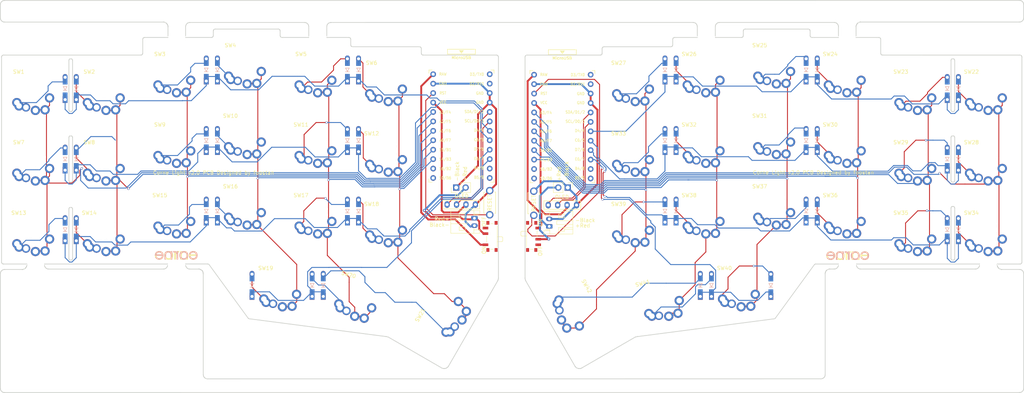
<source format=kicad_pcb>
(kicad_pcb (version 20211014) (generator pcbnew)
  (title_block (title "Corne Light") (date "2020-11-12") (rev "2.0") (company "foostan"))
  (layers (0 "F.Cu" signal) (31 "B.Cu" signal) (34 "B.Paste" user) (35 "F.Paste" user) (36 "B.SilkS" user "B.Silkscreen") (37 "F.SilkS" user "F.Silkscreen") (38 "B.Mask" user) (39 "F.Mask" user) (44 "Edge.Cuts" user))
  (net 0 "")
  (net 1 "row0")
  (net 2 "Net-(D1-Pad2)")
  (net 3 "row1")
  (net 4 "Net-(D2-Pad2)")
  (net 5 "row2")
  (net 6 "Net-(D3-Pad2)")
  (net 7 "row3")
  (net 8 "Net-(D4-Pad2)")
  (net 9 "Net-(D5-Pad2)")
  (net 10 "Net-(D6-Pad2)")
  (net 11 "Net-(D7-Pad2)")
  (net 12 "Net-(D8-Pad2)")
  (net 13 "Net-(D9-Pad2)")
  (net 14 "Net-(D10-Pad2)")
  (net 15 "Net-(D11-Pad2)")
  (net 16 "Net-(D12-Pad2)")
  (net 17 "Net-(D13-Pad2)")
  (net 18 "Net-(D14-Pad2)")
  (net 19 "Net-(D15-Pad2)")
  (net 20 "Net-(D16-Pad2)")
  (net 21 "Net-(D17-Pad2)")
  (net 22 "Net-(D18-Pad2)")
  (net 23 "Net-(D19-Pad2)")
  (net 24 "Net-(D20-Pad2)")
  (net 25 "Net-(D21-Pad2)")
  (net 26 "GND")
  (net 27 "VCC")
  (net 28 "col0")
  (net 29 "col1")
  (net 30 "col2")
  (net 31 "col3")
  (net 32 "col4")
  (net 33 "col5")
  (net 34 "reset")
  (net 35 "SCL")
  (net 36 "SDA")
  (net 37 "Net-(BATJ1-Pad2)")
  (net 38 "+BATT")
  (net 41 "Net-(D22-Pad2)")
  (net 42 "row0_r")
  (net 43 "Net-(D23-Pad2)")
  (net 44 "Net-(D24-Pad2)")
  (net 45 "Net-(D25-Pad2)")
  (net 46 "Net-(D26-Pad2)")
  (net 47 "Net-(D27-Pad2)")
  (net 48 "row1_r")
  (net 49 "Net-(D28-Pad2)")
  (net 50 "Net-(D29-Pad2)")
  (net 51 "Net-(D30-Pad2)")
  (net 52 "Net-(D31-Pad2)")
  (net 53 "Net-(D32-Pad2)")
  (net 54 "Net-(D33-Pad2)")
  (net 55 "row2_r")
  (net 56 "Net-(D34-Pad2)")
  (net 57 "Net-(D35-Pad2)")
  (net 58 "Net-(D36-Pad2)")
  (net 59 "Net-(D37-Pad2)")
  (net 60 "Net-(D38-Pad2)")
  (net 61 "Net-(D39-Pad2)")
  (net 62 "Net-(D40-Pad2)")
  (net 63 "row3_r")
  (net 64 "Net-(D41-Pad2)")
  (net 65 "Net-(D42-Pad2)")
  (net 66 "SDA_r")
  (net 67 "SCL_r")
  (net 68 "reset_r")
  (net 69 "col0_r")
  (net 70 "col1_r")
  (net 71 "col2_r")
  (net 72 "col3_r")
  (net 73 "col4_r")
  (net 74 "col5_r")
  (net 80 "VDD")
  (net 81 "GNDA")
  (net 87 "+BATTA")
  (net 88 "Net-(BATJ3-Pad2)")
  (footprint "kbd:ResetSW_1side" (layer "F.Cu") (at 156.374847 76.817432 -90)
    (fp_text reference "RSW2" hide)
    (fp_text value "SW_PUSH")
  )
  (footprint "gateron-ks27:gateron-ks27-choc-v1-mx" (layer "F.Cu") (at 278.684847 45.920432)
    (fp_text reference "SW22")
    (fp_text value "SW_PUSH")
  )
  (footprint "gateron-ks27:gateron-ks27-choc-v1-mx" (layer "F.Cu") (at 259.684847 45.920432)
    (fp_text reference "SW23")
    (fp_text value "SW_PUSH")
  )
  (footprint "gateron-ks27:gateron-ks27-choc-v1-mx" (layer "F.Cu") (at 240.684847 41.170432)
    (fp_text reference "SW24")
    (fp_text value "SW_PUSH")
  )
  (footprint "gateron-ks27:gateron-ks27-choc-v1-mx" (layer "F.Cu") (at 221.684847 38.795432)
    (fp_text reference "SW25")
    (fp_text value "SW_PUSH")
  )
  (footprint "gateron-ks27:gateron-ks27-choc-v1-mx" (layer "F.Cu") (at 202.684847 41.170432)
    (fp_text reference "SW26")
    (fp_text value "SW_PUSH")
  )
  (footprint "gateron-ks27:gateron-ks27-choc-v1-mx" (layer "F.Cu") (at 183.684847 43.545432)
    (fp_text reference "SW27")
    (fp_text value "SW_PUSH")
  )
  (footprint "gateron-ks27:gateron-ks27-choc-v1-mx" (layer "F.Cu") (at 278.684847 64.920432)
    (fp_text reference "SW28")
    (fp_text value "SW_PUSH")
  )
  (footprint "gateron-ks27:gateron-ks27-choc-v1-mx" (layer "F.Cu") (at 259.684847 64.920432)
    (fp_text reference "SW29")
    (fp_text value "SW_PUSH")
  )
  (footprint "gateron-ks27:gateron-ks27-choc-v1-mx" (layer "F.Cu") (at 240.684847 60.170432)
    (fp_text reference "SW30")
    (fp_text value "SW_PUSH")
  )
  (footprint "gateron-ks27:gateron-ks27-choc-v1-mx" (layer "F.Cu") (at 221.684847 57.795432)
    (fp_text reference "SW31")
    (fp_text value "SW_PUSH")
  )
  (footprint "gateron-ks27:gateron-ks27-choc-v1-mx" (layer "F.Cu") (at 202.684847 60.170432)
    (fp_text reference "SW32")
    (fp_text value "SW_PUSH")
  )
  (footprint "gateron-ks27:gateron-ks27-choc-v1-mx" (layer "F.Cu") (at 183.684847 62.545432)
    (fp_text reference "SW33")
    (fp_text value "SW_PUSH")
  )
  (footprint "gateron-ks27:gateron-ks27-choc-v1-mx" (layer "F.Cu") (at 278.684847 83.920432)
    (fp_text reference "SW34")
    (fp_text value "SW_PUSH")
  )
  (footprint "gateron-ks27:gateron-ks27-choc-v1-mx" (layer "F.Cu") (at 259.684847 83.920432)
    (fp_text reference "SW35")
    (fp_text value "SW_PUSH")
  )
  (footprint "gateron-ks27:gateron-ks27-choc-v1-mx" (layer "F.Cu") (at 240.684847 79.170432)
    (fp_text reference "SW36")
    (fp_text value "SW_PUSH")
  )
  (footprint "gateron-ks27:gateron-ks27-choc-v1-mx" (layer "F.Cu") (at 221.684847 76.795432)
    (fp_text reference "SW37")
    (fp_text value "SW_PUSH")
  )
  (footprint "gateron-ks27:gateron-ks27-choc-v1-mx" (layer "F.Cu") (at 202.684847 79.170432)
    (fp_text reference "SW38")
    (fp_text value "SW_PUSH")
  )
  (footprint "gateron-ks27:gateron-ks27-choc-v1-mx" (layer "F.Cu") (at 212.184847 98.795432)
    (fp_text reference "SW40")
    (fp_text value "SW_PUSH")
  )
  (footprint "gateron-ks27:gateron-ks27-choc-v1-mx" (layer "F.Cu") (at 191.184847 101.545432 15)
    (fp_text reference "SW41")
    (fp_text value "SW_PUSH")
  )
  (footprint "gateron-ks27:gateron-ks27-choc-v1-mx" (layer "F.Cu") (at 183.684847 81.545432)
    (fp_text reference "SW39")
    (fp_text value "SW_PUSH")
  )
  (footprint "kbd:ProMicro_v3" (layer "F.Cu") (at 136.8925 56.56)
    (fp_text reference "U1" hide)
    (fp_text value "ProMicro" hide)
  )
  (footprint "kbd:ProMicro_v3" (layer "F.Cu") (at 164.062847 56.686432)
    (fp_text reference "U2" hide)
    (fp_text value "ProMicro" hide)
  )
  (footprint "gateron-ks27:gateron-ks27-choc-v1-mx" (layer "F.Cu") (at 117.1875 43.545)
    (fp_text reference "SW6")
    (fp_text value "SW_PUSH")
  )
  (footprint "gateron-ks27:gateron-ks27-choc-v1-mx" (layer "F.Cu") (at 98.1875 41.17)
    (fp_text reference "SW5")
    (fp_text value "SW_PUSH")
  )
  (footprint "gateron-ks27:gateron-ks27-choc-v1-mx" (layer "F.Cu") (at 79.1875 38.795)
    (fp_text reference "SW4")
    (fp_text value "SW_PUSH")
  )
  (footprint "gateron-ks27:gateron-ks27-choc-v1-mx" (layer "F.Cu") (at 60.1875 41.17)
    (fp_text reference "SW3")
    (fp_text value "SW_PUSH")
  )
  (footprint "gateron-ks27:gateron-ks27-choc-v1-mx" (layer "F.Cu") (at 41.1875 45.92)
    (fp_text reference "SW2")
    (fp_text value "SW_PUSH")
  )
  (footprint "gateron-ks27:gateron-ks27-choc-v1-mx" (layer "F.Cu") (at 117.1875 81.545)
    (fp_text reference "SW18")
    (fp_text value "SW_PUSH")
  )
  (footprint "gateron-ks27:gateron-ks27-choc-v1-mx-1.5u" (layer "F.Cu") (at 131.9375 105.295 60)
    (fp_text reference "SW21")
    (fp_text value "SW_PUSH")
  )
  (footprint "gateron-ks27:gateron-ks27-choc-v1-mx" (layer "F.Cu") (at 22.1875 83.92)
    (fp_text reference "SW13")
    (fp_text value "SW_PUSH")
  )
  (footprint "gateron-ks27:gateron-ks27-choc-v1-mx" (layer "F.Cu") (at 109.6875 101.545 -15)
    (fp_text reference "SW20")
    (fp_text value "SW_PUSH")
  )
  (footprint "gateron-ks27:gateron-ks27-choc-v1-mx" (layer "F.Cu") (at 88.6875 98.795)
    (fp_text reference "SW19")
    (fp_text value "SW_PUSH")
  )
  (footprint "gateron-ks27:gateron-ks27-choc-v1-mx" (layer "F.Cu") (at 98.1875 79.17)
    (fp_text reference "SW17")
    (fp_text value "SW_PUSH")
  )
  (footprint "gateron-ks27:gateron-ks27-choc-v1-mx" (layer "F.Cu") (at 79.1875 76.795)
    (fp_text reference "SW16")
    (fp_text value "SW_PUSH")
  )
  (footprint "gateron-ks27:gateron-ks27-choc-v1-mx" (layer "F.Cu") (at 60.1875 79.17)
    (fp_text reference "SW15")
    (fp_text value "SW_PUSH")
  )
  (footprint "gateron-ks27:gateron-ks27-choc-v1-mx" (layer "F.Cu") (at 41.1875 83.92)
    (fp_text reference "SW14")
    (fp_text value "SW_PUSH")
  )
  (footprint "gateron-ks27:gateron-ks27-choc-v1-mx" (layer "F.Cu") (at 117.1875 62.545)
    (fp_text reference "SW12")
    (fp_text value "SW_PUSH")
  )
  (footprint "gateron-ks27:gateron-ks27-choc-v1-mx" (layer "F.Cu") (at 98.1875 60.17)
    (fp_text reference "SW11")
    (fp_text value "SW_PUSH")
  )
  (footprint "gateron-ks27:gateron-ks27-choc-v1-mx" (layer "F.Cu") (at 79.1875 57.795)
    (fp_text reference "SW10")
    (fp_text value "SW_PUSH")
  )
  (footprint "gateron-ks27:gateron-ks27-choc-v1-mx" (layer "F.Cu") (at 60.1875 60.17)
    (fp_text reference "SW9")
    (fp_text value "SW_PUSH")
  )
  (footprint "gateron-ks27:gateron-ks27-choc-v1-mx" (layer "F.Cu") (at 41.1875 64.92)
    (fp_text reference "SW8")
    (fp_text value "SW_PUSH")
  )
  (footprint "gateron-ks27:gateron-ks27-choc-v1-mx" (layer "F.Cu") (at 22.1875 64.92)
    (fp_text reference "SW7")
    (fp_text value "SW_PUSH")
  )
  (footprint "gateron-ks27:gateron-ks27-choc-v1-mx" (layer "F.Cu") (at 22.1875 45.92)
    (fp_text reference "SW1")
    (fp_text value "SW_PUSH")
  )
  (footprint "kbd:thread_m2" (layer "F.Cu") (at 156.330847 93.085432)
    (fp_text reference "Ref**" hide)
    (fp_text value "Val**" hide)
  )
  (footprint "kbd:thread_m2" (layer "F.Cu") (at 170.889847 84.542432)
    (fp_text reference "Ref**" hide)
    (fp_text value "Val**" hide)
  )
  (footprint "gateron-ks27:gateron-ks27-choc-v1-mx-1.5u" (layer "F.Cu") (at 168.934847 105.295432 -60)
    (fp_text reference "SW42")
    (fp_text value "SW_PUSH")
  )
  (footprint "kbd:OLED_1side" (layer "F.Cu") (at 133.0285 77.168)
    (fp_text reference "J2")
    (fp_text value "OLED" hide)
  )
  (footprint "kbd:ResetSW_1side" (layer "F.Cu") (at 144.5045 76.671 -90)
    (fp_text reference "RSW1" hide)
    (fp_text value "SW_PUSH")
  )
  (footprint "kbd:Breakaway_Tabs" (layer "F.Cu") (at 22.19625 93.38)
    (fp_text reference "J5")
    (fp_text value "Breakaway_Tabs")
  )
  (footprint "kbd:Breakaway_Tabs" (layer "F.Cu") (at 60.1845 93.38)
    (fp_text reference "J5")
    (fp_text value "Breakaway_Tabs")
  )
  (footprint "kbd:Breakaway_Tabs" (layer "F.Cu") (at 60.2875 31.97)
    (fp_text reference "J5")
    (fp_text value "Breakaway_Tabs")
  )
  (footprint "kbd:Breakaway_Tabs" (layer "F.Cu") (at 98.2575 31.97)
    (fp_text reference "J5")
    (fp_text value "Breakaway_Tabs")
  )
  (footprint "kbd:Breakaway_Tabs" (layer "F.Cu") (at 202.7775 31.98)
    (fp_text reference "J5")
    (fp_text value "Breakaway_Tabs")
  )
  (footprint "kbd:Breakaway_Tabs" (layer "F.Cu") (at 240.7975 31.97)
    (fp_text reference "J5")
    (fp_text value "Breakaway_Tabs")
  )
  (footprint "kbd:Breakaway_Tabs" (layer "F.Cu") (at 278.8275 93.39)
    (fp_text reference "J5")
    (fp_text value "Breakaway_Tabs")
  )
  (footprint "kbd:Breakaway_Tabs" (layer "F.Cu") (at 240.8275 93.39)
    (fp_text reference "J5")
    (fp_text value "Breakaway_Tabs")
  )
  (footprint "kbd:OLED_1side" (layer "F.Cu") (at 160.2575 77.31)
    (fp_text reference "J7")
    (fp_text value "OLED" hide)
  )
  (footprint "kbd:corne-logo-horizontal" (layer "F.Cu") (at 60.2175 90.93)
    (fp_text reference "G***" hide)
    (fp_text value "LOGO" hide)
  )
  (footprint "kbd:corne-logo-horizontal" (layer "F.Cu") (at 240.9975 91.01)
    (fp_text reference "G***" hide)
    (fp_text value "LOGO" hide)
  )
  (footprint "Button_Switch_SMD:SW_SPDT_PCM12" (layer "F.Cu") (at 156.1325 85.745 -90)
    (fp_text reference "PSW2" hide)
    (fp_text value "SW_SPST")
  )
  (footprint "Connector_JST:JST_PH_S2B-PH-K_1x02_P2.00mm_Horizontal" (layer "F.Cu") (at 160.5375 83.045 90)
    (fp_text reference "BATJ4" hide)
    (fp_text value "Conn_01x02_Female")
  )
  (footprint "Connector_PinHeader_2.54mm:PinHeader_1x02_P2.54mm_Vertical" (layer "F.Cu") (at 165.5125 72.595 -90)
    (fp_text reference "BATJ3")
    (fp_text value "Conn_01x02_Female")
  )
  (footprint "Connector_PinHeader_2.54mm:PinHeader_1x02_P2.54mm_Vertical" (layer "F.Cu") (at 135.4725 72.595 90)
    (fp_text reference "BATJ1")
    (fp_text value "Conn_01x02_Female")
  )
  (footprint "Button_Switch_SMD:SW_SPDT_PCM12" (layer "F.Cu") (at 144.7875 85.745 90)
    (fp_text reference "PSW1" hide)
    (fp_text value "SW_SPST")
  )
  (footprint "Connector_JST:JST_PH_S2B-PH-K_1x02_P2.00mm_Horizontal" (layer "F.Cu") (at 140.3875 80.845 -90)
    (fp_text reference "BATJ2" hide)
    (fp_text value "Conn_01x02_Female")
  )
  (footprint "kbd:D3_TH_SMD_v2" (layer "B.Cu") (at 270.684847 83.920432 90)
    (fp_text reference "D34" hide)
    (fp_text value "D" hide)
  )
  (footprint "kbd:D3_TH_SMD_v2" (layer "B.Cu") (at 232.684847 78.920432 90)
    (fp_text reference "D36" hide)
    (fp_text value "D" hide)
  )
  (footprint "kbd:D3_TH_SMD_v2" (layer "B.Cu") (at 229.684847 78.915432 90)
    (fp_text reference "D37" hide)
    (fp_text value "D" hide)
  )
  (footprint "kbd:D3_TH_SMD_v2" (layer "B.Cu") (at 194.684847 78.920432 90)
    (fp_text reference "D38" hide)
    (fp_text value "D" hide)
  )
  (footprint "kbd:D3_TH_SMD_v2" (layer "B.Cu") (at 191.684847 78.920432 90)
    (fp_text reference "D39" hide)
    (fp_text value "D" hide)
  )
  (footprint "kbd:D3_TH_SMD_v2" (layer "B.Cu") (at 220.184847 98.930432 90)
    (fp_text reference "D40" hide)
    (fp_text value "D" hide)
  )
  (footprint "kbd:D3_TH_SMD_v2" (layer "B.Cu") (at 204.194847 98.915432 90)
    (fp_text reference "D41" hide)
    (fp_text value "D" hide)
  )
  (footprint "kbd:D3_TH_SMD_v2" (layer "B.Cu") (at 201.194847 98.915432 90)
    (fp_text reference "D42" hide)
    (fp_text value "D" hide)
  )
  (footprint "kbd:D3_TH_SMD_v2" (layer "B.Cu") (at 270.684847 45.920432 90)
    (fp_text reference "D22" hide)
    (fp_text value "D" hide)
  )
  (footprint "kbd:D3_TH_SMD_v2" (layer "B.Cu") (at 267.684847 45.920432 90)
    (fp_text reference "D23" hide)
    (fp_text value "D" hide)
  )
  (footprint "kbd:D3_TH_SMD_v2" (layer "B.Cu") (at 232.684847 40.920432 90)
    (fp_text reference "D24" hide)
    (fp_text value "D" hide)
  )
  (footprint "kbd:D3_TH_SMD_v2" (layer "B.Cu") (at 229.684847 40.915432 90)
    (fp_text reference "D25" hide)
    (fp_text value "D" hide)
  )
  (footprint "kbd:D3_TH_SMD_v2" (layer "B.Cu") (at 194.684847 40.920432 90)
    (fp_text reference "D26" hide)
    (fp_text value "D" hide)
  )
  (footprint "kbd:D3_TH_SMD_v2" (layer "B.Cu") (at 191.684847 40.920432 90)
    (fp_text reference "D27" hide)
    (fp_text value "D" hide)
  )
  (footprint "kbd:D3_TH_SMD_v2" (layer "B.Cu") (at 270.684847 64.920432 90)
    (fp_text reference "D28" hide)
    (fp_text value "D" hide)
  )
  (footprint "kbd:D3_TH_SMD_v2" (layer "B.Cu") (at 267.684847 64.920432 90)
    (fp_text reference "D29" hide)
    (fp_text value "D" hide)
  )
  (footprint "kbd:D3_TH_SMD_v2" (layer "B.Cu") (at 232.684847 59.920432 90)
    (fp_text reference "D30" hide)
    (fp_text value "D" hide)
  )
  (footprint "kbd:D3_TH_SMD_v2" (layer "B.Cu") (at 229.684847 59.915432 90)
    (fp_text reference "D31" hide)
    (fp_text value "D" hide)
  )
  (footprint "kbd:D3_TH_SMD_v2" (layer "B.Cu") (at 194.684847 59.920432 90)
    (fp_text reference "D32" hide)
    (fp_text value "D" hide)
  )
  (footprint "kbd:D3_TH_SMD_v2" (layer "B.Cu") (at 33.1875 83.92 90)
    (fp_text reference "D14" hide)
    (fp_text value "D" hide)
  )
  (footprint "kbd:D3_TH_SMD_v2" (layer "B.Cu") (at 33.1875 64.92 90)
    (fp_text reference "D8" hide)
    (fp_text value "D" hide)
  )
  (footprint "kbd:D3_TH_SMD_v2" (layer "B.Cu") (at 33.1875 45.92 90)
    (fp_text reference "D2" hide)
    (fp_text value "D" hide)
  )
  (footprint "kbd:D3_TH_SMD_v2" (layer "B.Cu") (at 191.684847 59.920432 90)
    (fp_text reference "D33" hide)
    (fp_text value "D" hide)
  )
  (footprint "kbd:D3_TH_SMD_v2" (layer "B.Cu") (at 99.6875 98.905 90)
    (fp_text reference "D21" hide)
    (fp_text value "D" hide)
  )
  (footprint "kbd:D3_TH_SMD_v2" (layer "B.Cu") (at 96.6875 98.905 90)
    (fp_text reference "D20" hide)
    (fp_text value "D" hide)
  )
  (footprint "kbd:D3_TH_SMD_v2" (layer "B.Cu") (at 80.5075 98.91 90)
    (fp_text reference "D19" hide)
    (fp_text value "D" hide)
  )
  (footprint "kbd:D3_TH_SMD_v2" (layer "B.Cu") (at 109.1875 78.92 90)
    (fp_text reference "D18" hide)
    (fp_text value "D" hide)
  )
  (footprint "kbd:D3_TH_SMD_v2" (layer "B.Cu") (at 106.1875 78.92 90)
    (fp_text reference "D17" hide)
    (fp_text value "D" hide)
  )
  (footprint "kbd:D3_TH_SMD_v2" (layer "B.Cu") (at 71.1875 78.915 90)
    (fp_text reference "D16" hide)
    (fp_text value "D" hide)
  )
  (footprint "kbd:D3_TH_SMD_v2" (layer "B.Cu") (at 68.1875 78.92 90)
    (fp_text reference "D15" hide)
    (fp_text value "D" hide)
  )
  (footprint "kbd:D3_TH_SMD_v2" (layer "B.Cu") (at 30.1875 83.916875 90)
    (fp_text reference "D13" hide)
    (fp_text value "D" hide)
  )
  (footprint "kbd:D3_TH_SMD_v2" (layer "B.Cu") (at 109.1875 59.92 90)
    (fp_text reference "D12" hide)
    (fp_text value "D" hide)
  )
  (footprint "kbd:D3_TH_SMD_v2" (layer "B.Cu") (at 106.1875 59.92 90)
    (fp_text reference "D11" hide)
    (fp_text value "D" hide)
  )
  (footprint "kbd:D3_TH_SMD_v2" (layer "B.Cu") (at 71.1875 59.915 90)
    (fp_text reference "D10" hide)
    (fp_text value "D" hide)
  )
  (footprint "kbd:D3_TH_SMD_v2" (layer "B.Cu") (at 68.1875 59.92 90)
    (fp_text reference "D9" hide)
    (fp_text value "D" hide)
  )
  (footprint "kbd:D3_TH_SMD_v2" (layer "B.Cu") (at 30.1875 64.916875 90)
    (fp_text reference "D7" hide)
    (fp_text value "D" hide)
  )
  (footprint "kbd:D3_TH_SMD_v2" (layer "B.Cu") (at 109.1875 40.92 90)
    (fp_text reference "D6" hide)
    (fp_text value "D" hide)
  )
  (footprint "kbd:D3_TH_SMD_v2" (layer "B.Cu") (at 106.1875 40.92 90)
    (fp_text reference "D5" hide)
    (fp_text value "D" hide)
  )
  (footprint "kbd:D3_TH_SMD_v2" (layer "B.Cu") (at 71.1875 40.915 90)
    (fp_text reference "D4" hide)
    (fp_text value "D" hide)
  )
  (footprint "kbd:D3_TH_SMD_v2" (layer "B.Cu") (at 68.1875 40.92 90)
    (fp_text reference "D3" hide)
    (fp_text value "D" hide)
  )
  (footprint "kbd:D3_TH_SMD_v2" (layer "B.Cu") (at 30.1875 45.916875 90)
    (fp_text reference "D1" hide)
    (fp_text value "D" hide)
  )
  (footprint "kbd:D3_TH_SMD_v2" (layer "B.Cu") (at 267.684847 83.920432 90)
    (fp_text reference "D35" hide)
    (fp_text value "D" hide)
  )
  (footprint "kbd:spacer_m2" (layer "B.Cu") (at 31.6955 74.4205 180)
    (fp_text reference "Ref**" hide)
    (fp_text value "Val**" hide)
  )
  (footprint "kbd:spacer_m2" (layer "B.Cu") (at 107.6505 51.9305 180)
    (fp_text reference "Ref**" hide)
    (fp_text value "Val**" hide)
  )
  (footprint "kbd:spacer_m2" (layer "B.Cu") (at 31.6955 55.4205 180)
    (fp_text reference "Ref**" hide)
    (fp_text value "Val**" hide)
  )
  (footprint "kbd:spacer_m2" (layer "B.Cu") (at 74.8395 91.6855 180)
    (fp_text reference "Ref**" hide)
    (fp_text value "Val**" hide)
  )
  (footprint "kbd:spacer_m2" (layer "B.Cu") (at 121.4055 99.3 180)
    (fp_text reference "Ref**" hide)
    (fp_text value "Val**" hide)
  )
  (footprint "kbd:thread_m2" (layer "B.Cu") (at 129.9445 84.419 180)
    (fp_text reference "Ref**" hide)
    (fp_text value "Val**" hide)
  )
  (footprint "kbd:thread_m2" (layer "B.Cu") (at 144.3765 92.94 180)
    (fp_text reference "Ref**" hide)
    (fp_text value "Val**" hide)
  )
  (footprint "kbd:spacer_m2" (layer "B.Cu") (at 193.235847 51.936932 180)
    (fp_text reference "Ref**" hide)
    (fp_text value "Val**" hide)
  )
  (footprint "kbd:spacer_m2" (layer "B.Cu") (at 179.485847 99.446932 180)
    (fp_text reference "Ref**" hide)
    (fp_text value "Val**" hide)
  )
  (footprint "kbd:spacer_m2" (layer "B.Cu") (at 226.055847 91.696932 180)
    (fp_text reference "Ref**" hide)
    (fp_text value "Val**" hide)
  )
  (footprint "kbd:spacer_m2" (layer "B.Cu") (at 269.195847 55.426932 180)
    (fp_text reference "Ref**" hide)
    (fp_text value "Val**" hide)
  )
  (footprint "kbd:spacer_m2" (layer "B.Cu") (at 269.195847 74.426932 180)
    (fp_text reference "Ref**" hide)
    (fp_text value "Val**" hide)
  )
  (footprint "kbd:corne-logo-horizontal" (layer "B.Cu") (at 59.9875 90.93 180)
    (fp_text reference "G***" hide)
    (fp_text value "LOGO" hide)
  )
  (footprint "kbd:corne-logo-horizontal" (layer "B.Cu") (at 240.7675 91.01 180)
    (fp_text reference "G***" hide)
    (fp_text value "LOGO" hide)
  )
  (footprint "kbd:spacer_m2" (layer "B.Cu") (at 50.7125 74.445 180)
    (fp_text reference "Ref**" hide)
    (fp_text value "Val**" hide)
  )
  (footprint "kbd:spacer_m2" (layer "B.Cu") (at 50.7125 55.445 180)
    (fp_text reference "Ref**" hide)
    (fp_text value "Val**" hide)
  )
  (footprint "kbd:spacer_m2" (layer "B.Cu") (at 250.2125 74.426932 180)
    (fp_text reference "Ref**" hide)
    (fp_text value "Val**" hide)
  )
  (footprint "kbd:spacer_m2" (layer "B.Cu") (at 250.2125 55.426932 180)
    (fp_text reference "Ref**" hide)
    (fp_text value "Val**" hide)
  )
  (gr_line (start 31.1975 51.66) (end 31.1975 38.41) (layer "Edge.Cuts") (width 0.2))
  (gr_line (start 32.1975 59.16) (end 32.1975 70.66) (layer "Edge.Cuts") (width 0.2))
  (gr_line (start 31.47875 37.94125) (end 31.6975 37.91) (layer "Edge.Cuts") (width 0.2))
  (gr_line (start 31.885 37.94125) (end 31.6975 37.91) (layer "Edge.Cuts") (width 0.2))
  (gr_line (start 31.22875 38.2225) (end 31.3225 38.035) (layer "Edge.Cuts") (width 0.2))
  (gr_line (start 31.22875 38.2225) (end 31.1975 38.41) (layer "Edge.Cuts") (width 0.2))
  (gr_line (start 32.16625 38.2225) (end 32.0725 38.035) (layer "Edge.Cuts") (width 0.2))
  (gr_line (start 32.1975 38.41) (end 32.16625 38.2225) (layer "Edge.Cuts") (width 0.2))
  (gr_line (start 31.51 52.12875) (end 31.6975 52.16) (layer "Edge.Cuts") (width 0.2))
  (gr_line (start 31.22875 51.8475) (end 31.3225 52.035) (layer "Edge.Cuts") (width 0.2))
  (gr_line (start 31.1975 51.66) (end 31.22875 51.8475) (layer "Edge.Cuts") (width 0.2))
  (gr_line (start 32.16625 51.8475) (end 32.1975 51.66) (layer "Edge.Cuts") (width 0.2))
  (gr_line (start 31.91625 52.12875) (end 32.0725 52.035) (layer "Edge.Cuts") (width 0.2))
  (gr_line (start 32.16625 51.8475) (end 32.0725 52.035) (layer "Edge.Cuts") (width 0.2))
  (gr_line (start 31.91625 52.12875) (end 31.6975 52.16) (layer "Edge.Cuts") (width 0.2))
  (gr_line (start 31.3225 52.035) (end 31.51 52.12875) (layer "Edge.Cuts") (width 0.2))
  (gr_line (start 31.885 58.69125) (end 31.6975 58.66) (layer "Edge.Cuts") (width 0.2))
  (gr_line (start 32.16625 58.9725) (end 32.0725 58.785) (layer "Edge.Cuts") (width 0.2))
  (gr_line (start 32.1975 59.16) (end 32.16625 58.9725) (layer "Edge.Cuts") (width 0.2))
  (gr_line (start 31.22875 58.9725) (end 31.1975 59.16) (layer "Edge.Cuts") (width 0.2))
  (gr_line (start 31.47875 58.69125) (end 31.3225 58.785) (layer "Edge.Cuts") (width 0.2))
  (gr_line (start 31.22875 58.9725) (end 31.3225 58.785) (layer "Edge.Cuts") (width 0.2))
  (gr_line (start 31.47875 58.69125) (end 31.6975 58.66) (layer "Edge.Cuts") (width 0.2))
  (gr_line (start 32.0725 58.785) (end 31.885 58.69125) (layer "Edge.Cuts") (width 0.2))
  (gr_line (start 31.51 71.12875) (end 31.6975 71.16) (layer "Edge.Cuts") (width 0.2))
  (gr_line (start 32.16625 70.8475) (end 32.1975 70.66) (layer "Edge.Cuts") (width 0.2))
  (gr_line (start 32.16625 70.8475) (end 32.0725 71.035) (layer "Edge.Cuts") (width 0.2))
  (gr_line (start 31.22875 70.8475) (end 31.3225 71.035) (layer "Edge.Cuts") (width 0.2))
  (gr_line (start 31.91625 71.12875) (end 32.0725 71.035) (layer "Edge.Cuts") (width 0.2))
  (gr_line (start 31.3225 71.035) (end 31.51 71.12875) (layer "Edge.Cuts") (width 0.2))
  (gr_line (start 31.91625 71.12875) (end 31.6975 71.16) (layer "Edge.Cuts") (width 0.2))
  (gr_line (start 31.1975 70.66) (end 31.22875 70.8475) (layer "Edge.Cuts") (width 0.2))
  (gr_line (start 31.47875 77.94125) (end 31.3225 78.035) (layer "Edge.Cuts") (width 0.2))
  (gr_line (start 31.22875 78.2225) (end 31.3225 78.035) (layer "Edge.Cuts") (width 0.2))
  (gr_line (start 32.16625 78.2225) (end 32.0725 78.035) (layer "Edge.Cuts") (width 0.2))
  (gr_line (start 31.885 77.94125) (end 31.6975 77.91) (layer "Edge.Cuts") (width 0.2))
  (gr_line (start 32.0725 78.035) (end 31.885 77.94125) (layer "Edge.Cuts") (width 0.2))
  (gr_line (start 31.22875 78.2225) (end 31.1975 78.41) (layer "Edge.Cuts") (width 0.2))
  (gr_line (start 32.1975 78.41) (end 32.16625 78.2225) (layer "Edge.Cuts") (width 0.2))
  (gr_line (start 31.47875 77.94125) (end 31.6975 77.91) (layer "Edge.Cuts") (width 0.2))
  (gr_line (start 32.16625 91.8475) (end 32.1975 91.66) (layer "Edge.Cuts") (width 0.2))
  (gr_line (start 31.91625 92.12875) (end 32.0725 92.035) (layer "Edge.Cuts") (width 0.2))
  (gr_line (start 31.91625 92.12875) (end 31.6975 92.16) (layer "Edge.Cuts") (width 0.2))
  (gr_line (start 32.16625 91.8475) (end 32.0725 92.035) (layer "Edge.Cuts") (width 0.2))
  (gr_line (start 31.1975 91.66) (end 31.22875 91.8475) (layer "Edge.Cuts") (width 0.2))
  (gr_line (start 31.22875 91.8475) (end 31.3225 92.035) (layer "Edge.Cuts") (width 0.2))
  (gr_line (start 31.51 92.12875) (end 31.6975 92.16) (layer "Edge.Cuts") (width 0.2))
  (gr_line (start 31.3225 92.035) (end 31.51 92.12875) (layer "Edge.Cuts") (width 0.2))
  (gr_line (start 269.385 37.94125) (end 269.1975 37.91) (layer "Edge.Cuts") (width 0.2))
  (gr_line (start 269.66625 38.2225) (end 269.5725 38.035) (layer "Edge.Cuts") (width 0.2))
  (gr_line (start 269.6975 38.41) (end 269.66625 38.2225) (layer "Edge.Cuts") (width 0.2))
  (gr_line (start 268.72875 38.2225) (end 268.6975 38.41) (layer "Edge.Cuts") (width 0.2))
  (gr_line (start 268.97875 37.94125) (end 268.8225 38.035) (layer "Edge.Cuts") (width 0.2))
  (gr_line (start 268.72875 38.2225) (end 268.8225 38.035) (layer "Edge.Cuts") (width 0.2))
  (gr_line (start 268.97875 37.94125) (end 269.1975 37.91) (layer "Edge.Cuts") (width 0.2))
  (gr_line (start 269.5725 38.035) (end 269.385 37.94125) (layer "Edge.Cuts") (width 0.2))
  (gr_line (start 269.66625 51.8475) (end 269.5725 52.035) (layer "Edge.Cuts") (width 0.2))
  (gr_line (start 269.41625 52.12875) (end 269.5725 52.035) (layer "Edge.Cuts") (width 0.2))
  (gr_line (start 268.72875 51.8475) (end 268.8225 52.035) (layer "Edge.Cuts") (width 0.2))
  (gr_line (start 269.01 52.12875) (end 269.1975 52.16) (layer "Edge.Cuts") (width 0.2))
  (gr_line (start 269.41625 52.12875) (end 269.1975 52.16) (layer "Edge.Cuts") (width 0.2))
  (gr_line (start 269.66625 51.8475) (end 269.6975 51.66) (layer "Edge.Cuts") (width 0.2))
  (gr_line (start 268.8225 52.035) (end 269.01 52.12875) (layer "Edge.Cuts") (width 0.2))
  (gr_line (start 268.6975 51.66) (end 268.72875 51.8475) (layer "Edge.Cuts") (width 0.2))
  (gr_line (start 268.97875 58.69125) (end 269.1975 58.66) (layer "Edge.Cuts") (width 0.2))
  (gr_line (start 268.72875 58.9725) (end 268.6975 59.16) (layer "Edge.Cuts") (width 0.2))
  (gr_line (start 269.5725 58.785) (end 269.385 58.69125) (layer "Edge.Cuts") (width 0.2))
  (gr_line (start 269.66625 58.9725) (end 269.5725 58.785) (layer "Edge.Cuts") (width 0.2))
  (gr_line (start 269.385 58.69125) (end 269.1975 58.66) (layer "Edge.Cuts") (width 0.2))
  (gr_line (start 268.97875 58.69125) (end 268.8225 58.785) (layer "Edge.Cuts") (width 0.2))
  (gr_line (start 268.72875 58.9725) (end 268.8225 58.785) (layer "Edge.Cuts") (width 0.2))
  (gr_line (start 269.6975 59.16) (end 269.66625 58.9725) (layer "Edge.Cuts") (width 0.2))
  (gr_line (start 269.41625 71.12875) (end 269.1975 71.16) (layer "Edge.Cuts") (width 0.2))
  (gr_line (start 269.66625 70.8475) (end 269.6975 70.66) (layer "Edge.Cuts") (width 0.2))
  (gr_line (start 268.6975 70.66) (end 268.72875 70.8475) (layer "Edge.Cuts") (width 0.2))
  (gr_line (start 269.41625 71.12875) (end 269.5725 71.035) (layer "Edge.Cuts") (width 0.2))
  (gr_line (start 269.01 71.12875) (end 269.1975 71.16) (layer "Edge.Cuts") (width 0.2))
  (gr_line (start 269.66625 70.8475) (end 269.5725 71.035) (layer "Edge.Cuts") (width 0.2))
  (gr_line (start 268.8225 71.035) (end 269.01 71.12875) (layer "Edge.Cuts") (width 0.2))
  (gr_line (start 268.72875 70.8475) (end 268.8225 71.035) (layer "Edge.Cuts") (width 0.2))
  (gr_line (start 269.66625 77.9725) (end 269.5725 77.785) (layer "Edge.Cuts") (width 0.2))
  (gr_line (start 268.72875 77.9725) (end 268.8225 77.785) (layer "Edge.Cuts") (width 0.2))
  (gr_line (start 269.5725 77.785) (end 269.385 77.69125) (layer "Edge.Cuts") (width 0.2))
  (gr_line (start 268.72875 77.9725) (end 268.6975 78.16) (layer "Edge.Cuts") (width 0.2))
  (gr_line (start 268.97875 77.69125) (end 268.8225 77.785) (layer "Edge.Cuts") (width 0.2))
  (gr_line (start 269.385 77.69125) (end 269.1975 77.66) (layer "Edge.Cuts") (width 0.2))
  (gr_line (start 269.6975 78.16) (end 269.66625 77.9725) (layer "Edge.Cuts") (width 0.2))
  (gr_line (start 268.97875 77.69125) (end 269.1975 77.66) (layer "Edge.Cuts") (width 0.2))
  (gr_line (start 268.6975 91.66) (end 268.72875 91.8475) (layer "Edge.Cuts") (width 0.2))
  (gr_line (start 269.41625 92.12875) (end 269.1975 92.16) (layer "Edge.Cuts") (width 0.2))
  (gr_line (start 269.01 92.12875) (end 269.1975 92.16) (layer "Edge.Cuts") (width 0.2))
  (gr_line (start 269.66625 91.8475) (end 269.5725 92.035) (layer "Edge.Cuts") (width 0.2))
  (gr_line (start 268.8225 92.035) (end 269.01 92.12875) (layer "Edge.Cuts") (width 0.2))
  (gr_line (start 268.72875 91.8475) (end 268.8225 92.035) (layer "Edge.Cuts") (width 0.2))
  (gr_line (start 269.66625 91.8475) (end 269.6975 91.66) (layer "Edge.Cuts") (width 0.2))
  (gr_line (start 269.41625 92.12875) (end 269.5725 92.035) (layer "Edge.Cuts") (width 0.2))
  (gr_line (start 287.761114 27.841367) (end 287.933833 27.699127) (layer "Edge.Cuts") (width 0.2))
  (gr_line (start 19.674538 94.092121) (end 19.671998 94.094661) (layer "Edge.Cuts") (width 0.2))
  (gr_line (start 57.853241 29.027545) (end 57.855781 29.027545) (layer "Edge.Cuts") (width 0.2))
  (gr_line (start 237.248183 28.136006) (end 206.377054 28.136006) (layer "Edge.Cuts") (width 0.2))
  (gr_line (start 57.782121 28.798946) (end 57.782121 28.798946) (layer "Edge.Cuts") (width 0.2))
  (gr_line (start 13.283905 37.031077) (end 13.184845 37.132677) (layer "Edge.Cuts") (width 0.2))
  (gr_line (start 57.784661 28.801486) (end 57.787201 28.806566) (layer "Edge.Cuts") (width 0.2))
  (gr_line (start 95.445203 28.473826) (end 95.272484 28.334126) (layer "Edge.Cuts") (width 0.2))
  (gr_line (start 62.630976 93.406322) (end 62.630976 93.411402) (layer "Edge.Cuts") (width 0.2))
  (gr_line (start 243.161298 29.037705) (end 243.161298 29.037705) (layer "Edge.Cuts") (width 0.2))
  (gr_line (start 234.804706 123.167472) (end 234.825026 122.943953) (layer "Edge.Cuts") (width 0.2))
  (gr_line (start 12.946085 22.715652) (end 12.841945 22.911231) (layer "Edge.Cuts") (width 0.2))
  (gr_line (start 18.653459 94.643301) (end 18.650919 94.643301) (layer "Edge.Cuts") (width 0.2))
  (gr_line (start 88.185891 31.981562) (end 88.284951 32.080622) (layer "Edge.Cuts") (width 0.2))
  (gr_line (start 18.645839 94.643301) (end 13.893504 94.643301) (layer "Edge.Cuts") (width 0.2))
  (gr_line (start 57.279201 94.348661) (end 57.449381 94.208961) (layer "Edge.Cuts") (width 0.2))
  (gr_line (start 18.892219 94.617901) (end 18.887139 94.617901) (layer "Edge.Cuts") (width 0.2))
  (gr_line (start 79.481319 107.782708) (end 79.595619 107.869068) (layer "Edge.Cuts") (width 0.2))
  (gr_line (start 234.825026 95.768519) (end 234.825026 95.768519) (layer "Edge.Cuts") (width 0.2))
  (gr_line (start 107.113952 34.35138) (end 107.185072 34.48092) (layer "Edge.Cuts") (width 0.2))
  (gr_line (start 19.875198 93.180262) (end 19.880278 93.408862) (layer "Edge.Cuts") (width 0.2))
  (gr_line (start 66.616232 94.638221) (end 66.618772 94.638221) (layer "Edge.Cuts") (width 0.2))
  (gr_line (start 19.857418 93.642542) (end 19.857418 93.642542) (layer "Edge.Cuts") (width 0.2))
  (gr_line (start 231.274109 32.184762) (end 238.386102 32.184762) (layer "Edge.Cuts") (width 0.2))
  (gr_line (start 287.756034 94.82618) (end 287.557914 94.72204) (layer "Edge.Cuts") (width 0.2))
  (gr_line (start 94.863544 28.166486) (end 94.640024 28.143626) (layer "Edge.Cuts") (width 0.2))
  (gr_line (start 249.673851 32.387962) (end 249.744971 32.520042) (layer "Edge.Cuts") (width 0.2))
  (gr_line (start 169.40485 121.097374) (end 169.277851 121.173574) (layer "Edge.Cuts") (width 0.2))
  (gr_line (start 67.281711 95.29862) (end 67.284251 95.30116) (layer "Edge.Cuts") (width 0.2))
  (gr_line (start 205.935094 28.224906) (end 205.739515 28.329046) (layer "Edge.Cuts") (width 0.2))
  (gr_line (start 243.161298 29.037705) (end 243.161298 29.037705) (layer "Edge.Cuts") (width 0.2))
  (gr_line (start 101.769797 28.143626) (end 101.762177 28.143626) (layer "Edge.Cuts") (width 0.2))
  (gr_line (start 13.184845 37.132677) (end 13.113725 37.262217) (layer "Edge.Cuts") (width 0.2))
  (gr_line (start 234.847886 95.53484) (end 234.850426 95.5323) (layer "Edge.Cuts") (width 0.2))
  (gr_line (start 19.128439 94.544241) (end 19.128439 94.544241) (layer "Edge.Cuts") (width 0.2))
  (gr_line (start 236.051845 94.534081) (end 236.051845 94.534081) (layer "Edge.Cuts") (width 0.2))
  (gr_line (start 237.685063 28.222366) (end 237.471703 28.156326) (layer "Edge.Cuts") (width 0.2))
  (gr_line (start 288.238633 95.545) (end 288.172593 95.33164) (layer "Edge.Cuts") (width 0.2))
  (gr_line (start 243.161298 29.037705) (end 243.161298 29.032625) (layer "Edge.Cuts") (width 0.2))
  (gr_line (start 243.240037 93.396162) (end 243.240037 93.403782) (layer "Edge.Cuts") (width 0.2))
  (gr_line (start 221.114119 107.930027) (end 221.022679 107.937647) (layer "Edge.Cuts") (width 0.2))
  (gr_line (start 70.113808 30.261984) (end 70.085868 30.429624) (layer "Edge.Cuts") (width 0.2))
  (gr_line (start 230.87279 31.986642) (end 230.80167 31.854563) (layer "Edge.Cuts") (width 0.2))
  (gr_line (start 281.35016 94.089581) (end 281.34762 94.084501) (layer "Edge.Cuts") (width 0.2))
  (gr_line (start 234.494826 123.749132) (end 234.637066 123.576412) (layer "Edge.Cuts") (width 0.2))
  (gr_line (start 287.273434 36.937098) (end 287.443614 36.967578) (layer "Edge.Cuts") (width 0.2))
  (gr_line (start 50.886027 36.830418) (end 50.985087 36.728818) (layer "Edge.Cuts") (width 0.2))
  (gr_line (start 95.272484 28.334126) (end 95.076904 28.229986) (layer "Edge.Cuts") (width 0.2))
  (gr_line (start 235.376205 94.7449) (end 235.579405 94.633141) (layer "Edge.Cuts") (width 0.2))
  (gr_line (start 169.277851 121.173574) (end 169.140691 121.237074) (layer "Edge.Cuts") (width 0.2))
  (gr_line (start 282.140099 94.612821) (end 282.140099 94.612821) (layer "Edge.Cuts") (width 0.2))
  (gr_line (start 12.778445 126.886029) (end 12.844485 127.096849) (layer "Edge.Cuts") (width 0.2))
  (gr_line (start 146.735373 97.500798) (end 146.783633 97.343318) (layer "Edge.Cuts") (width 0.2))
  (gr_line (start 174.274026 36.937098) (end 174.274026 36.937098) (layer "Edge.Cuts") (width 0.2))
  (gr_line (start 276.300645 93.830501) (end 276.366685 93.617142) (layer "Edge.Cuts") (width 0.2))
  (gr_line (start 287.926213 94.96588) (end 287.756034 94.82618) (layer "Edge.Cuts") (width 0.2))
  (gr_line (start 57.512881 28.400166) (end 57.512881 28.400166) (layer "Edge.Cuts") (width 0.2))
  (gr_line (start 63.768895 28.143626) (end 63.763815 28.143626) (layer "Edge.Cuts") (width 0.2))
  (gr_line (start 125.584814 34.67904) (end 107.583851 34.67904) (layer "Edge.Cuts") (width 0.2))
  (gr_line (start 24.718973 93.848281) (end 24.825653 94.041321) (layer "Edge.Cuts") (width 0.2))
  (gr_line (start 200.38774 29.266305) (end 200.36488 29.042785) (layer "Edge.Cuts") (width 0.2))
  (gr_line (start 234.847886 95.53738) (end 234.847886 95.53484) (layer "Edge.Cuts") (width 0.2))
  (gr_line (start 244.129037 28.059806) (end 244.131577 28.059806) (layer "Edge.Cuts") (width 0.2))
  (gr_line (start 276.387005 93.396162) (end 276.394625 93.185342) (layer "Edge.Cuts") (width 0.2))
  (gr_line (start 63.326935 28.232526) (end 63.131355 28.339206) (layer "Edge.Cuts") (width 0.2))
  (gr_line (start 19.524678 94.275001) (end 19.524678 94.275001) (layer "Edge.Cuts") (width 0.2))
  (gr_line (start 95.785563 32.179682) (end 95.780483 29.281545) (layer "Edge.Cuts") (width 0.2))
  (gr_line (start 194.273966 32.184762) (end 200.39536 32.184762) (layer "Edge.Cuts") (width 0.2))
  (gr_line (start 235.371125 94.74744) (end 235.376205 94.7449) (layer "Edge.Cuts") (width 0.2))
  (gr_line (start 244.362716 28.034406) (end 244.365256 28.034406) (layer "Edge.Cuts") (width 0.2))
  (gr_line (start 13.258505 94.83888) (end 13.085785 94.98112) (layer "Edge.Cuts") (width 0.2))
  (gr_line (start 234.825026 95.768519) (end 234.847886 95.53738) (layer "Edge.Cuts") (width 0.2))
  (gr_line (start 199.68416 28.222366) (end 199.470801 28.156326) (layer "Edge.Cuts") (width 0.2))
  (gr_line (start 95.780483 29.276465) (end 95.757623 29.052945) (layer "Edge.Cuts") (width 0.2))
  (gr_line (start 18.897299 94.617901) (end 18.892219 94.617901) (layer "Edge.Cuts") (width 0.2))
  (gr_line (start 116.664342 112.720463) (end 116.504323 112.700143) (layer "Edge.Cuts") (width 0.2))
  (gr_line (start 18.897299 94.617901) (end 18.897299 94.617901) (layer "Edge.Cuts") (width 0.2))
  (gr_line (start 231.274109 32.184762) (end 231.103929 32.156822) (layer "Edge.Cuts") (width 0.2))
  (gr_line (start 287.565534 27.945506) (end 287.761114 27.841367) (layer "Edge.Cuts") (width 0.2))
  (gr_line (start 238.388642 93.396162) (end 238.396262 93.187882) (layer "Edge.Cuts") (width 0.2))
  (gr_line (start 56.649282 28.044566) (end 56.877882 28.067426) (layer "Edge.Cuts") (width 0.2))
  (gr_line (start 184.019996 112.756023) (end 184.192716 112.728083) (layer "Edge.Cuts") (width 0.2))
  (gr_line (start 244.154437 94.513761) (end 244.377956 94.534081) (layer "Edge.Cuts") (width 0.2))
  (gr_line (start 19.334179 94.432481) (end 19.331639 94.435021) (layer "Edge.Cuts") (width 0.2))
  (gr_line (start 133.380066 120.716375) (end 133.382606 120.711295) (layer "Edge.Cuts") (width 0.2))
  (gr_line (start 24.655473 93.634922) (end 24.718973 93.848281) (layer "Edge.Cuts") (width 0.2))
  (gr_line (start 287.672214 92.987222) (end 287.570614 93.088822) (layer "Edge.Cuts") (width 0.2))
  (gr_line (start 237.250723 94.534081) (end 237.255803 94.534081) (layer "Edge.Cuts") (width 0.2))
  (gr_line (start 19.524678 94.275001) (end 19.524678 94.275001) (layer "Edge.Cuts") (width 0.2))
  (gr_line (start 57.665281 28.585586) (end 57.667821 28.585586) (layer "Edge.Cuts") (width 0.2))
  (gr_line (start 19.786298 93.883841) (end 19.677078 94.087041) (layer "Edge.Cuts") (width 0.2))
  (gr_line (start 19.786298 93.878761) (end 19.786298 93.883841) (layer "Edge.Cuts") (width 0.2))
  (gr_line (start 244.123957 28.062346) (end 244.129037 28.059806) (layer "Edge.Cuts") (width 0.2))
  (gr_line (start 243.684537 28.247766) (end 243.687077 28.245226) (layer "Edge.Cuts") (width 0.2))
  (gr_line (start 67.380771 95.771059) (end 67.380771 95.773599) (layer "Edge.Cuts") (width 0.2))
  (gr_line (start 234.129066 123.995512) (end 234.324646 123.888832) (layer "Edge.Cuts") (width 0.2))
  (gr_line (start 281.6956 94.429941) (end 281.69052 94.427401) (layer "Edge.Cuts") (width 0.2))
  (gr_line (start 12.755585 126.662509) (end 12.778445 126.886029) (layer "Edge.Cuts") (width 0.2))
  (gr_line (start 281.23586 93.876221) (end 281.23332 93.871141) (layer "Edge.Cuts") (width 0.2))
  (gr_line (start 281.908959 94.544241) (end 281.908959 94.544241) (layer "Edge.Cuts") (width 0.2))
  (gr_line (start 67.403631 123.185252) (end 67.469671 123.396072) (layer "Edge.Cuts") (width 0.2))
  (gr_line (start 244.362716 28.034406) (end 244.362716 28.034406) (layer "Edge.Cuts") (width 0.2))
  (gr_line (start 32.1975 78.41) (end 32.1975 91.66) (layer "Edge.Cuts") (width 0.2))
  (gr_line (start 169.140691 121.237074) (end 168.988291 121.287874) (layer "Edge.Cuts") (width 0.2))
  (gr_line (start 269.6975 51.66) (end 269.6975 38.41) (layer "Edge.Cuts") (width 0.2))
  (gr_line (start 68.67363 93.187882) (end 68.58473 93.16) (layer "Edge.Cuts") (width 0.2))
  (gr_line (start 276.366685 93.617142) (end 276.387005 93.396162) (layer "Edge.Cuts") (width 0.2))
  (gr_line (start 19.880278 93.411402) (end 19.880278 93.411402) (layer "Edge.Cuts") (width 0.2))
  (gr_line (start 50.583768 36.929478) (end 50.756488 36.901538) (layer "Edge.Cuts") (width 0.2))
  (gr_line (start 68.93779 93.327582) (end 68.82095 93.241222) (layer "Edge.Cuts") (width 0.2))
  (gr_line (start 146.834433 37.429857) (end 146.834433 96.906438) (layer "Edge.Cuts") (width 0.2))
  (gr_line (start 287.756034 22.387992) (end 287.557914 22.283852) (layer "Edge.Cuts") (width 0.2))
  (gr_line (start 287.441074 93.157402) (end 287.273434 93.187882) (layer "Edge.Cuts") (width 0.2))
  (gr_line (start 281.16474 93.645082) (end 281.1622 93.642542) (layer "Edge.Cuts") (width 0.2))
  (gr_line (start 19.857418 93.642542) (end 19.857418 93.642542) (layer "Edge.Cuts") (width 0.2))
  (gr_line (start 212.442568 32.159362) (end 212.272388 32.187302) (layer "Edge.Cuts") (width 0.2))
  (gr_line (start 13.896044 127.792808) (end 287.126114 127.785188) (layer "Edge.Cuts") (width 0.2))
  (gr_line (start 12.951165 27.541647) (end 13.093405 27.714367) (layer "Edge.Cuts") (width 0.2))
  (gr_line (start 67.355371 95.53738) (end 67.380771 95.768519) (layer "Edge.Cuts") (width 0.2))
  (gr_line (start 57.881181 29.271385) (end 57.881181 29.273925) (layer "Edge.Cuts") (width 0.2))
  (gr_line (start 24.635153 93.185342) (end 57.787201 93.185342) (layer "Edge.Cuts") (width 0.2))
  (gr_line (start 154.022626 37.434937) (end 154.053106 37.267297) (layer "Edge.Cuts") (width 0.2))
  (gr_line (start 154.042946 97.188378) (end 154.025166 97.005498) (layer "Edge.Cuts") (width 0.2))
  (gr_line (start 88.41703 32.151742) (end 88.58467 32.179682) (layer "Edge.Cuts") (width 0.2))
  (gr_line (start 146.732833 37.130137) (end 146.633773 37.028537) (layer "Edge.Cuts") (width 0.2))
  (gr_line (start 67.355371 95.5323) (end 67.355371 95.53738) (layer "Edge.Cuts") (width 0.2))
  (gr_line (start 70.283988 30.030844) (end 70.184928 30.132444) (layer "Edge.Cuts") (width 0.2))
  (gr_line (start 56.880422 28.067426) (end 56.882962 28.067426) (layer "Edge.Cuts") (width 0.2))
  (gr_line (start 126.085193 35.179419) (end 126.085193 36.429098) (layer "Edge.Cuts") (width 0.2))
  (gr_line (start 132.734907 121.231994) (end 132.879686 121.165954) (layer "Edge.Cuts") (width 0.2))
  (gr_line (start 287.570614 93.088822) (end 287.441074 93.157402) (layer "Edge.Cuts") (width 0.2))
  (gr_line (start 13.085785 37.429857) (end 13.085785 37.429857) (layer "Edge.Cuts") (width 0.2))
  (gr_line (start 281.23586 93.881301) (end 281.23586 93.876221) (layer "Edge.Cuts") (width 0.2))
  (gr_line (start 200.39536 32.184762) (end 200.38774 29.273925) (layer "Edge.Cuts") (width 0.2))
  (gr_line (start 12.841945 95.34688) (end 12.778445 95.56024) (layer "Edge.Cuts") (width 0.2))
  (gr_line (start 133.004146 121.092294) (end 133.126066 120.998315) (layer "Edge.Cuts") (width 0.2))
  (gr_line (start 13.454084 22.296552) (end 13.258505 22.400692) (layer "Edge.Cuts") (width 0.2))
  (gr_line (start 288.238633 23.106811) (end 288.172593 22.893451) (layer "Edge.Cuts") (width 0.2))
  (gr_line (start 281.898799 94.539161) (end 281.6956 94.429941) (layer "Edge.Cuts") (width 0.2))
  (gr_line (start 100.819838 28.651626) (end 100.715698 28.847206) (layer "Edge.Cuts") (width 0.2))
  (gr_line (start 154.075966 97.353478) (end 154.042946 97.188378) (layer "Edge.Cuts") (width 0.2))
  (gr_line (start 236.051845 94.534081) (end 236.054385 94.534081) (layer "Edge.Cuts") (width 0.2))
  (gr_line (start 238.388642 29.273925) (end 238.388642 29.266305) (layer "Edge.Cuts") (width 0.2))
  (gr_line (start 67.469671 123.396072) (end 67.576351 123.591652) (layer "Edge.Cuts") (width 0.2))
  (gr_line (start 18.650919 94.643301) (end 18.645839 94.643301) (layer "Edge.Cuts") (width 0.2))
  (gr_line (start 24.825653 94.041321) (end 24.967893 94.214041) (layer "Edge.Cuts") (width 0.2))
  (gr_line (start 13.286445 93.081202) (end 13.415984 93.149782) (layer "Edge.Cuts") (width 0.2))
  (gr_line (start 66.824512 94.74744) (end 66.824512 94.74998) (layer "Edge.Cuts") (width 0.2))
  (gr_line (start 19.517058 94.282621) (end 19.339259 94.429941) (layer "Edge.Cuts") (width 0.2))
  (gr_line (start 57.324921 28.247766) (end 57.324921 28.247766) (layer "Edge.Cuts") (width 0.2))
  (gr_line (start 13.184845 92.979602) (end 13.286445 93.081202) (layer "Edge.Cuts") (width 0.2))
  (gr_line (start 244.367796 28.034406) (end 244.372876 28.034406) (layer "Edge.Cuts") (width 0.2))
  (gr_line (start 237.471703 28.156326) (end 237.248183 28.136006) (layer "Edge.Cuts") (width 0.2))
  (gr_line (start 205.739515 28.329046) (end 205.569335 28.471286) (layer "Edge.Cuts") (width 0.2))
  (gr_line (start 235.810545 94.562021) (end 235.815625 94.559481) (layer "Edge.Cuts") (width 0.2))
  (gr_line (start 68.58473 93.16) (end 62.625896 93.16) (layer "Edge.Cuts") (width 0.2))
  (gr_line (start 125.752454 34.70952) (end 125.584814 34.67904) (layer "Edge.Cuts") (width 0.2))
  (gr_line (start 126.085193 35.179419) (end 126.054713 35.009239) (layer "Edge.Cuts") (width 0.2))
  (gr_line (start 94.640024 28.143626) (end 63.768895 28.143626) (layer "Edge.Cuts") (width 0.2))
  (gr_line (start 244.365256 28.034406) (end 244.367796 28.034406) (layer "Edge.Cuts") (width 0.2))
  (gr_line (start 70.184928 30.132444) (end 70.113808 30.261984) (layer "Edge.Cuts") (width 0.2))
  (gr_line (start 62.653836 29.060565) (end 62.630976 29.284085) (layer "Edge.Cuts") (width 0.2))
  (gr_line (start 12.844485 27.348607) (end 12.951165 27.541647) (layer "Edge.Cuts") (width 0.2))
  (gr_line (start 199.470801 28.156326) (end 199.249821 28.136006) (layer "Edge.Cuts") (width 0.2))
  (gr_line (start 63.131355 28.339206) (end 62.961176 28.481446) (layer "Edge.Cuts") (width 0.2))
  (gr_line (start 146.501693 36.959958) (end 146.334053 36.929478) (layer "Edge.Cuts") (width 0.2))
  (gr_line (start 106.753272 32.210162) (end 106.585632 32.179682) (layer "Edge.Cuts") (width 0.2))
  (gr_line (start 19.857418 93.642542) (end 19.857418 93.642542) (layer "Edge.Cuts") (width 0.2))
  (gr_line (start 31.1975 91.66) (end 31.1975 78.41) (layer "Edge.Cuts") (width 0.2))
  (gr_line (start 238.299742 28.831966) (end 238.193062 28.636386) (layer "Edge.Cuts") (width 0.2))
  (gr_line (start 234.921546 95.29608) (end 235.030766 95.09288) (layer "Edge.Cuts") (width 0.2))
  (gr_line (start 184.192716 112.728083) (end 184.352736 112.707763) (layer "Edge.Cuts") (width 0.2))
  (gr_line (start 288.172593 22.893451) (end 288.068453 22.700412) (layer "Edge.Cuts") (width 0.2))
  (gr_line (start 193.743106 34.359) (end 193.671986 34.48854) (layer "Edge.Cuts") (width 0.2))
  (gr_line (start 235.030766 95.09034) (end 235.033306 95.0878) (layer "Edge.Cuts") (width 0.2))
  (gr_line (start 69.986809 31.979022) (end 70.055389 31.849483) (layer "Edge.Cuts") (width 0.2))
  (gr_line (start 235.818165 94.559481) (end 236.049305 94.534081) (layer "Edge.Cuts") (width 0.2))
  (gr_line (start 243.681997 28.250306) (end 243.684537 28.247766) (layer "Edge.Cuts") (width 0.2))
  (gr_line (start 212.742288 31.857103) (end 212.673708 31.989182) (layer "Edge.Cuts") (width 0.2))
  (gr_line (start 57.667821 28.585586) (end 57.670361 28.590666) (layer "Edge.Cuts") (width 0.2))
  (gr_line (start 12.841945 22.911231) (end 12.778445 23.122051) (layer "Edge.Cuts") (width 0.2))
  (gr_line (start 174.771865 35.187039) (end 174.771865 36.436718) (layer "Edge.Cuts") (width 0.2))
  (gr_line (start 275.691045 94.445181) (end 275.886625 94.341041) (layer "Edge.Cuts") (width 0.2))
  (gr_line (start 243.163838 29.027545) (end 243.229877 28.806566) (layer "Edge.Cuts") (width 0.2))
  (gr_line (start 243.146058 32.187302) (end 243.138438 29.271385) (layer "Edge.Cuts") (width 0.2))
  (gr_line (start 66.611152 94.635681) (end 66.611152 94.635681) (layer "Edge.Cuts") (width 0.2))
  (gr_line (start 205.429635 28.644006) (end 205.325495 28.839586) (layer "Edge.Cuts") (width 0.2))
  (gr_line (start 238.388642 29.266305) (end 238.365782 29.042785) (layer "Edge.Cuts") (width 0.2))
  (gr_line (start 57.111561 28.136006) (end 57.114101 28.138546) (layer "Edge.Cuts") (width 0.2))
  (gr_line (start 13.672524 28.021706) (end 13.896044 28.044566) (layer "Edge.Cuts") (width 0.2))
  (gr_line (start 238.193062 28.636386) (end 238.050823 28.466206) (layer "Edge.Cuts") (width 0.2))
  (gr_line (start 67.169951 95.09034) (end 67.172491 95.09288) (layer "Edge.Cuts") (width 0.2))
  (gr_line (start 13.459164 127.708988) (end 13.672524 127.772488) (layer "Edge.Cuts") (width 0.2))
  (gr_line (start 281.23586 93.881301) (end 281.23586 93.881301) (layer "Edge.Cuts") (width 0.2))
  (gr_line (start 168.444731 121.323434) (end 168.277092 121.290414) (layer "Edge.Cuts") (width 0.2))
  (gr_line (start 281.13934 93.401242) (end 281.1368 93.401242) (layer "Edge.Cuts") (width 0.2))
  (gr_line (start 174.873465 34.88732) (end 174.975065 34.78572) (layer "Edge.Cuts") (width 0.2))
  (gr_line (start 95.587443 28.646546) (end 95.445203 28.473826) (layer "Edge.Cuts") (width 0.2))
  (gr_line (start 88.58467 32.179682) (end 88.58467 32.179682) (layer "Edge.Cuts") (width 0.2))
  (gr_line (start 126.054713 35.009239) (end 125.983593 34.8797) (layer "Edge.Cuts") (width 0.2))
  (gr_line (start 57.324921 28.247766) (end 57.324921 28.247766) (layer "Edge.Cuts") (width 0.2))
  (gr_line (start 167.857992 121.102454) (end 167.741152 121.016095) (layer "Edge.Cuts") (width 0.2))
  (gr_line (start 66.385092 94.567101) (end 66.387632 94.569641) (layer "Edge.Cuts") (width 0.2))
  (gr_line (start 13.896044 28.044566) (end 56.646742 28.044566) (layer "Edge.Cuts") (width 0.2))
  (gr_line (start 57.332541 28.252846) (end 57.512881 28.400166) (layer "Edge.Cuts") (width 0.2))
  (gr_line (start 281.68798 94.424861) (end 281.50764 94.280081) (layer "Edge.Cuts") (width 0.2))
  (gr_line (start 168.988291 121.287874) (end 168.820651 121.320894) (layer "Edge.Cuts") (width 0.2))
  (gr_line (start 205.569335 28.471286) (end 205.429635 28.644006) (layer "Edge.Cuts") (width 0.2))
  (gr_line (start 66.611152 94.635681) (end 66.616232 94.638221) (layer "Edge.Cuts") (width 0.2))
  (gr_line (start 174.771865 36.436718) (end 174.743925 36.609438) (layer "Edge.Cuts") (width 0.2))
  (gr_line (start 117.159642 112.829683) (end 131.454748 121.092294) (layer "Edge.Cuts") (width 0.2))
  (gr_line (start 213.273147 29.936864) (end 213.273147 29.936864) (layer "Edge.Cuts") (width 0.2))
  (gr_line (start 243.679457 28.250306) (end 243.681997 28.250306) (layer "Edge.Cuts") (width 0.2))
  (gr_line (start 232.272328 93.187882) (end 238.396262 93.187882) (layer "Edge.Cuts") (width 0.2))
  (gr_line (start 288.073533 127.277188) (end 288.177673 127.081609) (layer "Edge.Cuts") (width 0.2))
  (gr_line (start 66.380012 94.567101) (end 66.385092 94.567101) (layer "Edge.Cuts") (width 0.2))
  (gr_line (start 243.748037 94.346121) (end 243.943617 94.450261) (layer "Edge.Cuts") (width 0.2))
  (gr_line (start 57.449381 94.208961) (end 57.591621 94.036241) (layer "Edge.Cuts") (width 0.2))
  (gr_line (start 131.871307 121.280254) (end 132.038947 121.315814) (layer "Edge.Cuts") (width 0.2))
  (gr_line (start 230.67213 30.137524) (end 230.74325 30.267064) (layer "Edge.Cuts") (width 0.2))
  (gr_line (start 12.778445 95.56024) (end 12.755585 95.783759) (layer "Edge.Cuts") (width 0.2))
  (gr_line (start 146.834433 96.990258) (end 146.834433 96.906438) (layer "Edge.Cuts") (width 0.2))
  (gr_line (start 62.717336 28.847206) (end 62.653836 29.060565) (layer "Edge.Cuts") (width 0.2))
  (gr_line (start 13.113725 92.850062) (end 13.184845 92.979602) (layer "Edge.Cuts") (width 0.2))
  (gr_line (start 194.106326 32.215242) (end 194.273966 32.184762) (layer "Edge.Cuts") (width 0.2))
  (gr_line (start 243.341637 28.590666) (end 243.346717 28.588126) (layer "Edge.Cuts") (width 0.2))
  (gr_line (start 243.687077 28.245226) (end 243.892817 28.133466) (layer "Edge.Cuts") (width 0.2))
  (gr_line (start 67.281711 95.29862) (end 67.281711 95.29862) (layer "Edge.Cuts") (width 0.2))
  (gr_line (start 287.674754 37.137757) (end 287.743334 37.269837) (layer "Edge.Cuts") (width 0.2))
  (gr_line (start 88.084291 30.429624) (end 88.056351 30.259444) (layer "Edge.Cuts") (width 0.2))
  (gr_line (start 237.692683 94.445181) (end 237.885723 94.341041) (layer "Edge.Cuts") (width 0.2))
  (gr_line (start 79.595619 107.869068) (end 79.745479 107.922407) (layer "Edge.Cuts") (width 0.2))
  (gr_line (start 268.6975 78.16) (end 268.6975 91.66) (layer "Edge.Cuts") (width 0.2))
  (gr_line (start 243.346717 28.583046) (end 243.494037 28.405246) (layer "Edge.Cuts") (width 0.2))
  (gr_line (start 275.256706 94.534081) (end 275.480226 94.511221) (layer "Edge.Cuts") (width 0.2))
  (gr_line (start 193.440847 34.65872) (end 193.273207 34.68412) (layer "Edge.Cuts") (width 0.2))
  (gr_line (start 101.541197 28.166486) (end 101.327838 28.232526) (layer "Edge.Cuts") (width 0.2))
  (gr_line (start 193.671986 34.48854) (end 193.570387 34.5876) (layer "Edge.Cuts") (width 0.2))
  (gr_line (start 57.327461 28.250306) (end 57.332541 28.252846) (layer "Edge.Cuts") (width 0.2))
  (gr_line (start 212.973427 30.035924) (end 213.102967 29.967344) (layer "Edge.Cuts") (width 0.2))
  (gr_line (start 68.93779 93.327582) (end 79.481319 107.782708) (layer "Edge.Cuts") (width 0.2))
  (gr_line (start 234.825026 95.771059) (end 234.825026 95.768519) (layer "Edge.Cuts") (width 0.2))
  (gr_line (start 50.985087 36.728818) (end 51.056207 36.599278) (layer "Edge.Cuts") (width 0.2))
  (gr_line (start 243.501657 28.397626) (end 243.679457 28.250306) (layer "Edge.Cuts") (width 0.2))
  (gr_line (start 67.284251 95.30116) (end 67.286791 95.30624) (layer "Edge.Cuts") (width 0.2))
  (gr_line (start 133.324186 120.792575) (end 133.380066 120.716375) (layer "Edge.Cuts") (width 0.2))
  (gr_line (start 63.771435 94.544241) (end 66.146332 94.544241) (layer "Edge.Cuts") (width 0.2))
  (gr_line (start 57.881181 29.268845) (end 57.881181 29.268845) (layer "Edge.Cuts") (width 0.2))
  (gr_line (start 234.847886 95.53738) (end 234.847886 95.53738) (layer "Edge.Cuts") (width 0.2))
  (gr_line (start 287.773814 37.437477) (end 287.773814 92.684963) (layer "Edge.Cuts") (width 0.2))
  (gr_line (start 212.772768 31.684383) (end 212.772768 30.434704) (layer "Edge.Cuts") (width 0.2))
  (gr_line (start 235.810545 94.562021) (end 235.810545 94.562021) (layer "Edge.Cuts") (width 0.2))
  (gr_line (start 13.459164 27.958206) (end 13.672524 28.021706) (layer "Edge.Cuts") (width 0.2))
  (gr_line (start 206.377054 28.136006) (end 206.369434 28.136006) (layer "Edge.Cuts") (width 0.2))
  (gr_line (start 132.038947 121.315814) (end 132.226907 121.328514) (layer "Edge.Cuts") (width 0.2))
  (gr_line (start 146.816653 97.175678) (end 146.834433 96.990258) (layer "Edge.Cuts") (width 0.2))
  (gr_line (start 66.148872 94.544241) (end 66.380012 94.567101) (layer "Edge.Cuts") (width 0.2))
  (gr_line (start 174.771865 35.187039) (end 174.802345 35.016859) (layer "Edge.Cuts") (width 0.2))
  (gr_line (start 193.570387 34.5876) (end 193.440847 34.65872) (layer "Edge.Cuts") (width 0.2))
  (gr_line (start 100.631878 29.284085) (end 100.636958 32.179682) (layer "Edge.Cuts") (width 0.2))
  (gr_line (start 243.346717 28.588126) (end 243.346717 28.583046) (layer "Edge.Cuts") (width 0.2))
  (gr_line (start 62.719876 93.848281) (end 62.826556 94.041321) (layer "Edge.Cuts") (width 0.2))
  (gr_line (start 70.413528 29.959724) (end 70.283988 30.030844) (layer "Edge.Cuts") (width 0.2))
  (gr_line (start 243.138438 29.268845) (end 243.161298 29.037705) (layer "Edge.Cuts") (width 0.2))
  (gr_line (start 13.415984 93.149782) (end 13.586164 93.180262) (layer "Edge.Cuts") (width 0.2))
  (gr_line (start 221.261439 107.876688) (end 221.114119 107.930027) (layer "Edge.Cuts") (width 0.2))
  (gr_line (start 287.354714 28.011546) (end 287.565534 27.945506) (layer "Edge.Cuts") (width 0.2))
  (gr_line (start 236.062005 94.534081) (end 237.250723 94.534081) (layer "Edge.Cuts") (width 0.2))
  (gr_line (start 243.494037 28.402706) (end 243.496577 28.400166) (layer "Edge.Cuts") (width 0.2))
  (gr_line (start 126.585573 36.929478) (end 126.585573 36.929478) (layer "Edge.Cuts") (width 0.2))
  (gr_line (start 281.50764 94.280081) (end 281.50764 94.277541) (layer "Edge.Cuts") (width 0.2))
  (gr_line (start 56.649282 94.544241) (end 56.872802 94.521381) (layer "Edge.Cuts") (width 0.2))
  (gr_line (start 212.772768 31.684383) (end 212.742288 31.857103) (layer "Edge.Cuts") (width 0.2))
  (gr_line (start 205.259455 29.052945) (end 205.239135 29.273925) (layer "Edge.Cuts") (width 0.2))
  (gr_line (start 287.131194 28.034406) (end 287.354714 28.011546) (layer "Edge.Cuts") (width 0.2))
  (gr_line (start 69.585489 32.179682) (end 62.636056 32.179682) (layer "Edge.Cuts") (width 0.2))
  (gr_line (start 50.756488 36.901538) (end 50.886027 36.830418) (layer "Edge.Cuts") (width 0.2))
  (gr_line (start 235.579405 94.633141) (end 235.579405 94.633141) (layer "Edge.Cuts") (width 0.2))
  (gr_line (start 24.630073 93.406322) (end 24.630073 93.411402) (layer "Edge.Cuts") (width 0.2))
  (gr_line (start 167.540492 120.807815) (end 167.479532 120.723995) (layer "Edge.Cuts") (width 0.2))
  (gr_line (start 132.879686 121.165954) (end 133.004146 121.092294) (layer "Edge.Cuts") (width 0.2))
  (gr_line (start 66.618772 94.638221) (end 66.824512 94.74744) (layer "Edge.Cuts") (width 0.2))
  (gr_line (start 126.184253 36.731358) (end 126.285853 36.830418) (layer "Edge.Cuts") (width 0.2))
  (gr_line (start 231.919269 93.332662) (end 221.375739 107.790328) (layer "Edge.Cuts") (width 0.2))
  (gr_line (start 24.967893 94.214041) (end 25.138073 94.353741) (layer "Edge.Cuts") (width 0.2))
  (gr_line (start 101.327838 28.232526) (end 101.132258 28.339206) (layer "Edge.Cuts") (width 0.2))
  (gr_line (start 146.676953 97.643038) (end 146.735373 97.500798) (layer "Edge.Cuts") (width 0.2))
  (gr_line (start 50.583768 36.929478) (end 13.6975 36.929478) (layer "Edge.Cuts") (width 0.2))
  (gr_line (start 235.589565 94.630601) (end 235.810545 94.562021) (layer "Edge.Cuts") (width 0.2))
  (gr_line (start 168.632691 121.336134) (end 168.444731 121.323434) (layer "Edge.Cuts") (width 0.2))
  (gr_line (start 51.414347 32.210162) (end 51.284807 32.281282) (layer "Edge.Cuts") (width 0.2))
  (gr_line (start 126.285853 36.830418) (end 126.415393 36.901538) (layer "Edge.Cuts") (width 0.2))
  (gr_line (start 19.857418 93.647622) (end 19.857418 93.652702) (layer "Edge.Cuts") (width 0.2))
  (gr_line (start 281.13934 93.406322) (end 281.13934 93.401242) (layer "Edge.Cuts") (width 0.2))
  (gr_line (start 24.630073 93.411402) (end 24.655473 93.634922) (layer "Edge.Cuts") (width 0.2))
  (gr_line (start 67.380771 95.778679) (end 67.380771 95.778679) (layer "Edge.Cuts") (width 0.2))
  (gr_line (start 125.884533 34.78064) (end 125.752454 34.70952) (layer "Edge.Cuts") (width 0.2))
  (gr_line (start 288.264033 23.330331) (end 288.238633 23.106811) (layer "Edge.Cuts") (width 0.2))
  (gr_line (start 235.180625 94.90492) (end 235.183165 94.90492) (layer "Edge.Cuts") (width 0.2))
  (gr_line (start 282.371239 94.635681) (end 282.371239 94.635681) (layer "Edge.Cuts") (width 0.2))
  (gr_line (start 117.159642 112.829683) (end 117.002162 112.786503) (layer "Edge.Cuts") (width 0.2))
  (gr_line (start 62.966256 94.214041) (end 63.138975 94.353741) (layer "Edge.Cuts") (width 0.2))
  (gr_line (start 154.355365 36.965038) (end 154.523005 36.934558) (layer "Edge.Cuts") (width 0.2))
  (gr_line (start 131.579208 121.165954) (end 131.718908 121.229454) (layer "Edge.Cuts") (width 0.2))
  (gr_line (start 174.571205 36.838038) (end 174.441665 36.909158) (layer "Edge.Cuts") (width 0.2))
  (gr_line (start 66.824512 94.74998) (end 66.829592 94.74998) (layer "Edge.Cuts") (width 0.2))
  (gr_line (start 243.892817 28.133466) (end 243.897897 28.130926) (layer "Edge.Cuts") (width 0.2))
  (gr_line (start 231.919269 93.332662) (end 232.033569 93.248842) (layer "Edge.Cuts") (width 0.2))
  (gr_line (start 154.022626 37.434937) (end 154.022626 96.908978) (layer "Edge.Cuts") (width 0.2))
  (gr_line (start 32.1975 38.41) (end 32.1975 51.66) (layer "Edge.Cuts") (width 0.2))
  (gr_line (start 244.377956 94.534081) (end 275.251626 94.534081) (layer "Edge.Cuts") (width 0.2))
  (gr_line (start 68.52123 124.094571) (end 233.687107 124.084411) (layer "Edge.Cuts") (width 0.2))
  (gr_line (start 57.782121 28.798946) (end 57.784661 28.801486) (layer "Edge.Cuts") (width 0.2))
  (gr_line (start 175.272245 34.68412) (end 193.273207 34.68412) (layer "Edge.Cuts") (width 0.2))
  (gr_line (start 235.183165 94.90492) (end 235.185705 94.89984) (layer "Edge.Cuts") (width 0.2))
  (gr_line (start 107.185072 34.48092) (end 107.286672 34.57998) (layer "Edge.Cuts") (width 0.2))
  (gr_line (start 67.380771 95.778679) (end 67.380771 122.956653) (layer "Edge.Cuts") (width 0.2))
  (gr_line (start 193.773586 32.685142) (end 193.804066 32.517502) (layer "Edge.Cuts") (width 0.2))
  (gr_line (start 243.240037 93.403782) (end 243.262897 93.627302) (layer "Edge.Cuts") (width 0.2))
  (gr_line (start 62.961176 28.481446) (end 62.821476 28.651626) (layer "Edge.Cuts") (width 0.2))
  (gr_line (start 174.743925 36.609438) (end 174.672805 36.738978) (layer "Edge.Cuts") (width 0.2))
  (gr_line (start 70.085868 30.429624) (end 70.083328 31.679303) (layer "Edge.Cuts") (width 0.2))
  (gr_line (start 235.185705 94.89984) (end 235.188245 94.8973) (layer "Edge.Cuts") (width 0.2))
  (gr_line (start 249.572251 32.288902) (end 249.673851 32.387962) (layer "Edge.Cuts") (width 0.2))
  (gr_line (start 69.585489 32.179682) (end 69.755669 32.151742) (layer "Edge.Cuts") (width 0.2))
  (gr_line (start 232.180888 93.195502) (end 232.272328 93.187882) (layer "Edge.Cuts") (width 0.2))
  (gr_line (start 70.085868 30.429624) (end 70.085868 30.429624) (layer "Edge.Cuts") (width 0.2))
  (gr_line (start 269.6975 70.66) (end 269.6975 59.16) (layer "Edge.Cuts") (width 0.2))
  (gr_line (start 57.881181 29.279005) (end 57.886261 32.179682) (layer "Edge.Cuts") (width 0.2))
  (gr_line (start 243.232417 28.801486) (end 243.234957 28.796406) (layer "Edge.Cuts") (width 0.2))
  (gr_line (start 133.230206 120.901795) (end 133.324186 120.792575) (layer "Edge.Cuts") (width 0.2))
  (gr_line (start 234.919006 95.30624) (end 234.919006 95.30116) (layer "Edge.Cuts") (width 0.2))
  (gr_line (start 66.824512 94.74744) (end 66.824512 94.74744) (layer "Edge.Cuts") (width 0.2))
  (gr_line (start 281.23586 93.881301) (end 281.23586 93.881301) (layer "Edge.Cuts") (width 0.2))
  (gr_line (start 249.272532 32.187302) (end 243.146058 32.187302) (layer "Edge.Cuts") (width 0.2))
  (gr_line (start 13.6975 36.929478) (end 13.413444 36.959958) (layer "Edge.Cuts") (width 0.2))
  (gr_line (start 233.915707 124.061552) (end 234.129066 123.995512) (layer "Edge.Cuts") (width 0.2))
  (gr_line (start 230.97185 32.085702) (end 230.87279 31.986642) (layer "Edge.Cuts") (width 0.2))
  (gr_line (start 56.888042 28.069966) (end 57.111561 28.136006) (layer "Edge.Cuts") (width 0.2))
  (gr_line (start 116.837062 112.748403) (end 116.664342 112.720463) (layer "Edge.Cuts") (width 0.2))
  (gr_line (start 19.524678 94.275001) (end 19.522138 94.280081) (layer "Edge.Cuts") (width 0.2))
  (gr_line (start 67.167411 95.08526) (end 67.167411 95.08526) (layer "Edge.Cuts") (width 0.2))
  (gr_line (start 287.273434 93.187882) (end 281.14696 93.187882) (layer "Edge.Cuts") (width 0.2))
  (gr_line (start 19.880278 93.411402) (end 19.857418 93.642542) (layer "Edge.Cuts") (width 0.2))
  (gr_line (start 13.413444 36.959958) (end 13.283905 37.031077) (layer "Edge.Cuts") (width 0.2))
  (gr_line (start 234.850426 95.52722) (end 234.919006 95.30624) (layer "Edge.Cuts") (width 0.2))
  (gr_line (start 288.172593 95.33164) (end 288.068453 95.13606) (layer "Edge.Cuts") (width 0.2))
  (gr_line (start 287.773814 92.684963) (end 287.743334 92.857682) (layer "Edge.Cuts") (width 0.2))
  (gr_line (start 243.433077 94.033701) (end 243.575317 94.203881) (layer "Edge.Cuts") (width 0.2))
  (gr_line (start 67.380771 122.961733) (end 67.403631 123.185252) (layer "Edge.Cuts") (width 0.2))
  (gr_line (start 57.111561 28.136006) (end 57.111561 28.136006) (layer "Edge.Cuts") (width 0.2))
  (gr_line (start 56.646742 28.044566) (end 56.649282 28.044566) (layer "Edge.Cuts") (width 0.2))
  (gr_line (start 287.131194 127.785188) (end 287.354714 127.762328) (layer "Edge.Cuts") (width 0.2))
  (gr_line (start 67.012472 94.89984) (end 67.012472 94.89984) (layer "Edge.Cuts") (width 0.2))
  (gr_line (start 67.281711 95.29862) (end 67.281711 95.29862) (layer "Edge.Cuts") (width 0.2))
  (gr_line (start 167.479532 120.723995) (end 167.474452 120.718915) (layer "Edge.Cuts") (width 0.2))
  (gr_line (start 88.056351 30.259444) (end 87.985231 30.129904) (layer "Edge.Cuts") (width 0.2))
  (gr_line (start 57.695761 93.840661) (end 57.759261 93.627302) (layer "Edge.Cuts") (width 0.2))
  (gr_line (start 79.834379 107.930027) (end 116.504323 112.700143) (layer "Edge.Cuts") (width 0.2))
  (gr_line (start 244.372876 28.034406) (end 244.372876 28.034406) (layer "Edge.Cuts") (width 0.2))
  (gr_line (start 230.44353 29.967344) (end 230.57307 30.038464) (layer "Edge.Cuts") (width 0.2))
  (gr_line (start 13.586164 93.180262) (end 13.586164 93.180262) (layer "Edge.Cuts") (width 0.2))
  (gr_line (start 68.82095 93.241222) (end 68.67363 93.187882) (layer "Edge.Cuts") (width 0.2))
  (gr_line (start 281.50256 94.275001) (end 281.50002 94.272461) (layer "Edge.Cuts") (width 0.2))
  (gr_line (start 13.664904 94.666161) (end 13.454084 94.7322) (layer "Edge.Cuts") (width 0.2))
  (gr_line (start 243.900437 28.130926) (end 244.121417 28.062346) (layer "Edge.Cuts") (width 0.2))
  (gr_line (start 62.826556 94.041321) (end 62.966256 94.214041) (layer "Edge.Cuts") (width 0.2))
  (gr_line (start 205.239135 29.273925) (end 205.236595 32.187302) (layer "Edge.Cuts") (width 0.2))
  (gr_line (start 19.339259 94.429941) (end 19.334179 94.432481) (layer "Edge.Cuts") (width 0.2))
  (gr_line (start 19.522138 94.280081) (end 19.517058 94.282621) (layer "Edge.Cuts") (width 0.2))
  (gr_line (start 62.625896 93.16) (end 62.630976 93.406322) (layer "Edge.Cuts") (width 0.2))
  (gr_line (start 63.540295 28.166486) (end 63.326935 28.232526) (layer "Edge.Cuts") (width 0.2))
  (gr_line (start 13.085785 37.429857) (end 13.085785 92.679883) (layer "Edge.Cuts") (width 0.2))
  (gr_line (start 243.245117 93.185342) (end 276.394625 93.185342) (layer "Edge.Cuts") (width 0.2))
  (gr_line (start 32.0725 38.035) (end 31.885 37.94125) (layer "Edge.Cuts") (width 0.2))
  (gr_line (start 205.325495 28.839586) (end 205.259455 29.052945) (layer "Edge.Cuts") (width 0.2))
  (gr_line (start 107.055532 32.509882) (end 106.984412 32.380342) (layer "Edge.Cuts") (width 0.2))
  (gr_line (start 212.772768 30.434704) (end 212.803248 30.267064) (layer "Edge.Cuts") (width 0.2))
  (gr_line (start 281.13934 93.408862) (end 281.13934 93.408862) (layer "Edge.Cuts") (width 0.2))
  (gr_line (start 168.122152 121.239614) (end 167.984992 121.176114) (layer "Edge.Cuts") (width 0.2))
  (gr_line (start 281.23586 93.881301) (end 281.23586 93.881301) (layer "Edge.Cuts") (width 0.2))
  (gr_line (start 25.336193 94.457881) (end 25.547012 94.521381) (layer "Edge.Cuts") (width 0.2))
  (gr_line (start 235.030766 95.09288) (end 235.030766 95.09288) (layer "Edge.Cuts") (width 0.2))
  (gr_line (start 25.770532 94.544241) (end 56.644202 94.544241) (layer "Edge.Cuts") (width 0.2))
  (gr_line (start 234.919006 95.30624) (end 234.919006 95.30624) (layer "Edge.Cuts") (width 0.2))
  (gr_line (start 234.850426 95.5323) (end 234.850426 95.52722) (layer "Edge.Cuts") (width 0.2))
  (gr_line (start 57.881181 29.279005) (end 57.881181 29.279005) (layer "Edge.Cuts") (width 0.2))
  (gr_line (start 236.054385 94.534081) (end 236.062005 94.534081) (layer "Edge.Cuts") (width 0.2))
  (gr_line (start 66.832132 94.75506) (end 67.012472 94.89984) (layer "Edge.Cuts") (width 0.2))
  (gr_line (start 287.347094 94.656001) (end 287.123574 94.635681) (layer "Edge.Cuts") (width 0.2))
  (gr_line (start 250.103111 36.906618) (end 249.971031 36.835498) (layer "Edge.Cuts") (width 0.2))
  (gr_line (start 243.892817 28.133466) (end 243.892817 28.133466) (layer "Edge.Cuts") (width 0.2))
  (gr_line (start 57.782121 93.403782) (end 57.787201 93.185342) (layer "Edge.Cuts") (width 0.2))
  (gr_line (start 56.644202 94.544241) (end 56.649282 94.544241) (layer "Edge.Cuts") (width 0.2))
  (gr_line (start 12.755585 26.906647) (end 12.778445 27.135247) (layer "Edge.Cuts") (width 0.2))
  (gr_line (start 154.121685 97.508418) (end 154.075966 97.353478) (layer "Edge.Cuts") (width 0.2))
  (gr_line (start 287.761114 127.589608) (end 287.933833 127.449908) (layer "Edge.Cuts") (width 0.2))
  (gr_line (start 12.951165 127.292428) (end 13.093405 127.462608) (layer "Edge.Cuts") (width 0.2))
  (gr_line (start 238.365782 93.617142) (end 238.388642 93.396162) (layer "Edge.Cuts") (width 0.2))
  (gr_line (start 13.664904 22.230512) (end 13.454084 22.296552) (layer "Edge.Cuts") (width 0.2))
  (gr_line (start 249.442711 32.217782) (end 249.572251 32.288902) (layer "Edge.Cuts") (width 0.2))
  (gr_line (start 233.687107 124.084411) (end 233.694727 124.084411) (layer "Edge.Cuts") (width 0.2))
  (gr_line (start 287.743334 37.269837) (end 287.773814 37.437477) (layer "Edge.Cuts") (width 0.2))
  (gr_line (start 275.251626 94.534081) (end 275.256706 94.534081) (layer "Edge.Cuts") (width 0.2))
  (gr_line (start 287.126114 127.785188) (end 287.131194 127.785188) (layer "Edge.Cuts") (width 0.2))
  (gr_line (start 107.416212 34.6511) (end 107.583851 34.67904) (layer "Edge.Cuts") (width 0.2))
  (gr_line (start 234.825026 122.943953) (end 234.825026 95.771059) (layer "Edge.Cuts") (width 0.2))
  (gr_line (start 67.380771 95.768519) (end 67.380771 95.768519) (layer "Edge.Cuts") (width 0.2))
  (gr_line (start 288.264033 95.765979) (end 288.238633 95.545) (layer "Edge.Cuts") (width 0.2))
  (gr_line (start 66.380012 94.567101) (end 66.380012 94.567101) (layer "Edge.Cuts") (width 0.2))
  (gr_line (start 167.637012 120.917035) (end 167.540492 120.807815) (layer "Edge.Cuts") (width 0.2))
  (gr_line (start 174.672805 36.738978) (end 174.571205 36.838038) (layer "Edge.Cuts") (width 0.2))
  (gr_line (start 287.557914 94.72204) (end 287.347094 94.656001) (layer "Edge.Cuts") (width 0.2))
  (gr_line (start 51.084147 36.431638) (end 51.084147 36.429098) (layer "Edge.Cuts") (width 0.2))
  (gr_line (start 12.844485 127.096849) (end 12.951165 127.292428) (layer "Edge.Cuts") (width 0.2))
  (gr_line (start 67.281711 95.29862) (end 67.281711 95.29862) (layer "Edge.Cuts") (width 0.2))
  (gr_line (start 154.025166 97.005498) (end 154.022626 96.908978) (layer "Edge.Cuts") (width 0.2))
  (gr_line (start 66.387632 94.569641) (end 66.611152 94.635681) (layer "Edge.Cuts") (width 0.2))
  (gr_line (start 243.496577 28.400166) (end 243.501657 28.397626) (layer "Edge.Cuts") (width 0.2))
  (gr_line (start 213.273147 29.934324) (end 230.27335 29.934324) (layer "Edge.Cuts") (width 0.2))
  (gr_line (start 268.6975 38.41) (end 268.6975 51.66) (layer "Edge.Cuts") (width 0.2))
  (gr_line (start 281.6956 94.429941) (end 281.6956 94.429941) (layer "Edge.Cuts") (width 0.2))
  (gr_line (start 281.23332 93.871141) (end 281.16474 93.650162) (layer "Edge.Cuts") (width 0.2))
  (gr_line (start 13.093405 127.462608) (end 13.263585 127.604848) (layer "Edge.Cuts") (width 0.2))
  (gr_line (start 200.29884 28.831966) (end 200.1947 28.636386) (layer "Edge.Cuts") (width 0.2))
  (gr_line (start 154.124225 37.137757) (end 154.225825 37.036157) (layer "Edge.Cuts") (width 0.2))
  (gr_line (start 51.056207 36.599278) (end 51.084147 36.431638) (layer "Edge.Cuts") (width 0.2))
  (gr_line (start 51.084147 32.680062) (end 51.084147 36.429098) (layer "Edge.Cuts") (width 0.2))
  (gr_line (start 146.608373 97.777657) (end 146.676953 97.643038) (layer "Edge.Cuts") (width 0.2))
  (gr_line (start 95.757623 29.052945) (end 95.691583 28.842126) (layer "Edge.Cuts") (width 0.2))
  (gr_line (start 235.579405 94.633141) (end 235.579405 94.633141) (layer "Edge.Cuts") (width 0.2))
  (gr_line (start 87.985231 30.129904) (end 87.883631 30.028304) (layer "Edge.Cuts") (width 0.2))
  (gr_line (start 13.093405 27.714367) (end 13.263585 27.854067) (layer "Edge.Cuts") (width 0.2))
  (gr_line (start 154.523005 36.934558) (end 174.274026 36.937098) (layer "Edge.Cuts") (width 0.2))
  (gr_line (start 193.872646 32.387962) (end 193.974246 32.286362) (layer "Edge.Cuts") (width 0.2))
  (gr_line (start 12.778445 27.135247) (end 12.844485 27.348607) (layer "Edge.Cuts") (width 0.2))
  (gr_line (start 19.339259 94.429941) (end 19.339259 94.429941) (layer "Edge.Cuts") (width 0.2))
  (gr_line (start 287.126114 28.034406) (end 287.131194 28.034406) (layer "Edge.Cuts") (width 0.2))
  (gr_line (start 243.234957 28.796406) (end 243.341637 28.593206) (layer "Edge.Cuts") (width 0.2))
  (gr_line (start 57.855781 29.032625) (end 57.855781 29.037705) (layer "Edge.Cuts") (width 0.2))
  (gr_line (start 67.172491 95.09288) (end 67.281711 95.29862) (layer "Edge.Cuts") (width 0.2))
  (gr_line (start 174.802345 35.016859) (end 174.873465 34.88732) (layer "Edge.Cuts") (width 0.2))
  (gr_line (start 183.854896 112.794123) (end 184.019996 112.756023) (layer "Edge.Cuts") (width 0.2))
  (gr_line (start 87.754091 29.959724) (end 87.583911 29.929244) (layer "Edge.Cuts") (width 0.2))
  (gr_line (start 243.229877 28.804026) (end 243.232417 28.801486) (layer "Edge.Cuts") (width 0.2))
  (gr_line (start 13.888424 22.207652) (end 13.664904 22.230512) (layer "Edge.Cuts") (width 0.2))
  (gr_line (start 107.086012 34.1812) (end 107.086012 32.680062) (layer "Edge.Cuts") (width 0.2))
  (gr_line (start 212.874367 30.137524) (end 212.973427 30.035924) (layer "Edge.Cuts") (width 0.2))
  (gr_line (start 57.119181 28.138546) (end 57.324921 28.247766) (layer "Edge.Cuts") (width 0.2))
  (gr_line (start 126.115673 36.601818) (end 126.184253 36.731358) (layer "Edge.Cuts") (width 0.2))
  (gr_line (start 95.691583 28.842126) (end 95.587443 28.646546) (layer "Edge.Cuts") (width 0.2))
  (gr_line (start 282.140099 94.612821) (end 282.140099 94.612821) (layer "Edge.Cuts") (width 0.2))
  (gr_line (start 12.778445 23.122051) (end 12.755585 23.345571) (layer "Edge.Cuts") (width 0.2))
  (gr_line (start 206.145914 28.158866) (end 205.935094 28.224906) (layer "Edge.Cuts") (width 0.2))
  (gr_line (start 57.517961 28.407786) (end 57.665281 28.585586) (layer "Edge.Cuts") (width 0.2))
  (gr_line (start 244.121417 28.062346) (end 244.121417 28.062346) (layer "Edge.Cuts") (width 0.2))
  (gr_line (start 87.883631 30.028304) (end 87.754091 29.959724) (layer "Edge.Cuts") (width 0.2))
  (gr_line (start 234.738666 123.380832) (end 234.804706 123.167472) (layer "Edge.Cuts") (width 0.2))
  (gr_line (start 174.975065 34.78572) (end 175.104605 34.71714) (layer "Edge.Cuts") (width 0.2))
  (gr_line (start 244.372876 28.034406) (end 287.126114 28.034406) (layer "Edge.Cuts") (width 0.2))
  (gr_line (start 282.129939 94.610281) (end 281.908959 94.544241) (layer "Edge.Cuts") (width 0.2))
  (gr_line (start 281.1368 93.401242) (end 281.14696 93.187882) (layer "Edge.Cuts") (width 0.2))
  (gr_line (start 243.161298 29.032625) (end 243.163838 29.027545) (layer "Edge.Cuts") (width 0.2))
  (gr_line (start 57.512881 28.400166) (end 57.515421 28.402706) (layer "Edge.Cuts") (width 0.2))
  (gr_line (start 131.718908 121.229454) (end 131.871307 121.280254) (layer "Edge.Cuts") (width 0.2))
  (gr_line (start 12.755585 23.345571) (end 12.755585 26.906647) (layer "Edge.Cuts") (width 0.2))
  (gr_line (start 70.583708 29.929244) (end 70.413528 29.959724) (layer "Edge.Cuts") (width 0.2))
  (gr_line (start 57.855781 29.027545) (end 57.855781 29.032625) (layer "Edge.Cuts") (width 0.2))
  (gr_line (start 18.655999 94.643301) (end 18.655999 94.643301) (layer "Edge.Cuts") (width 0.2))
  (gr_line (start 183.697416 112.837303) (end 169.40485 121.097374) (layer "Edge.Cuts") (width 0.2))
  (gr_line (start 88.084291 31.679303) (end 88.084291 30.429624) (layer "Edge.Cuts") (width 0.2))
  (gr_line (start 230.27335 29.934324) (end 230.44353 29.967344) (layer "Edge.Cuts") (width 0.2))
  (gr_line (start 117.002162 112.786503) (end 116.837062 112.748403) (layer "Edge.Cuts") (width 0.2))
  (gr_line (start 167.474452 120.718915) (end 154.248685 97.785277) (layer "Edge.Cuts") (width 0.2))
  (gr_line (start 13.263585 127.604848) (end 13.459164 127.708988) (layer "Edge.Cuts") (width 0.2))
  (gr_line (start 107.086012 32.680062) (end 107.055532 32.509882) (layer "Edge.Cuts") (width 0.2))
  (gr_line (start 243.943617 94.450261) (end 244.154437 94.513761) (layer "Edge.Cuts") (width 0.2))
  (gr_line (start 57.670361 28.590666) (end 57.672901 28.593206) (layer "Edge.Cuts") (width 0.2))
  (gr_line (start 57.782121 28.798946) (end 57.782121 28.798946) (layer "Edge.Cuts") (width 0.2))
  (gr_line (start 62.630976 29.284085) (end 62.636056 32.179682) (layer "Edge.Cuts") (width 0.2))
  (gr_line (start 243.897897 28.130926) (end 243.900437 28.130926) (layer "Edge.Cuts") (width 0.2))
  (gr_line (start 13.893504 94.643301) (end 13.888424 94.643301) (layer "Edge.Cuts") (width 0.2))
  (gr_line (start 87.583911 29.929244) (end 87.583911 29.929244) (layer "Edge.Cuts") (width 0.2))
  (gr_line (start 243.138438 29.271385) (end 243.138438 29.268845) (layer "Edge.Cuts") (width 0.2))
  (gr_line (start 243.245117 93.185342) (end 243.240037 93.396162) (layer "Edge.Cuts") (width 0.2))
  (gr_line (start 235.035846 95.08526) (end 235.180625 94.90492) (layer "Edge.Cuts") (width 0.2))
  (gr_line (start 288.068453 22.700412) (end 287.926213 22.527692) (layer "Edge.Cuts") (width 0.2))
  (gr_line (start 287.273434 93.187882) (end 287.273434 93.187882) (layer "Edge.Cuts") (width 0.2))
  (gr_line (start 282.140099 94.612821) (end 282.135019 94.610281) (layer "Edge.Cuts") (width 0.2))
  (gr_line (start 18.645839 94.643301) (end 18.645839 94.643301) (layer "Edge.Cuts") (width 0.2))
  (gr_line (start 57.591621 94.036241) (end 57.695761 93.840661) (layer "Edge.Cuts") (width 0.2))
  (gr_line (start 281.34762 94.084501) (end 281.23586 93.881301) (layer "Edge.Cuts") (width 0.2))
  (gr_line (start 62.630976 93.411402) (end 62.653836 93.634922) (layer "Edge.Cuts") (width 0.2))
  (gr_line (start 13.085785 22.542932) (end 12.946085 22.715652) (layer "Edge.Cuts") (width 0.2))
  (gr_line (start 57.672901 28.593206) (end 57.782121 28.798946) (layer "Edge.Cuts") (width 0.2))
  (gr_line (start 19.331639 94.435021) (end 19.128439 94.544241) (layer "Edge.Cuts") (width 0.2))
  (gr_line (start 243.341637 28.593206) (end 243.341637 28.593206) (layer "Edge.Cuts") (width 0.2))
  (gr_line (start 13.113725 37.262217) (end 13.085785 37.429857) (layer "Edge.Cuts") (width 0.2))
  (gr_line (start 268.6975 59.16) (end 268.6975 70.66) (layer "Edge.Cuts") (width 0.2))
  (gr_line (start 19.788838 93.873681) (end 19.786298 93.878761) (layer "Edge.Cuts") (width 0.2))
  (gr_line (start 126.415393 36.901538) (end 126.585573 36.929478) (layer "Edge.Cuts") (width 0.2))
  (gr_line (start 13.454084 94.7322) (end 13.258505 94.83888) (layer "Edge.Cuts") (width 0.2))
  (gr_line (start 288.264033 23.335411) (end 288.264033 23.330331) (layer "Edge.Cuts") (width 0.2))
  (gr_line (start 56.877882 28.067426) (end 56.877882 28.067426) (layer "Edge.Cuts") (width 0.2))
  (gr_line (start 19.128439 94.544241) (end 19.125899 94.546781) (layer "Edge.Cuts") (width 0.2))
  (gr_line (start 281.908959 94.544241) (end 281.903879 94.541701) (layer "Edge.Cuts") (width 0.2))
  (gr_line (start 235.579405 94.633141) (end 235.584485 94.633141) (layer "Edge.Cuts") (width 0.2))
  (gr_line (start 63.138975 94.353741) (end 63.334555 94.457881) (layer "Edge.Cuts") (width 0.2))
  (gr_line (start 243.262897 93.627302) (end 243.328937 93.838121) (layer "Edge.Cuts") (width 0.2))
  (gr_line (start 146.834433 37.429857) (end 146.803953 37.259677) (layer "Edge.Cuts") (width 0.2))
  (gr_line (start 281.50764 94.277541) (end 281.50256 94.275001) (layer "Edge.Cuts") (width 0.2))
  (gr_line (start 56.877882 28.067426) (end 56.877882 28.067426) (layer "Edge.Cuts") (width 0.2))
  (gr_line (start 57.881181 29.273925) (end 57.881181 29.279005) (layer "Edge.Cuts") (width 0.2))
  (gr_line (start 168.277092 121.290414) (end 168.122152 121.239614) (layer "Edge.Cuts") (width 0.2))
  (gr_line (start 13.672524 127.772488) (end 13.896044 127.792808) (layer "Edge.Cuts") (width 0.2))
  (gr_line (start 288.177673 127.081609) (end 288.241173 126.868249) (layer "Edge.Cuts") (width 0.2))
  (gr_line (start 282.373779 94.635681) (end 282.371239 94.635681) (layer "Edge.Cuts") (width 0.2))
  (gr_line (start 25.138073 94.353741) (end 25.336193 94.457881) (layer "Edge.Cuts") (width 0.2))
  (gr_line (start 287.933833 127.449908) (end 288.073533 127.277188) (layer "Edge.Cuts") (width 0.2))
  (gr_line (start 243.494037 28.405246) (end 243.494037 28.402706) (layer "Edge.Cuts") (width 0.2))
  (gr_line (start 288.264033 26.896487) (end 288.264033 23.335411) (layer "Edge.Cuts") (width 0.2))
  (gr_line (start 67.380771 122.956653) (end 67.380771 122.961733) (layer "Edge.Cuts") (width 0.2))
  (gr_line (start 232.033569 93.248842) (end 232.180888 93.195502) (layer "Edge.Cuts") (width 0.2))
  (gr_line (start 132.414867 121.315814) (end 132.582507 121.282794) (layer "Edge.Cuts") (width 0.2))
  (gr_line (start 269.6975 91.66) (end 269.6975 78.16) (layer "Edge.Cuts") (width 0.2))
  (gr_line (start 250.273291 36.934558) (end 287.273434 36.937098) (layer "Edge.Cuts") (width 0.2))
  (gr_line (start 62.653836 93.634922) (end 62.719876 93.848281) (layer "Edge.Cuts") (width 0.2))
  (gr_line (start 19.118279 94.549321) (end 18.897299 94.617901) (layer "Edge.Cuts") (width 0.2))
  (gr_line (start 31.1975 70.66) (end 31.1975 59.16) (layer "Edge.Cuts") (width 0.2))
  (gr_line (start 67.015012 94.90492) (end 67.017552 94.90746) (layer "Edge.Cuts") (width 0.2))
  (gr_line (start 67.012472 94.89984) (end 67.015012 94.90492) (layer "Edge.Cuts") (width 0.2))
  (gr_line (start 238.365782 29.042785) (end 238.299742 28.831966) (layer "Edge.Cuts") (width 0.2))
  (gr_line (start 13.888424 94.643301) (end 13.664904 94.666161) (layer "Edge.Cuts") (width 0.2))
  (gr_line (start 281.13934 93.411402) (end 281.13934 93.408862) (layer "Edge.Cuts") (width 0.2))
  (gr_line (start 199.249821 28.136006) (end 101.769797 28.143626) (layer "Edge.Cuts") (width 0.2))
  (gr_line (start 275.480226 94.511221) (end 275.691045 94.445181) (layer "Edge.Cuts") (width 0.2))
  (gr_line (start 12.755585 126.654889) (end 12.755585 126.662509) (layer "Edge.Cuts") (width 0.2))
  (gr_line (start 287.573154 37.038697) (end 287.674754 37.137757) (layer "Edge.Cuts") (width 0.2))
  (gr_line (start 183.697416 112.837303) (end 183.854896 112.794123) (layer "Edge.Cuts") (width 0.2))
  (gr_line (start 13.893504 22.207652) (end 13.888424 22.207652) (layer "Edge.Cuts") (width 0.2))
  (gr_line (start 66.829592 94.74998) (end 66.832132 94.75506) (layer "Edge.Cuts") (width 0.2))
  (gr_line (start 276.056805 94.198801) (end 276.199045 94.026081) (layer "Edge.Cuts") (width 0.2))
  (gr_line (start 57.759261 93.627302) (end 57.782121 93.403782) (layer "Edge.Cuts") (width 0.2))
  (gr_line (start 57.324921 28.247766) (end 57.327461 28.250306) (layer "Edge.Cuts") (width 0.2))
  (gr_line (start 243.341637 28.593206) (end 243.341637 28.590666) (layer "Edge.Cuts") (width 0.2))
  (gr_line (start 132.226907 121.328514) (end 132.414867 121.315814) (layer "Edge.Cuts") (width 0.2))
  (gr_line (start 230.57307 30.038464) (end 230.67213 30.137524) (layer "Edge.Cuts") (width 0.2))
  (gr_line (start 238.302282 93.830501) (end 238.365782 93.617142) (layer "Edge.Cuts") (width 0.2))
  (gr_line (start 282.140099 94.612821) (end 282.140099 94.612821) (layer "Edge.Cuts") (width 0.2))
  (gr_line (start 79.745479 107.922407) (end 79.834379 107.930027) (layer "Edge.Cuts") (width 0.2))
  (gr_line (start 288.177673 27.330827) (end 288.241173 27.117467) (layer "Edge.Cuts") (width 0.2))
  (gr_line (start 235.810545 94.562021) (end 235.810545 94.562021) (layer "Edge.Cuts") (width 0.2))
  (gr_line (start 287.743334 92.857682) (end 287.672214 92.987222) (layer "Edge.Cuts") (width 0.2))
  (gr_line (start 243.328937 93.838121) (end 243.433077 94.033701) (layer "Edge.Cuts") (width 0.2))
  (gr_line (start 100.715698 28.847206) (end 100.652198 29.060565) (layer "Edge.Cuts") (width 0.2))
  (gr_line (start 243.892817 28.133466) (end 243.892817 28.133466) (layer "Edge.Cuts") (width 0.2))
  (gr_line (start 243.161298 29.037705) (end 243.161298 29.037705) (layer "Edge.Cuts") (width 0.2))
  (gr_line (start 57.114101 28.138546) (end 57.119181 28.138546) (layer "Edge.Cuts") (width 0.2))
  (gr_line (start 19.125899 94.546781) (end 19.123359 94.546781) (layer "Edge.Cuts") (width 0.2))
  (gr_line (start 236.049305 94.534081) (end 236.051845 94.534081) (layer "Edge.Cuts") (width 0.2))
  (gr_line (start 237.479323 94.511221) (end 237.692683 94.445181) (layer "Edge.Cuts") (width 0.2))
  (gr_line (start 237.880643 28.326506) (end 237.685063 28.222366) (layer "Edge.Cuts") (width 0.2))
  (gr_line (start 200.1947 28.636386) (end 200.05246 28.466206) (layer "Edge.Cuts") (width 0.2))
  (gr_line (start 63.334555 94.457881) (end 63.547915 94.521381) (layer "Edge.Cuts") (width 0.2))
  (gr_line (start 287.557914 22.283852) (end 287.347094 22.220352) (layer "Edge.Cuts") (width 0.2))
  (gr_line (start 230.80167 31.854563) (end 230.77373 31.684383) (layer "Edge.Cuts") (width 0.2))
  (gr_line (start 212.272388 32.187302) (end 205.236595 32.187302) (layer "Edge.Cuts") (width 0.2))
  (gr_line (start 231.103929 32.156822) (end 230.97185 32.085702) (layer "Edge.Cuts") (width 0.2))
  (gr_line (start 237.255803 94.534081) (end 237.479323 94.511221) (layer "Edge.Cuts") (width 0.2))
  (gr_line (start 146.334053 36.929478) (end 126.585573 36.929478) (layer "Edge.Cuts") (width 0.2))
  (gr_line (start 133.126066 120.998315) (end 133.230206 120.901795) (layer "Edge.Cuts") (width 0.2))
  (gr_line (start 19.875198 93.180262) (end 13.586164 93.180262) (layer "Edge.Cuts") (width 0.2))
  (gr_line (start 66.824512 94.74744) (end 66.824512 94.74744) (layer "Edge.Cuts") (width 0.2))
  (gr_line (start 281.13934 93.408862) (end 281.13934 93.406322) (layer "Edge.Cuts") (width 0.2))
  (gr_line (start 199.87974 28.326506) (end 199.68416 28.222366) (layer "Edge.Cuts") (width 0.2))
  (gr_line (start 221.375739 107.790328) (end 221.261439 107.876688) (layer "Edge.Cuts") (width 0.2))
  (gr_line (start 212.673708 31.989182) (end 212.572108 32.088242) (layer "Edge.Cuts") (width 0.2))
  (gr_line (start 235.188245 94.8973) (end 235.368585 94.74998) (layer "Edge.Cuts") (width 0.2))
  (gr_line (start 18.887139 94.617901) (end 18.655999 94.643301) (layer "Edge.Cuts") (width 0.2))
  (gr_line (start 62.821476 28.651626) (end 62.717336 28.847206) (layer "Edge.Cuts") (width 0.2))
  (gr_line (start 238.386102 32.184762) (end 238.388642 29.273925) (layer "Edge.Cuts") (width 0.2))
  (gr_line (start 132.582507 121.282794) (end 132.734907 121.231994) (layer "Edge.Cuts") (width 0.2))
  (gr_line (start 174.441665 36.909158) (end 174.274026 36.937098) (layer "Edge.Cuts") (width 0.2))
  (gr_line (start 13.085785 94.98112) (end 12.946085 95.1513) (layer "Edge.Cuts") (width 0.2))
  (gr_line (start 175.104605 34.71714) (end 175.272245 34.68412) (layer "Edge.Cuts") (width 0.2))
  (gr_line (start 288.241173 27.117467) (end 288.264033 26.896487) (layer "Edge.Cuts") (width 0.2))
  (gr_line (start 67.380771 95.768519) (end 67.380771 95.771059) (layer "Edge.Cuts") (width 0.2))
  (gr_line (start 106.585632 32.179682) (end 100.636958 32.179682) (layer "Edge.Cuts") (width 0.2))
  (gr_line (start 101.762177 28.143626) (end 101.541197 28.166486) (layer "Edge.Cuts") (width 0.2))
  (gr_line (start 193.804066 32.517502) (end 193.872646 32.387962) (layer "Edge.Cuts") (width 0.2))
  (gr_line (start 57.782121 28.798946) (end 57.782121 28.798946) (layer "Edge.Cuts") (width 0.2))
  (gr_line (start 249.871971 36.736438) (end 249.800851 36.604358) (layer "Edge.Cuts") (width 0.2))
  (gr_line (start 67.888771 123.904072) (end 68.08435 124.008212) (layer "Edge.Cuts") (width 0.2))
  (gr_line (start 88.284951 32.080622) (end 88.41703 32.151742) (layer "Edge.Cuts") (width 0.2))
  (gr_line (start 243.892817 28.133466) (end 243.892817 28.133466) (layer "Edge.Cuts") (width 0.2))
  (gr_line (start 200.36488 29.042785) (end 200.29884 28.831966) (layer "Edge.Cuts") (width 0.2))
  (gr_line (start 281.69052 94.427401) (end 281.68798 94.424861) (layer "Edge.Cuts") (width 0.2))
  (gr_line (start 19.880278 93.408862) (end 19.880278 93.411402) (layer "Edge.Cuts") (width 0.2))
  (gr_line (start 234.637066 123.576412) (end 234.738666 123.380832) (layer "Edge.Cuts") (width 0.2))
  (gr_line (start 24.635153 93.185342) (end 24.630073 93.406322) (layer "Edge.Cuts") (width 0.2))
  (gr_line (start 146.803953 37.259677) (end 146.732833 37.130137) (layer "Edge.Cuts") (width 0.2))
  (gr_line (start 249.800851 36.604358) (end 249.772911 36.434178) (layer "Edge.Cuts") (width 0.2))
  (gr_line (start 101.132258 28.339206) (end 100.962078 28.481446) (layer "Edge.Cuts") (width 0.2))
  (gr_line (start 193.974246 32.286362) (end 194.106326 32.215242) (layer "Edge.Cuts") (width 0.2))
  (gr_line (start 154.248685 97.785277) (end 154.182645 97.653198) (layer "Edge.Cuts") (width 0.2))
  (gr_line (start 67.355371 95.52976) (end 67.355371 95.5323) (layer "Edge.Cuts") (width 0.2))
  (gr_line (start 12.755585 95.783759) (end 12.755585 126.654889) (layer "Edge.Cuts") (width 0.2))
  (gr_line (start 100.652198 29.060565) (end 100.631878 29.284085) (layer "Edge.Cuts") (width 0.2))
  (gr_line (start 249.272532 32.187302) (end 249.442711 32.217782) (layer "Edge.Cuts") (width 0.2))
  (gr_line (start 57.886261 32.179682) (end 51.584527 32.179682) (layer "Edge.Cuts") (width 0.2))
  (gr_line (start 13.085785 92.679883) (end 13.113725 92.850062) (layer "Edge.Cuts") (width 0.2))
  (gr_line (start 18.655999 94.643301) (end 18.653459 94.643301) (layer "Edge.Cuts") (width 0.2))
  (gr_line (start 95.076904 28.229986) (end 94.863544 28.166486) (layer "Edge.Cuts") (width 0.2))
  (gr_line (start 66.380012 94.567101) (end 66.380012 94.567101) (layer "Edge.Cuts") (width 0.2))
  (gr_line (start 288.264033 95.765979) (end 288.264033 126.644729) (layer "Edge.Cuts") (width 0.2))
  (gr_line (start 281.16474 93.650162) (end 281.16474 93.650162) (layer "Edge.Cuts") (width 0.2))
  (gr_line (start 107.286672 34.57998) (end 107.416212 34.6511) (layer "Edge.Cuts") (width 0.2))
  (gr_line (start 193.773586 34.18374) (end 193.743106 34.359) (layer "Edge.Cuts") (width 0.2))
  (gr_line (start 281.1622 93.642542) (end 281.13934 93.411402) (layer "Edge.Cuts") (width 0.2))
  (gr_line (start 288.068453 95.13606) (end 287.926213 94.96588) (layer "Edge.Cuts") (width 0.2))
  (gr_line (start 69.755669 32.151742) (end 69.885209 32.080622) (layer "Edge.Cuts") (width 0.2))
  (gr_line (start 235.815625 94.559481) (end 235.818165 94.559481) (layer "Edge.Cuts") (width 0.2))
  (gr_line (start 287.354714 127.762328) (end 287.565534 127.696288) (layer "Edge.Cuts") (width 0.2))
  (gr_line (start 63.547915 94.521381) (end 63.771435 94.544241) (layer "Edge.Cuts") (width 0.2))
  (gr_line (start 19.524678 94.275001) (end 19.524678 94.275001) (layer "Edge.Cuts") (width 0.2))
  (gr_line (start 281.903879 94.541701) (end 281.898799 94.539161) (layer "Edge.Cuts") (width 0.2))
  (gr_line (start 233.694727 124.084411) (end 233.915707 124.061552) (layer "Edge.Cuts") (width 0.2))
  (gr_line (start 282.371239 94.635681) (end 282.140099 94.612821) (layer "Edge.Cuts") (width 0.2))
  (gr_line (start 287.347094 22.220352) (end 287.123574 22.197492) (layer "Edge.Cuts") (width 0.2))
  (gr_line (start 238.050823 28.466206) (end 237.880643 28.326506) (layer "Edge.Cuts") (width 0.2))
  (gr_line (start 281.50764 94.280081) (end 281.50764 94.280081) (layer "Edge.Cuts") (width 0.2))
  (gr_line (start 235.579405 94.633141) (end 235.579405 94.633141) (layer "Edge.Cuts") (width 0.2))
  (gr_line (start 67.380771 95.773599) (end 67.380771 95.778679) (layer "Edge.Cuts") (width 0.2))
  (gr_line (start 167.741152 121.016095) (end 167.637012 120.917035) (layer "Edge.Cuts") (width 0.2))
  (gr_line (start 88.084291 31.679303) (end 88.114771 31.852023) (layer "Edge.Cuts") (width 0.2))
  (gr_line (start 230.77373 30.434704) (end 230.77373 31.684383) (layer "Edge.Cuts") (width 0.2))
  (gr_line (start 67.286791 95.30624) (end 67.355371 95.52722) (layer "Edge.Cuts") (width 0.2))
  (gr_line (start 133.382606 120.711295) (end 146.608373 97.777657) (layer "Edge.Cuts") (width 0.2))
  (gr_line (start 57.515421 28.402706) (end 57.517961 28.407786) (layer "Edge.Cuts") (width 0.2))
  (gr_line (start 146.783633 97.343318) (end 146.816653 97.175678) (layer "Edge.Cuts") (width 0.2))
  (gr_line (start 213.102967 29.967344) (end 213.273147 29.934324) (layer "Edge.Cuts") (width 0.2))
  (gr_line (start 235.368585 94.74998) (end 235.371125 94.74744) (layer "Edge.Cuts") (width 0.2))
  (gr_line (start 57.787201 28.806566) (end 57.853241 29.027545) (layer "Edge.Cuts") (width 0.2))
  (gr_line (start 57.881181 29.268845) (end 57.881181 29.271385) (layer "Edge.Cuts") (width 0.2))
  (gr_line (start 249.971031 36.835498) (end 249.871971 36.736438) (layer "Edge.Cuts") (width 0.2))
  (gr_line (start 243.229877 28.806566) (end 243.229877 28.804026) (layer "Edge.Cuts") (width 0.2))
  (gr_line (start 106.882812 32.278742) (end 106.753272 32.210162) (layer "Edge.Cuts") (width 0.2))
  (gr_line (start 249.744971 32.520042) (end 249.772911 32.685142) (layer "Edge.Cuts") (width 0.2))
  (gr_line (start 281.50764 94.280081) (end 281.50764 94.280081) (layer "Edge.Cuts") (width 0.2))
  (gr_line (start 19.857418 93.652702) (end 19.788838 93.873681) (layer "Edge.Cuts") (width 0.2))
  (gr_line (start 287.926213 22.527692) (end 287.756034 22.387992) (layer "Edge.Cuts") (width 0.2))
  (gr_line (start 288.241173 126.868249) (end 288.264033 126.644729) (layer "Edge.Cuts") (width 0.2))
  (gr_line (start 19.788838 93.873681) (end 19.788838 93.873681) (layer "Edge.Cuts") (width 0.2))
  (gr_line (start 67.017552 94.90746) (end 67.167411 95.08526) (layer "Edge.Cuts") (width 0.2))
  (gr_line (start 212.803248 30.267064) (end 212.874367 30.137524) (layer "Edge.Cuts") (width 0.2))
  (gr_line (start 154.182645 97.653198) (end 154.121685 97.508418) (layer "Edge.Cuts") (width 0.2))
  (gr_line (start 235.368585 94.74998) (end 235.368585 94.74998) (layer "Edge.Cuts") (width 0.2))
  (gr_line (start 244.121417 28.062346) (end 244.123957 28.062346) (layer "Edge.Cuts") (width 0.2))
  (gr_line (start 63.763815 28.143626) (end 63.540295 28.166486) (layer "Edge.Cuts") (width 0.2))
  (gr_line (start 67.716051 123.761832) (end 67.888771 123.904072) (layer "Edge.Cuts") (width 0.2))
  (gr_line (start 70.055389 31.849483) (end 70.083328 31.679303) (layer "Edge.Cuts") (width 0.2))
  (gr_line (start 235.584485 94.633141) (end 235.589565 94.630601) (layer "Edge.Cuts") (width 0.2))
  (gr_line (start 287.565534 127.696288) (end 287.761114 127.589608) (layer "Edge.Cuts") (width 0.2))
  (gr_line (start 67.576351 123.591652) (end 67.716051 123.761832) (layer "Edge.Cuts") (width 0.2))
  (gr_line (start 235.030766 95.09288) (end 235.030766 95.09034) (layer "Edge.Cuts") (width 0.2))
  (gr_line (start 206.369434 28.136006) (end 206.145914 28.158866) (layer "Edge.Cuts") (width 0.2))
  (gr_line (start 51.114627 32.512422) (end 51.084147 32.680062) (layer "Edge.Cuts") (width 0.2))
  (gr_line (start 281.3527 94.092121) (end 281.3527 94.092121) (layer "Edge.Cuts") (width 0.2))
  (gr_line (start 287.123574 94.635681) (end 282.373779 94.635681) (layer "Edge.Cuts") (width 0.2))
  (gr_line (start 51.284807 32.281282) (end 51.183207 32.382882) (layer "Edge.Cuts") (width 0.2))
  (gr_line (start 212.572108 32.088242) (end 212.442568 32.159362) (layer "Edge.Cuts") (width 0.2))
  (gr_line (start 67.167411 95.08526) (end 67.169951 95.09034) (layer "Edge.Cuts") (width 0.2))
  (gr_line (start 288.073533 27.526407) (end 288.177673 27.330827) (layer "Edge.Cuts") (width 0.2))
  (gr_line (start 281.50002 94.272461) (end 281.3527 94.092121) (layer "Edge.Cuts") (width 0.2))
  (gr_line (start 19.128439 94.544241) (end 19.128439 94.544241) (layer "Edge.Cuts") (width 0.2))
  (gr_line (start 57.855781 29.037705) (end 57.881181 29.268845) (layer "Edge.Cuts") (width 0.2))
  (gr_line (start 238.198142 94.026081) (end 238.302282 93.830501) (layer "Edge.Cuts") (width 0.2))
  (gr_line (start 19.671998 94.094661) (end 19.524678 94.275001) (layer "Edge.Cuts") (width 0.2))
  (gr_line (start 276.199045 94.026081) (end 276.300645 93.830501) (layer "Edge.Cuts") (width 0.2))
  (gr_line (start 51.584527 32.179682) (end 51.414347 32.210162) (layer "Edge.Cuts") (width 0.2))
  (gr_line (start 19.677078 94.087041) (end 19.674538 94.092121) (layer "Edge.Cuts") (width 0.2))
  (gr_line (start 56.872802 94.521381) (end 57.083621 94.455341) (layer "Edge.Cuts") (width 0.2))
  (gr_line (start 66.148872 94.544241) (end 66.148872 94.544241) (layer "Edge.Cuts") (width 0.2))
  (gr_line (start 243.575317 94.203881) (end 243.748037 94.346121) (layer "Edge.Cuts") (width 0.2))
  (gr_line (start 287.443614 36.967578) (end 287.573154 37.038697) (layer "Edge.Cuts") (width 0.2))
  (gr_line (start 87.583911 29.929244) (end 70.583708 29.929244) (layer "Edge.Cuts") (width 0.2))
  (gr_line (start 107.086012 34.1812) (end 107.113952 34.35138) (layer "Edge.Cuts") (width 0.2))
  (gr_line (start 66.146332 94.544241) (end 66.148872 94.544241) (layer "Edge.Cuts") (width 0.2))
  (gr_line (start 51.183207 32.382882) (end 51.114627 32.512422) (layer "Edge.Cuts") (width 0.2))
  (gr_line (start 168.820651 121.320894) (end 168.632691 121.336134) (layer "Edge.Cuts") (width 0.2))
  (gr_line (start 125.983593 34.8797) (end 125.884533 34.78064) (layer "Edge.Cuts") (width 0.2))
  (gr_line (start 88.114771 31.852023) (end 88.185891 31.981562) (layer "Edge.Cuts") (width 0.2))
  (gr_line (start 200.05246 28.466206) (end 199.87974 28.326506) (layer "Edge.Cuts") (width 0.2))
  (gr_line (start 13.263585 27.854067) (end 13.459164 27.958206) (layer "Edge.Cuts") (width 0.2))
  (gr_line (start 234.324646 123.888832) (end 234.494826 123.749132) (layer "Edge.Cuts") (width 0.2))
  (gr_line (start 250.273291 36.934558) (end 250.103111 36.906618) (layer "Edge.Cuts") (width 0.2))
  (gr_line (start 67.355371 95.52722) (end 67.355371 95.52976) (layer "Edge.Cuts") (width 0.2))
  (gr_line (start 275.886625 94.341041) (end 276.056805 94.198801) (layer "Edge.Cuts") (width 0.2))
  (gr_line (start 95.785563 32.179682) (end 88.58467 32.179682) (layer "Edge.Cuts") (width 0.2))
  (gr_line (start 235.030766 95.09288) (end 235.030766 95.09288) (layer "Edge.Cuts") (width 0.2))
  (gr_line (start 200.38774 29.273925) (end 200.38774 29.266305) (layer "Edge.Cuts") (width 0.2))
  (gr_line (start 237.885723 94.341041) (end 238.058443 94.198801) (layer "Edge.Cuts") (width 0.2))
  (gr_line (start 56.877882 28.067426) (end 56.880422 28.067426) (layer "Edge.Cuts") (width 0.2))
  (gr_line (start 19.123359 94.546781) (end 19.118279 94.549321) (layer "Edge.Cuts") (width 0.2))
  (gr_line (start 57.324921 28.247766) (end 57.324921 28.247766) (layer "Edge.Cuts") (width 0.2))
  (gr_line (start 154.225825 37.036157) (end 154.355365 36.965038) (layer "Edge.Cuts") (width 0.2))
  (gr_line (start 236.062005 94.534081) (end 236.062005 94.534081) (layer "Edge.Cuts") (width 0.2))
  (gr_line (start 234.847886 95.53738) (end 234.847886 95.53738) (layer "Edge.Cuts") (width 0.2))
  (gr_line (start 56.649282 28.044566) (end 56.649282 28.044566) (layer "Edge.Cuts") (width 0.2))
  (gr_line (start 100.962078 28.481446) (end 100.819838 28.651626) (layer "Edge.Cuts") (width 0.2))
  (gr_line (start 146.633773 37.028537) (end 146.501693 36.959958) (layer "Edge.Cuts") (width 0.2))
  (gr_line (start 234.919006 95.30116) (end 234.921546 95.29608) (layer "Edge.Cuts") (width 0.2))
  (gr_line (start 249.772911 32.685142) (end 249.772911 36.434178) (layer "Edge.Cuts") (width 0.2))
  (gr_line (start 287.933833 27.699127) (end 288.073533 27.526407) (layer "Edge.Cuts") (width 0.2))
  (gr_line (start 95.780483 29.281545) (end 95.780483 29.276465) (layer "Edge.Cuts") (width 0.2))
  (gr_line (start 126.085193 36.429098) (end 126.115673 36.601818) (layer "Edge.Cuts") (width 0.2))
  (gr_line (start 31.47875 37.94125) (end 31.3225 38.035) (layer "Edge.Cuts") (width 0.2))
  (gr_line (start 12.946085 95.1513) (end 12.841945 95.34688) (layer "Edge.Cuts") (width 0.2))
  (gr_line (start 68.08435 124.008212) (end 68.29771 124.071712) (layer "Edge.Cuts") (width 0.2))
  (gr_line (start 243.341637 28.593206) (end 243.341637 28.593206) (layer "Edge.Cuts") (width 0.2))
  (gr_line (start 281.3527 94.092121) (end 281.35016 94.089581) (layer "Edge.Cuts") (width 0.2))
  (gr_line (start 244.131577 28.059806) (end 244.362716 28.034406) (layer "Edge.Cuts") (width 0.2))
  (gr_line (start 230.74325 30.267064) (end 230.77373 30.434704) (layer "Edge.Cuts") (width 0.2))
  (gr_line (start 221.022679 107.937647) (end 184.352736 112.707763) (layer "Edge.Cuts") (width 0.2))
  (gr_line (start 106.984412 32.380342) (end 106.882812 32.278742) (layer "Edge.Cuts") (width 0.2))
  (gr_line (start 281.16474 93.650162) (end 281.16474 93.645082) (layer "Edge.Cuts") (width 0.2))
  (gr_line (start 154.053106 37.267297) (end 154.124225 37.137757) (layer "Edge.Cuts") (width 0.2))
  (gr_line (start 282.135019 94.610281) (end 282.129939 94.610281) (layer "Edge.Cuts") (width 0.2))
  (gr_line (start 56.882962 28.067426) (end 56.888042 28.069966) (layer "Edge.Cuts") (width 0.2))
  (gr_line (start 193.773586 34.18374) (end 193.773586 32.685142) (layer "Edge.Cuts") (width 0.2))
  (gr_line (start 281.6956 94.429941) (end 281.6956 94.429941) (layer "Edge.Cuts") (width 0.2))
  (gr_line (start 25.547012 94.521381) (end 25.770532 94.544241) (layer "Edge.Cuts") (width 0.2))
  (gr_line (start 57.083621 94.455341) (end 57.279201 94.348661) (layer "Edge.Cuts") (width 0.2))
  (gr_line (start 19.857418 93.642542) (end 19.857418 93.647622) (layer "Edge.Cuts") (width 0.2))
  (gr_line (start 69.885209 32.080622) (end 69.986809 31.979022) (layer "Edge.Cuts") (width 0.2))
  (gr_line (start 68.29771 124.071712) (end 68.52123 124.094571) (layer "Edge.Cuts") (width 0.2))
  (gr_line (start 235.033306 95.0878) (end 235.035846 95.08526) (layer "Edge.Cuts") (width 0.2))
  (gr_line (start 13.258505 22.400692) (end 13.085785 22.542932) (layer "Edge.Cuts") (width 0.2))
  (gr_line (start 287.123574 22.197492) (end 13.893504 22.207652) (layer "Edge.Cuts") (width 0.2))
  (gr_line (start 238.058443 94.198801) (end 238.198142 94.026081) (layer "Edge.Cuts") (width 0.2))
  (gr_line (start 287.773814 37.437477) (end 287.773814 37.437477) (layer "Edge.Cuts") (width 0.2))
  (gr_line (start 131.454748 121.092294) (end 131.579208 121.165954) (layer "Edge.Cuts") (width 0.2))
  (gr_line (start 66.380012 94.567101) (end 66.380012 94.567101) (layer "Edge.Cuts") (width 0.2))
  (gr_line (start 19.677078 94.087041) (end 19.677078 94.087041) (layer "Edge.Cuts") (width 0.2))
  (gr_line (start 167.984992 121.176114) (end 167.857992 121.102454) (layer "Edge.Cuts") (width 0.2))
  (gr_text "Corne Light v2.0 PCB Designed by foostan" (at 215.2775 68.56) (layer "F.SilkS") (effects (font (size 1 1) (thickness 0.125)) (justify left)))
  (gr_text "Corne Light v2.0 PCB Designed by foostan" (at 53.7675 68.6) (layer "F.SilkS") (effects (font (size 1 1) (thickness 0.125)) (justify left)))
  (gr_text "-Black" (at 167.4375 81.395) (layer "F.SilkS") (effects (font (size 1 1)) (justify left)))
  (gr_text "OFF" (at 158.1125 91.12 90) (layer "F.SilkS") (effects (font (size 1 1)) (justify left)))
  (gr_text "+Red" (at 137.8625 70.995 90) (layer "F.SilkS") (effects (font (size 1 1)) (justify left)))
  (gr_text "+Red" (at 163.1875 70.995 90) (layer "F.SilkS") (effects (font (size 1 1)) (justify left)))
  (gr_text "Red+" (at 133.7375 81.02) (layer "F.SilkS") (effects (font (size 1 1)) (justify right)))
  (gr_text "+Red" (at 167.4375 82.845) (layer "F.SilkS") (effects (font (size 1 1)) (justify left)))
  (gr_text "-Black" (at 165.2125 70.945 90) (layer "F.SilkS") (effects (font (size 1 1)) (justify left)))
  (gr_text "ON" (at 142.9625 88.295 90) (layer "F.SilkS") (effects (font (size 1 1)) (justify right)))
  (gr_text "Black-" (at 133.7375 82.62) (layer "F.SilkS") (effects (font (size 1 1)) (justify right)))
  (gr_text "ON" (at 158.0875 83.22 90) (layer "F.SilkS") (effects (font (size 1 1)) (justify left)))
  (gr_text "-Black" (at 135.7375 70.995 90) (layer "F.SilkS") (effects (font (size 1 1)) (justify left)))
  (gr_text "OFF" (at 142.9875 80.27 90) (layer "F.SilkS") (effects (font (size 1 1)) (justify right)))
  (segment (start 30.1875 48.916875) (end 30.1875 47.691875) (width 0.25) (layer "B.Cu") (net 1))
  (segment (start 38.5745 49.214) (end 42.2565 49.214) (width 0.254) (layer "B.Cu") (net 1))
  (segment (start 109.1875 43.92) (end 109.1875 42.695) (width 0.25) (layer "B.Cu") (net 1))
  (segment (start 30.1975 51.547631) (end 30.1975 48.926875) (width 0.25) (layer "B.Cu") (net 1))
  (segment (start 42.2565 49.214) (end 43.079011 50.036511) (width 0.254) (layer "B.Cu") (net 1))
  (segment (start 61.7685 49.214) (end 61.7875 49.195) (width 0.254) (layer "B.Cu") (net 1))
  (segment (start 106.3225 42.91) (end 109.1875 42.91) (width 0.254) (layer "B.Cu") (net 1))
  (segment (start 106.1875 43.92) (end 106.1875 42.695) (width 0.25) (layer "B.Cu") (net 1))
  (segment (start 103.820989 45.286511) (end 97.357011 45.286511) (width 0.254) (layer "B.Cu") (net 1))
  (segment (start 128.3845 48.484) (end 130.2745 48.484) (width 0.254) (layer "B.Cu") (net 1))
  (segment (start 33.1875 48.92) (end 33.1875 47.695) (width 0.25) (layer "B.Cu") (net 1))
  (segment (start 71.1875 43.915) (end 71.1875 42.69) (width 0.25) (layer "B.Cu") (net 1))
  (segment (start 43.079011 50.036511) (end 46.470989 50.036511) (width 0.254) (layer "B.Cu") (net 1))
  (segment (start 33.1875 48.92) (end 33.1975 48.93) (width 0.25) (layer "B.Cu") (net 1))
  (segment (start 127.562011 47.661511) (end 128.3845 48.484) (width 0.254) (layer "B.Cu") (net 1))
  (segment (start 47.2935 49.214) (end 61.7685 49.214) (width 0.254) (layer "B.Cu") (net 1))
  (segment (start 68.1925 42.69) (end 68.1875 42.695) (width 0.25) (layer "B.Cu") (net 1))
  (segment (start 33.1975 47.66) (end 37.0205 47.66) (width 0.254) (layer "B.Cu") (net 1))
  (segment (start 94.7155 42.645) (end 85.9125 42.645) (width 0.254) (layer "B.Cu") (net 1))
  (segment (start 37.0205 47.66) (end 38.5745 49.214) (width 0.254) (layer "B.Cu") (net 1))
  (segment (start 109.1975 42.91) (end 109.1975 43.285) (width 0.254) (layer "B.Cu") (net 1))
  (segment (start 106.1975 42.785) (end 106.3225 42.91) (width 0.254) (layer "B.Cu") (net 1))
  (segment (start 74.769011 46.271511) (end 71.1875 42.69) (width 0.254) (layer "B.Cu") (net 1))
  (segment (start 142.548511 51.458011) (end 142.548511 55.366611) (width 0.254) (layer "B.Cu") (net 1))
  (segment (start 32.085131 52.66) (end 31.309869 52.66) (width 0.25) (layer "B.Cu") (net 1))
  (segment (start 85.9125 42.649524) (end 82.290513 46.271511) (width 0.254) (layer "B.Cu") (net 1))
  (segment (start 106.1975 42.91) (end 103.820989 45.286511) (width 0.254) (layer "B.Cu") (net 1))
  (segment (start 30.1975 48.926875) (end 30.1875 48.916875) (width 0.25) (layer "B.Cu") (net 1))
  (segment (start 33.1975 48.93) (end 33.1975 51.547631) (width 0.25) (layer "B.Cu") (net 1))
  (segment (start 71.1875 42.69) (end 68.1925 42.69) (width 0.25) (layer "B.Cu") (net 1))
  (segment (start 113.9945 45.514) (end 116.142011 47.661511) (width 0.254) (layer "B.Cu") (net 1))
  (segment (start 140.3845 49.294) (end 142.548511 51.458011) (width 0.254) (layer "B.Cu") (net 1))
  (segment (start 64.1625 49.195) (end 68.1875 45.17) (width 0.254) (layer "B.Cu") (net 1))
  (segment (start 33.184375 48.916875) (end 33.1875 48.92) (width 0.254) (layer "B.Cu") (net 1))
  (segment (start 68.1875 43.92) (end 68.1875 42.695) (width 0.25) (layer "B.Cu") (net 1))
  (segment (start 61.7875 49.195) (end 64.1625 49.195) (width 0.254) (layer "B.Cu") (net 1))
  (segment (start 33.1975 51.547631) (end 32.085131 52.66) (width 0.25) (layer "B.Cu") (net 1))
  (segment (start 109.1975 43.285) (end 111.4265 45.514) (width 0.254) (layer "B.Cu") (net 1))
  (segment (start 82.290513 46.271511) (end 74.769011 46.271511) (width 0.254) (layer "B.Cu") (net 1))
  (segment (start 85.9125 42.645) (end 85.9125 42.649524) (width 0.254) (layer "B.Cu") (net 1))
  (segment (start 46.470989 50.036511) (end 47.2935 49.214) (width 0.254) (layer "B.Cu") (net 1))
  (segment (start 97.357011 45.286511) (end 94.7155 42.645) (width 0.254) (layer "B.Cu") (net 1))
  (segment (start 116.142011 47.661511) (end 127.562011 47.661511) (width 0.254) (layer "B.Cu") (net 1))
  (segment (start 131.0845 49.294) (end 140.3845 49.294) (width 0.254) (layer "B.Cu") (net 1))
  (segment (start 68.1875 45.17) (end 68.1875 43.92) (width 0.254) (layer "B.Cu") (net 1))
  (segment (start 130.2745 48.484) (end 131.0845 49.294) (width 0.254) (layer "B.Cu") (net 1))
  (segment (start 111.4265 45.514) (end 113.9945 45.514) (width 0.254) (layer "B.Cu") (net 1))
  (segment (start 142.548511 55.366611) (end 144.5039 57.322) (width 0.254) (layer "B.Cu") (net 1))
  (segment (start 31.309869 52.66) (end 30.1975 51.547631) (width 0.25) (layer "B.Cu") (net 1))
  (segment (start 25.6125 45.245) (end 26.715625 44.141875) (width 0.25) (layer "B.Cu") (net 2))
  (segment (start 30.1875 42.916875) (end 30.1875 44.141875) (width 0.25) (layer "B.Cu") (net 2))
  (segment (start 17.1875 49.72) (end 22.452688 49.72) (width 0.25) (layer "B.Cu") (net 2))
  (segment (start 30.1875 44.141875) (end 30.1975 44.131875) (width 0.25) (layer "B.Cu") (net 2))
  (segment (start 25.6125 46.560188) (end 25.6125 45.245) (width 0.25) (layer "B.Cu") (net 2))
  (segment (start 26.715625 44.141875) (end 30.1875 44.141875) (width 0.25) (layer "B.Cu") (net 2))
  (segment (start 22.452688 49.72) (end 25.6125 46.560188) (width 0.25) (layer "B.Cu") (net 2))
  (segment (start 67.6125 61.695) (end 65.8875 63.42) (width 0.25) (layer "B.Cu") (net 3))
  (segment (start 73.7975 64.32) (end 75.1525 65.675) (width 0.25) (layer "B.Cu") (net 3))
  (segment (start 65.8875 65.72) (end 63.479541 68.127959) (width 0.25) (layer "B.Cu") (net 3))
  (segment (start 81.884196 65.675) (end 85.814196 61.745) (width 0.25) (layer "B.Cu") (net 3))
  (segment (start 106.1875 62.92) (end 106.1875 61.695) (width 0.25) (layer "B.Cu") (net 3))
  (segment (start 103.762011 64.345489) (end 104.8125 63.295) (width 0.25) (layer "B.Cu") (net 3))
  (segment (start 71.1875 61.69) (end 73.7975 64.3) (width 0.25) (layer "B.Cu") (net 3))
  (segment (start 111.989278 70.1334) (end 111.2239 70.1334) (width 0.25) (layer "B.Cu") (net 3))
  (segment (start 43.164011 69.036511) (end 49.720989 69.036511) (width 0.254) (layer "B.Cu") (net 3))
  (segment (start 68.1875 62.92) (end 68.1875 61.695) (width 0.25) (layer "B.Cu") (net 3))
  (segment (start 38.608459 68.127959) (end 42.255459 68.127959) (width 0.254) (layer "B.Cu") (net 3))
  (segment (start 33.1875 67.92) (end 33.1875 66.777) (width 0.254) (layer "B.Cu") (net 3))
  (segment (start 33.184375 67.916875) (end 33.1875 67.92) (width 0.254) (layer "B.Cu") (net 3))
  (segment (start 124.52049 55.19801) (end 128.7145 51.004) (width 0.254) (layer "B.Cu") (net 3))
  (segment (start 30.1875 67.916875) (end 30.1875 66.691875) (width 0.25) (layer "B.Cu") (net 3))
  (segment (start 30.1975 67.926875) (end 30.1875 67.916875) (width 0.25) (layer "B.Cu") (net 3))
  (segment (start 97.474989 64.345489) (end 103.762011 64.345489) (width 0.25) (layer "B.Cu") (net 3))
  (segment (start 50.629541 68.127959) (end 61.895459 68.127959) (width 0.254) (layer "B.Cu") (net 3))
  (segment (start 109.1875 61.91) (end 109.1875 62.92) (width 0.254) (layer "B.Cu") (net 3))
  (segment (start 129.8745 51.004) (end 131.0845 49.794) (width 0.254) (layer "B.Cu") (net 3))
  (segment (start 63.479541 68.127959) (end 61.895459 68.127959) (width 0.25) (layer "B.Cu") (net 3))
  (segment (start 42.255459 68.127959) (end 43.164011 69.036511) (width 0.254) (layer "B.Cu") (net 3))
  (segment (start 111.2239 70.1334) (end 109.1875 68.097) (width 0.25) (layer "B.Cu") (net 3))
  (segment (start 71.1825 61.695) (end 71.1875 61.69) (width 0.25) (layer "B.Cu") (net 3))
  (segment (start 71.1875 62.915) (end 71.1875 61.69) (width 0.25) (layer "B.Cu") (net 3))
  (segment (start 109.1875 68.097) (end 109.1875 62.92) (width 0.25) (layer "B.Cu") (net 3))
  (segment (start 33.1975 67.93) (end 33.1975 70.560262) (width 0.25) (layer "B.Cu") (net 3))
  (segment (start 49.720989 69.036511) (end 50.629541 68.127959) (width 0.254) (layer "B.Cu") (net 3))
  (segment (start 33.1975 70.560262) (end 32.097762 71.66) (width 0.25) (layer "B.Cu") (net 3))
  (segment (start 68.1875 61.695) (end 67.6125 61.695) (width 0.25) (layer "B.Cu") (net 3))
  (segment (start 94.8745 61.745) (end 96.481 63.3515) (width 0.25) (layer "B.Cu") (net 3))
  (segment (start 31.1975 71.66) (end 30.1975 70.66) (width 0.25) (layer "B.Cu") (net 3))
  (segment (start 122.1545 68.194) (end 124.520489 65.828011) (width 0.254) (layer "B.Cu") (net 3))
  (segment (start 140.1845 49.794) (end 142.0945 51.704) (width 0.254) (layer "B.Cu") (net 3))
  (segment (start 124.520489 65.828011) (end 124.52049 55.19801) (width 0.254) (layer "B.Cu") (net 3))
  (segment (start 30.1975 70.66) (end 30.1975 67.926875) (width 0.25) (layer "B.Cu") (net 3))
  (segment (start 142.0945 51.704) (end 142.0945 57.4526) (width 0.254) (layer "B.Cu") (net 3))
  (segment (start 104.8125 63.295) (end 106.1975 61.91) (width 0.254) (layer "B.Cu") (net 3))
  (segment (start 85.814196 61.745) (end 94.8745 61.745) (width 0.25) (layer "B.Cu") (net 3))
  (segment (start 128.7145 51.004) (end 129.8745 51.004) (width 0.254) (layer "B.Cu") (net 3))
  (segment (start 32.097762 71.66) (end 31.1975 71.66) (width 0.25) (layer "B.Cu") (net 3))
  (segment (start 96.481 63.3515) (end 97.474989 64.345489) (width 0.25) (layer "B.Cu") (net 3))
  (segment (start 75.1525 65.675) (end 81.884196 65.675) (width 0.25) (layer "B.Cu") (net 3))
  (segment (start 33.1875 66.777) (end 33.5195 66.445) (width 0.254) (layer "B.Cu") (net 3))
  (segment (start 142.0945 57.4526) (end 143.741901 59.100001) (width 0.254) (layer "B.Cu") (net 3))
  (segment (start 73.7975 64.3) (end 73.7975 64.32) (width 0.25) (layer "B.Cu") (net 3))
  (segment (start 36.9255 66.445) (end 38.608459 68.127959) (width 0.254) (layer "B.Cu") (net 3))
  (segment (start 109.1875 62.92) (end 109.1875 61.695) (width 0.25) (layer "B.Cu") (net 3))
  (segment (start 33.1875 67.92) (end 33.1975 67.93) (width 0.25) (layer "B.Cu") (net 3))
  (segment (start 120.228558 70.119942) (end 112.002736 70.119942) (width 0.25) (layer "B.Cu") (net 3))
  (segment (start 65.8875 63.42) (end 65.8875 65.72) (width 0.25) (layer "B.Cu") (net 3))
  (segment (start 112.002736 70.119942) (end 111.989278 70.1334) (width 0.25) (layer "B.Cu") (net 3))
  (segment (start 33.5195 66.445) (end 36.9255 66.445) (width 0.254) (layer "B.Cu") (net 3))
  (segment (start 131.0845 49.794) (end 140.1845 49.794) (width 0.254) (layer "B.Cu") (net 3))
  (segment (start 143.741901 59.100001) (end 144.5039 59.862) (width 0.254) (layer "B.Cu") (net 3))
  (segment (start 68.1875 61.695) (end 71.1825 61.695) (width 0.25) (layer "B.Cu") (net 3))
  (segment (start 106.1975 61.91) (end 109.1875 61.91) (width 0.254) (layer "B.Cu") (net 3))
  (segment (start 33.1875 67.92) (end 33.1875 66.695) (width 0.25) (layer "B.Cu") (net 3))
  (segment (start 122.1545 68.194) (end 120.228558 70.119942) (width 0.25) (layer "B.Cu") (net 3))
  (segment (start 33.1875 46.72) (end 33.1875 42.92) (width 0.25) (layer "F.Cu") (net 4))
  (segment (start 36.1875 49.72) (end 33.1875 46.72) (width 0.25) (layer "F.Cu") (net 4))
  (segment (start 33.1875 42.92) (end 33.1875 44.145) (width 0.25) (layer "B.Cu") (net 4))
  (segment (start 47.8835 87.234) (end 63.8735 87.234) (width 0.254) (layer "B.Cu") (net 5))
  (segment (start 33.3225 85.91) (end 33.4475 85.785) (width 0.254) (layer "B.Cu") (net 5))
  (segment (start 121.672989 85.659511) (end 122.9625 84.37) (width 0.25) (layer "B.Cu") (net 5))
  (segment (start 33.1975 86.93) (end 33.1875 86.92) (width 0.25) (layer "B.Cu") (net 5))
  (segment (start 139.6245 75.274) (end 142.1245 72.774) (width 0.254) (layer "B.Cu") (net 5))
  (segment (start 31.385 92.66) (end 32.01 92.66) (width 0.25) (layer "B.Cu") (net 5))
  (segment (start 36.9355 85.785) (end 38.3845 87.234) (width 0.254) (layer "B.Cu") (net 5))
  (segment (start 94.8745 80.964) (end 97.253989 83.343489) (width 0.254) (layer "B.Cu") (net 5))
  (segment (start 73.6625 83.445) (end 74.9225 83.445) (width 0.25) (layer "B.Cu") (net 5))
  (segment (start 75.7725 84.295) (end 83.2205 84.295) (width 0.25) (layer "B.Cu") (net 5))
  (segment (start 142.1245 72.774) (end 142.1245 64.7814) (width 0.254) (layer "B.Cu") (net 5))
  (segment (start 32.01 92.66) (end 33.1975 91.4725) (width 0.25) (layer "B.Cu") (net 5))
  (segment (start 109.1975 81.285) (end 111.6225 83.71) (width 0.25) (layer "B.Cu") (net 5))
  (segment (start 142.1245 64.7814) (end 143.741901 63.163999) (width 0.254) (layer "B.Cu") (net 5))
  (segment (start 143.741901 63.163999) (end 144.5039 62.402) (width 0.254) (layer "B.Cu") (net 5))
  (segment (start 33.1975 91.4725) (end 33.1975 86.93) (width 0.25) (layer "B.Cu") (net 5))
  (segment (start 115.6175 85.24) (end 116.037011 85.659511) (width 0.25) (layer "B.Cu") (net 5))
  (segment (start 83.2205 84.295) (end 86.5515 80.964) (width 0.25) (layer "B.Cu") (net 5))
  (segment (start 33.1875 86.92) (end 33.1875 85.695) (width 0.25) (layer "B.Cu") (net 5))
  (segment (start 103.514011 83.343489) (end 105.9475 80.91) (width 0.254) (layer "B.Cu") (net 5))
  (segment (start 114.0875 83.71) (end 115.6175 85.24) (width 0.25) (layer "B.Cu") (net 5))
  (segment (start 30.1975 86.926875) (end 30.1975 91.4725) (width 0.25) (layer "B.Cu") (net 5))
  (segment (start 115.6175 85.24) (end 115.7275 85.35) (width 0.25) (layer "B.Cu") (net 5))
  (segment (start 68.1925 80.69) (end 68.1875 80.695) (width 0.25) (layer "B.Cu") (net 5))
  (segment (start 116.037011 85.659511) (end 121.672989 85.659511) (width 0.25) (layer "B.Cu") (net 5))
  (segment (start 108.9475 80.91) (end 109.1975 81.16) (width 0.254) (layer "B.Cu") (net 5))
  (segment (start 111.6225 83.71) (end 114.0875 83.71) (width 0.25) (layer "B.Cu") (net 5))
  (segment (start 30.1875 86.916875) (end 30.1975 86.926875) (width 0.25) (layer "B.Cu") (net 5))
  (segment (start 38.3845 87.234) (end 42.7535 87.234) (width 0.254) (layer "B.Cu") (net 5))
  (segment (start 71.1875 80.97) (end 73.6625 83.445) (width 0.25) (layer "B.Cu") (net 5))
  (segment (start 106.1875 80.695) (end 106.1875 81.92) (width 0.25) (layer "B.Cu") (net 5))
  (segment (start 33.4475 85.785) (end 36.9355 85.785) (width 0.254) (layer "B.Cu") (net 5))
  (segment (start 105.9475 80.91) (end 108.9475 80.91) (width 0.254) (layer "B.Cu") (net 5))
  (segment (start 47.024011 88.093489) (end 47.8835 87.234) (width 0.254) (layer "B.Cu") (net 5))
  (segment (start 131.6319 75.274) (end 139.6245 75.274) (width 0.254) (layer "B.Cu") (net 5))
  (segment (start 68.1875 81.92) (end 68.1875 80.695) (width 0.25) (layer "B.Cu") (net 5))
  (segment (start 109.1975 81.035) (end 109.1975 81.285) (width 0.25) (layer "B.Cu") (net 5))
  (segment (start 68.1875 82.92) (end 68.1875 81.92) (width 0.254) (layer "B.Cu") (net 5))
  (segment (start 43.612989 88.093489) (end 47.024011 88.093489) (width 0.254) (layer "B.Cu") (net 5))
  (segment (start 123.2492 83.6567) (end 131.6319 75.274) (width 0.254) (layer "B.Cu") (net 5))
  (segment (start 86.5515 80.964) (end 94.8745 80.964) (width 0.254) (layer "B.Cu") (net 5))
  (segment (start 109.1875 81.92) (end 109.1875 80.695) (width 0.25) (layer "B.Cu") (net 5))
  (segment (start 71.1875 81.915) (end 71.1875 80.69) (width 0.25) (layer "B.Cu") (net 5))
  (segment (start 30.1875 86.916875) (end 30.1875 85.691875) (width 0.25) (layer "B.Cu") (net 5))
  (segment (start 71.1875 80.69) (end 71.1875 80.97) (width 0.25) (layer "B.Cu") (net 5))
  (segment (start 30.1975 91.4725) (end 31.385 92.66) (width 0.25) (layer "B.Cu") (net 5))
  (segment (start 42.7535 87.234) (end 43.612989 88.093489) (width 0.254) (layer "B.Cu") (net 5))
  (segment (start 97.253989 83.343489) (end 103.514011 83.343489) (width 0.254) (layer "B.Cu") (net 5))
  (segment (start 74.9225 83.445) (end 75.7725 84.295) (width 0.25) (layer "B.Cu") (net 5))
  (segment (start 115.7275 85.35) (end 115.8375 85.35) (width 0.25) (layer "B.Cu") (net 5))
  (segment (start 122.9625 83.9434) (end 123.2492 83.6567) (width 0.25) (layer "B.Cu") (net 5))
  (segment (start 122.9625 84.37) (end 122.9625 83.9434) (width 0.25) (layer "B.Cu") (net 5))
  (segment (start 71.1875 80.69) (end 68.1925 80.69) (width 0.25) (layer "B.Cu") (net 5))
  (segment (start 63.8735 87.234) (end 68.1875 82.92) (width 0.254) (layer "B.Cu") (net 5))
  (segment (start 109.1975 81.16) (end 109.3225 81.16) (width 0.254) (layer "B.Cu") (net 5))
  (segment (start 63.9875 40.295) (end 65.1375 39.145) (width 0.25) (layer "B.Cu") (net 6))
  (segment (start 68.1875 37.92) (end 68.1875 39.145) (width 0.25) (layer "B.Cu") (net 6))
  (segment (start 60.452688 44.97) (end 63.9875 41.435188) (width 0.25) (layer "B.Cu") (net 6))
  (segment (start 65.1375 39.145) (end 68.1875 39.145) (width 0.25) (layer "B.Cu") (net 6))
  (segment (start 55.1875 44.97) (end 60.452688 44.97) (width 0.25) (layer "B.Cu") (net 6))
  (segment (start 63.9875 41.435188) (end 63.9875 40.295) (width 0.25) (layer "B.Cu") (net 6))
  (segment (start 87.528989 102.968489) (end 94.389011 102.968489) (width 0.254) (layer "B.Cu") (net 7))
  (segment (start 96.6875 101.905) (end 96.6875 100.68) (width 0.25) (layer "B.Cu") (net 7))
  (segment (start 99.6875 101.905) (end 99.6875 100.68) (width 0.25) (layer "B.Cu") (net 7))
  (segment (start 95.4845 95.248) (end 96.6385 94.094) (width 0.254) (layer "B.Cu") (net 7))
  (segment (start 110.003568 94.094) (end 116.8135 94.094) (width 0.254) (layer "B.Cu") (net 7))
  (segment (start 123.4375 87.47) (end 123.4375 84.241) (width 0.254) (layer "B.Cu") (net 7))
  (segment (start 85.2205 100.66) (end 87.528989 102.968489) (width 0.254) (layer "B.Cu") (net 7))
  (segment (start 116.8135 94.094) (end 123.4375 87.47) (width 0.254) (layer "B.Cu") (net 7))
  (segment (start 142.578511 72.962057) (end 142.578511 66.867389) (width 0.254) (layer "B.Cu") (net 7))
  (segment (start 96.6975 100.66) (end 99.5725 100.66) (width 0.254) (layer "B.Cu") (net 7))
  (segment (start 80.5075 101.91) (end 80.5075 100.685) (width 0.25) (layer "B.Cu") (net 7))
  (segment (start 101.210212 94.08598) (end 109.995547 94.085979) (width 0.254) (layer "B.Cu") (net 7))
  (segment (start 101.202192 94.094) (end 101.210212 94.08598) (width 0.254) (layer "B.Cu") (net 7))
  (segment (start 95.4845 99.072) (end 95.4845 95.248) (width 0.254) (layer "B.Cu") (net 7))
  (segment (start 131.950489 75.728011) (end 139.812558 75.72801) (width 0.254) (layer "B.Cu") (net 7))
  (segment (start 142.578511 66.867389) (end 144.5039 64.942) (width 0.254) (layer "B.Cu") (net 7))
  (segment (start 96.6875 100.275) (end 95.4845 99.072) (width 0.254) (layer "B.Cu") (net 7))
  (segment (start 80.5725 100.66) (end 85.2205 100.66) (width 0.254) (layer "B.Cu") (net 7))
  (segment (start 123.4375 84.241) (end 131.950489 75.728011) (width 0.254) (layer "B.Cu") (net 7))
  (segment (start 94.389011 102.968489) (end 96.6975 100.66) (width 0.254) (layer "B.Cu") (net 7))
  (segment (start 99.5725 100.66) (end 99.6975 100.785) (width 0.254) (layer "B.Cu") (net 7))
  (segment (start 96.6385 94.094) (end 101.202192 94.094) (width 0.254) (layer "B.Cu") (net 7))
  (segment (start 109.995547 94.085979) (end 110.003568 94.094) (width 0.254) (layer "B.Cu") (net 7))
  (segment (start 139.812558 75.72801) (end 142.578511 72.962057) (width 0.254) (layer "B.Cu") (net 7))
  (segment (start 74.1875 42.595) (end 71.1875 39.595) (width 0.25) (layer "B.Cu") (net 8))
  (segment (start 71.1875 39.595) (end 71.1875 39.14) (width 0.25) (layer "B.Cu") (net 8))
  (segment (start 71.1875 37.915) (end 71.1875 39.14) (width 0.25) (layer "B.Cu") (net 8))
  (segment (start 102.4625 40.960188) (end 102.4625 39.845) (width 0.25) (layer "F.Cu") (net 9))
  (segment (start 99.227688 44.195) (end 102.4625 40.960188) (width 0.25) (layer "F.Cu") (net 9))
  (segment (start 102.4625 39.845) (end 104.3875 37.92) (width 0.25) (layer "F.Cu") (net 9))
  (segment (start 95.4625 44.195) (end 99.227688 44.195) (width 0.25) (layer "F.Cu") (net 9))
  (segment (start 93.7875 45.87) (end 95.4625 44.195) (width 0.25) (layer "F.Cu") (net 9))
  (segment (start 93.3605 45.07) (end 94.5245 46.234) (width 0.25) (layer "F.Cu") (net 9))
  (segment (start 104.3875 37.92) (end 106.1875 37.92) (width 0.25) (layer "F.Cu") (net 9))
  (segment (start 93.0875 45.07) (end 93.3605 45.07) (width 0.25) (layer "F.Cu") (net 9))
  (segment (start 106.1875 37.92) (end 106.1875 39.145) (width 0.25) (layer "B.Cu") (net 9))
  (segment (start 110.3625 45.52) (end 110.3625 39.095) (width 0.25) (layer "F.Cu") (net 10))
  (segment (start 112.1875 47.345) (end 110.3625 45.52) (width 0.25) (layer "F.Cu") (net 10))
  (segment (start 110.3625 39.095) (end 109.1875 37.92) (width 0.25) (layer "F.Cu") (net 10))
  (segment (start 109.1875 37.92) (end 109.1875 39.145) (width 0.25) (layer "B.Cu") (net 10))
  (segment (start 19.612979 67.794521) (end 23.378167 67.794521) (width 0.25) (layer "B.Cu") (net 11))
  (segment (start 25.8125 65.061992) (end 28.957617 61.916875) (width 0.25) (layer "B.Cu") (net 11))
  (segment (start 28.957617 61.916875) (end 30.1875 61.916875) (width 0.25) (layer "B.Cu") (net 11))
  (segment (start 30.1875 61.916875) (end 30.1875 63.141875) (width 0.25) (layer "B.Cu") (net 11))
  (segment (start 23.378167 67.794521) (end 25.8125 65.360188) (width 0.25) (layer "B.Cu") (net 11))
  (segment (start 17.7875 69.62) (end 19.612979 67.794521) (width 0.25) (layer "B.Cu") (net 11))
  (segment (start 25.8125 65.360188) (end 25.8125 65.061992) (width 0.25) (layer "B.Cu") (net 11))
  (segment (start 33.1875 64.62) (end 33.1875 61.92) (width 0.25) (layer "F.Cu") (net 12))
  (segment (start 36.1875 67.62) (end 33.1875 64.62) (width 0.25) (layer "F.Cu") (net 12))
  (segment (start 36.1875 68.72) (end 36.1875 67.62) (width 0.25) (layer "F.Cu") (net 12))
  (segment (start 43.7275 59.84) (end 42.7575 58.87) (width 0.254) (layer "B.Cu") (net 12))
  (segment (start 37.1125 58.87) (end 33.1875 62.795) (width 0.254) (layer "B.Cu") (net 12))
  (segment (start 33.1875 62.795) (end 33.1875 63.035) (width 0.254) (layer "B.Cu") (net 12))
  (segment (start 42.7575 58.87) (end 37.1125 58.87) (width 0.254) (layer "B.Cu") (net 12))
  (segment (start 33.1875 61.92) (end 33.1875 63.145) (width 0.25) (layer "B.Cu") (net 12))
  (segment (start 68.1875 56.92) (end 68.1875 58.145) (width 0.25) (layer "B.Cu") (net 13))
  (segment (start 60.452688 63.97) (end 64.375 60.047688) (width 0.25) (layer "B.Cu") (net 13))
  (segment (start 65.5625 58.145) (end 68.1875 58.145) (width 0.25) (layer "B.Cu") (net 13))
  (segment (start 55.1875 63.97) (end 60.452688 63.97) (width 0.25) (layer "B.Cu") (net 13))
  (segment (start 64.375 59.3325) (end 65.5625 58.145) (width 0.25) (layer "B.Cu") (net 13))
  (segment (start 64.375 60.047688) (end 64.375 59.3325) (width 0.25) (layer "B.Cu") (net 13))
  (segment (start 74.1875 61.595) (end 71.1875 58.595) (width 0.25) (layer "B.Cu") (net 14))
  (segment (start 71.1875 58.595) (end 71.1875 58.14) (width 0.25) (layer "B.Cu") (net 14))
  (segment (start 71.1875 56.915) (end 71.1875 58.14) (width 0.25) (layer "B.Cu") (net 14))
  (segment (start 94.5345 58.317) (end 94.5345 65.274) (width 0.254) (layer "F.Cu") (net 15))
  (segment (start 93.3305 64.07) (end 94.5345 65.274) (width 0.25) (layer "F.Cu") (net 15))
  (segment (start 93.0875 64.07) (end 93.3305 64.07) (width 0.25) (layer "F.Cu") (net 15))
  (segment (start 97.7615 55.09) (end 100.538 55.09) (width 0.254) (layer "F.Cu") (net 15))
  (segment (start 94.5345 58.317) (end 97.7615 55.09) (width 0.254) (layer "F.Cu") (net 15))
  (via (at 100.538 55.09) (size 0.6) (drill 0.4) (layers "F.Cu" "B.Cu") (net 15))
  (segment (start 100.538 55.09) (end 104.3575 55.09) (width 0.254) (layer "B.Cu") (net 15))
  (segment (start 106.1975 56.93) (end 106.1975 58.035) (width 0.254) (layer "B.Cu") (net 15))
  (segment (start 104.3575 55.09) (end 106.1975 56.93) (width 0.254) (layer "B.Cu") (net 15))
  (segment (start 106.1875 56.92) (end 106.1875 58.145) (width 0.25) (layer "B.Cu") (net 15))
  (segment (start 110.462079 64.619579) (end 110.462079 58.194579) (width 0.25) (layer "F.Cu") (net 16))
  (segment (start 112.1875 66.345) (end 110.462079 64.619579) (width 0.25) (layer "F.Cu") (net 16))
  (segment (start 110.462079 58.194579) (end 109.1875 56.92) (width 0.25) (layer "F.Cu") (net 16))
  (segment (start 109.1875 56.92) (end 109.1875 58.145) (width 0.25) (layer "B.Cu") (net 16))
  (segment (start 17.7875 88.62) (end 19.612979 86.794521) (width 0.25) (layer "B.Cu") (net 17))
  (segment (start 25.8125 82.595) (end 27.490625 80.916875) (width 0.25) (layer "B.Cu") (net 17))
  (segment (start 23.436283 86.794521) (end 25.8125 84.418304) (width 0.25) (layer "B.Cu") (net 17))
  (segment (start 25.8125 84.418304) (end 25.8125 82.595) (width 0.25) (layer "B.Cu") (net 17))
  (segment (start 30.1875 80.916875) (end 30.1875 82.141875) (width 0.25) (layer "B.Cu") (net 17))
  (segment (start 19.612979 86.794521) (end 23.436283 86.794521) (width 0.25) (layer "B.Cu") (net 17))
  (segment (start 27.490625 80.916875) (end 30.1875 80.916875) (width 0.25) (layer "B.Cu") (net 17))
  (segment (start 33.1875 84.72) (end 33.1875 80.92) (width 0.25) (layer "F.Cu") (net 18))
  (segment (start 36.1875 87.72) (end 33.1875 84.72) (width 0.25) (layer "F.Cu") (net 18))
  (segment (start 33.1875 80.92) (end 33.1875 82.145) (width 0.25) (layer "B.Cu") (net 18))
  (segment (start 56.9625 82.695) (end 60.727688 82.695) (width 0.25) (layer "B.Cu") (net 19))
  (segment (start 63.6625 77.845) (end 64.3625 77.145) (width 0.25) (layer "B.Cu") (net 19))
  (segment (start 60.727688 82.695) (end 63.6625 79.760188) (width 0.25) (layer "B.Cu") (net 19))
  (segment (start 55.7875 83.87) (end 56.9625 82.695) (width 0.25) (layer "B.Cu") (net 19))
  (segment (start 68.1875 75.92) (end 68.1875 77.145) (width 0.25) (layer "B.Cu") (net 19))
  (segment (start 64.3625 77.145) (end 68.1875 77.145) (width 0.25) (layer "B.Cu") (net 19))
  (segment (start 63.6625 79.760188) (end 63.6625 77.845) (width 0.25) (layer "B.Cu") (net 19))
  (segment (start 71.1875 75.915) (end 71.1875 77.14) (width 0.25) (layer "B.Cu") (net 20))
  (segment (start 74.1875 80.595) (end 71.1875 77.595) (width 0.25) (layer "B.Cu") (net 20))
  (segment (start 71.1875 77.595) (end 71.1875 77.14) (width 0.25) (layer "B.Cu") (net 20))
  (segment (start 97.847312 75.445) (end 100.2125 75.445) (width 0.25) (layer "F.Cu") (net 21))
  (segment (start 94.437499 78.854813) (end 97.847312 75.445) (width 0.25) (layer "F.Cu") (net 21))
  (segment (start 93.1875 82.97) (end 94.437499 81.720001) (width 0.25) (layer "F.Cu") (net 21))
  (segment (start 94.437499 81.720001) (end 94.437499 78.854813) (width 0.25) (layer "F.Cu") (net 21))
  (segment (start 100.2125 75.445) (end 100.2625 75.495) (width 0.25) (layer "F.Cu") (net 21))
  (via (at 100.2625 75.495) (size 0.6) (drill 0.4) (layers "F.Cu" "B.Cu") (net 21))
  (segment (start 101.9125 77.145) (end 106.1875 77.145) (width 0.25) (layer "B.Cu") (net 21))
  (segment (start 100.2625 75.495) (end 101.9125 77.145) (width 0.25) (layer "B.Cu") (net 21))
  (segment (start 106.1875 75.92) (end 106.1875 77.145) (width 0.25) (layer "B.Cu") (net 21))
  (segment (start 112.1875 85.345) (end 110.3625 83.52) (width 0.25) (layer "F.Cu") (net 22))
  (segment (start 110.3625 77.095) (end 109.1875 75.92) (width 0.25) (layer "F.Cu") (net 22))
  (segment (start 113.5245 86.882) (end 112.0875 85.445) (width 0.25) (layer "F.Cu") (net 22))
  (segment (start 110.3625 83.52) (end 110.3625 77.095) (width 0.25) (layer "F.Cu") (net 22))
  (segment (start 109.1875 75.92) (end 109.1875 77.145) (width 0.25) (layer "B.Cu") (net 22))
  (segment (start 83.6875 102.595) (end 80.5075 99.415) (width 0.25) (layer "F.Cu") (net 23))
  (segment (start 80.5075 99.415) (end 80.5075 95.91) (width 0.25) (layer "F.Cu") (net 23))
  (segment (start 80.5075 95.91) (end 80.5075 97.135) (width 0.25) (layer "B.Cu") (net 23))
  (segment (start 80.5075 97.135) (end 80.4475 97.075) (width 0.25) (layer "B.Cu") (net 23))
  (segment (start 104.220977 103.053477) (end 100.0125 98.845) (width 0.25) (layer "B.Cu") (net 24))
  (segment (start 104.220977 104.946048) (end 104.220977 103.053477) (width 0.25) (layer "B.Cu") (net 24))
  (segment (start 98.4025 98.845) (end 96.6875 97.13) (width 0.25) (layer "B.Cu") (net 24))
  (segment (start 96.6875 95.905) (end 96.6875 97.13) (width 0.25) (layer "B.Cu") (net 24))
  (segment (start 100.0125 98.845) (end 98.4025 98.845) (width 0.25) (layer "B.Cu") (net 24))
  (segment (start 113.6475 100.88) (end 110.8975 98.13) (width 0.254) (layer "B.Cu") (net 25))
  (segment (start 116.3805 100.88) (end 113.6475 100.88) (width 0.254) (layer "B.Cu") (net 25))
  (segment (start 109.307454 95.002022) (end 101.730478 95.002022) (width 0.254) (layer "B.Cu") (net 25))
  (segment (start 118.9745 103.474) (end 116.3805 100.88) (width 0.254) (layer "B.Cu") (net 25))
  (segment (start 124.67727 103.474) (end 123.5835 103.474) (width 0.25) (layer "B.Cu") (net 25))
  (segment (start 132.728397 111.525127) (end 124.67727 103.474) (width 0.25) (layer "B.Cu") (net 25))
  (segment (start 110.8975 98.13) (end 110.8975 96.592068) (width 0.254) (layer "B.Cu") (net 25))
  (segment (start 99.6875 95.905) (end 99.6875 97.13) (width 0.25) (layer "B.Cu") (net 25))
  (segment (start 110.8975 96.592068) (end 109.307454 95.002022) (width 0.254) (layer "B.Cu") (net 25))
  (segment (start 101.730478 95.002022) (end 99.8225 96.91) (width 0.254) (layer "B.Cu") (net 25))
  (segment (start 123.5835 103.474) (end 118.9745 103.474) (width 0.254) (layer "B.Cu") (net 25))
  (segment (start 138.5225 69.545) (end 138.5225 69.535) (width 0.508) (layer "F.Cu") (net 26))
  (segment (start 144.5045 73.421) (end 140.7575 77.168) (width 0.508) (layer "F.Cu") (net 26))
  (segment (start 140.7575 77.168) (end 140.6485 77.168) (width 0.508) (layer "F.Cu") (net 26))
  (segment (start 146.2145 51.4126) (end 144.5039 49.702) (width 0.508) (layer "F.Cu") (net 26))
  (segment (start 141.3625 52.8434) (end 141.3625 66.695) (width 0.508) (layer "F.Cu") (net 26))
  (segment (start 138.5225 69.535) (end 141.3625 66.695) (width 0.508) (layer "F.Cu") (net 26))
  (segment (start 138.5225 69.545) (end 135.4725 72.595) (width 0.508) (layer "F.Cu") (net 26))
  (segment (start 144.5039 49.702) (end 141.3625 52.8434) (width 0.508) (layer "F.Cu") (net 26))
  (segment (start 144.5045 73.421) (end 146.2145 71.711) (width 0.508) (layer "F.Cu") (net 26))
  (segment (start 144.5039 47.162) (end 144.5039 49.702) (width 0.508) (layer "F.Cu") (net 26))
  (segment (start 146.2145 71.711) (end 146.2145 51.4126) (width 0.508) (layer "F.Cu") (net 26))
  (segment (start 137.9875 81.77) (end 137.9875 79.829) (width 0.5) (layer "B.Cu") (net 26))
  (segment (start 137.9875 79.829) (end 140.6485 77.168) (width 0.5) (layer "B.Cu") (net 26))
  (segment (start 139.3625 83.145) (end 137.9875 81.77) (width 0.5) (layer "B.Cu") (net 26))
  (segment (start 141.9639 44.622) (end 144.5039 47.162) (width 0.508) (layer "B.Cu") (net 26))
  (segment (start 129.2839 44.622) (end 141.9639 44.622) (width 0.508) (layer "B.Cu") (net 26))
  (segment (start 130.548501 50.918001) (end 131.5845 51.954) (width 0.508) (layer "F.Cu") (net 27))
  (segment (start 131.5845 51.954) (end 131.5845 78.754) (width 0.508) (layer "F.Cu") (net 27))
  (segment (start 132.1255 79.295) (end 135.9815 79.295) (width 0.508) (layer "F.Cu") (net 27))
  (segment (start 129.2839 49.702) (end 130.499901 50.918001) (width 0.508) (layer "F.Cu") (net 27))
  (segment (start 135.9815 79.295) (end 138.1085 77.168) (width 0.508) (layer "F.Cu") (net 27))
  (segment (start 131.5845 78.754) (end 132.1255 79.295) (width 0.508) (layer "F.Cu") (net 27))
  (segment (start 130.499901 50.918001) (end 130.548501 50.918001) (width 0.508) (layer "F.Cu") (net 27))
  (segment (start 25.3125 89.145) (end 25.3125 71.195) (width 0.25) (layer "F.Cu") (net 28))
  (segment (start 24.7875 70.67) (end 25.514254 71.396754) (width 0.25) (layer "F.Cu") (net 28))
  (segment (start 25.1625 70.295) (end 25.1625 52.045) (width 0.25) (layer "F.Cu") (net 28))
  (segment (start 25.3125 71.195) (end 24.7875 70.67) (width 0.25) (layer "F.Cu") (net 28))
  (segment (start 22.3375 70.67) (end 22.1875 70.82) (width 0.25) (layer "F.Cu") (net 28))
  (segment (start 24.7875 89.67) (end 22.3375 89.67) (width 0.25) (layer "F.Cu") (net 28))
  (segment (start 25.514254 71.396754) (end 32.053562 71.396754) (width 0.25) (layer "F.Cu") (net 28))
  (segment (start 25.9975 48.46) (end 25.9975 50.46) (width 0.25) (layer "F.Cu") (net 28))
  (segment (start 25.1625 52.045) (end 24.7875 51.67) (width 0.25) (layer "F.Cu") (net 28))
  (segment (start 25.9975 50.46) (end 24.7875 51.67) (width 0.25) (layer "F.Cu") (net 28))
  (segment (start 25.9975 69.46) (end 24.7875 70.67) (width 0.25) (layer "F.Cu") (net 28))
  (segment (start 22.3375 89.67) (end 22.1875 89.82) (width 0.25) (layer "F.Cu") (net 28))
  (segment (start 34.162011 69.288305) (end 34.162011 67.945489) (width 0.25) (layer "F.Cu") (net 28))
  (segment (start 34.162011 67.945489) (end 34.6975 67.41) (width 0.25) (layer "F.Cu") (net 28))
  (segment (start 25.9975 67.46) (end 25.9975 69.46) (width 0.25) (layer "F.Cu") (net 28))
  (segment (start 24.7875 70.67) (end 22.3375 70.67) (width 0.25) (layer "F.Cu") (net 28))
  (segment (start 24.7875 51.67) (end 22.3375 51.67) (width 0.25) (layer "F.Cu") (net 28))
  (segment (start 24.7875 89.67) (end 25.3125 89.145) (width 0.25) (layer "F.Cu") (net 28))
  (segment (start 22.3375 51.67) (end 22.1875 51.82) (width 0.25) (layer "F.Cu") (net 28))
  (segment (start 32.053562 71.396754) (end 34.162011 69.288305) (width 0.25) (layer "F.Cu") (net 28))
  (segment (start 24.7875 70.67) (end 25.1625 70.295) (width 0.25) (layer "F.Cu") (net 28))
  (via (at 34.6975 67.41) (size 0.6) (drill 0.4) (layers "F.Cu" "B.Cu") (net 28))
  (segment (start 124.9745 66.04106) (end 122.321573 68.693987) (width 0.254) (layer "B.Cu") (net 28))
  (segment (start 108.990198 68.580458) (end 50.817042 68.580458) (width 0.25) (layer "B.Cu") (net 28))
  (segment (start 34.3625 67.745) (end 34.6975 67.41) (width 0.25) (layer "B.Cu") (net 28))
  (segment (start 36.4225 72.735) (end 34.3625 70.675) (width 0.25) (layer "B.Cu") (net 28))
  (segment (start 34.3625 70.675) (end 34.3625 67.745) (width 0.25) (layer "B.Cu") (net 28))
  (segment (start 124.9745 56.5514) (end 124.9745 66.04106) (width 0.254) (layer "B.Cu") (net 28))
  (segment (start 112.188933 70.569462) (end 112.175475 70.58292) (width 0.25) (layer "B.Cu") (net 28))
  (segment (start 129.2839 52.242) (end 124.9745 56.5514) (width 0.254) (layer "B.Cu") (net 28))
  (segment (start 50.817042 68.580458) (end 47.077011 72.320489) (width 0.25) (layer "B.Cu") (net 28))
  (segment (start 109.08374 68.674) (end 109.0745 68.674) (width 0.25) (layer "B.Cu") (net 28))
  (segment (start 109.076535 68.676009) (end 108.980496 68.57997) (width 0.25) (layer "B.Cu") (net 28))
  (segment (start 109.08374 68.674) (end 108.990198 68.580458) (width 0.25) (layer "B.Cu") (net 28))
  (segment (start 112.175475 70.58292) (end 110.99266 70.58292) (width 0.25) (layer "B.Cu") (net 28))
  (segment (start 46.963818 72.320489) (end 46.597989 72.686318) (width 0.25) (layer "B.Cu") (net 28))
  (segment (start 120.446098 70.569462) (end 112.188933 70.569462) (width 0.25) (layer "B.Cu") (net 28))
  (segment (start 46.597989 72.686318) (end 46.597989 72.735) (width 0.25) (layer "B.Cu") (net 28))
  (segment (start 47.077011 72.320489) (end 46.963818 72.320489) (width 0.25) (layer "B.Cu") (net 28))
  (segment (start 110.99266 70.58292) (end 109.08374 68.674) (width 0.25) (layer "B.Cu") (net 28))
  (segment (start 46.597989 72.735) (end 36.4225 72.735) (width 0.25) (layer "B.Cu") (net 28))
  (segment (start 122.321573 68.693987) (end 120.446098 70.569462) (width 0.25) (layer "B.Cu") (net 28))
  (segment (start 44.1625 71.045) (end 43.7875 70.67) (width 0.25) (layer "F.Cu") (net 29))
  (segment (start 41.3375 89.67) (end 41.1875 89.82) (width 0.25) (layer "F.Cu") (net 29))
  (segment (start 44.1125 51.995) (end 44.1125 70.345) (width 0.25) (layer "F.Cu") (net 29))
  (segment (start 44.1125 70.345) (end 43.7875 70.67) (width 0.25) (layer "F.Cu") (net 29))
  (segment (start 43.7875 89.67) (end 41.3375 89.67) (width 0.25) (layer "F.Cu") (net 29))
  (segment (start 43.7875 89.67) (end 44.1625 89.295) (width 0.25) (layer "F.Cu") (net 29))
  (segment (start 43.7875 70.67) (end 41.3375 70.67) (width 0.25) (layer "F.Cu") (net 29))
  (segment (start 44.1625 89.295) (end 44.1625 71.045) (width 0.25) (layer "F.Cu") (net 29))
  (segment (start 43.6375 51.82) (end 43.7875 51.67) (width 0.25) (layer "F.Cu") (net 29))
  (segment (start 44.9475 70.67) (end 43.7875 70.67) (width 0.25) (layer "F.Cu") (net 29))
  (segment (start 44.9975 48.46) (end 44.9975 50.46) (width 0.25) (layer "F.Cu") (net 29))
  (segment (start 44.9975 50.46) (end 43.7875 51.67) (width 0.25) (layer "F.Cu") (net 29))
  (segment (start 43.7875 51.67) (end 44.1125 51.995) (width 0.25) (layer "F.Cu") (net 29))
  (segment (start 41.1875 51.82) (end 43.6375 51.82) (width 0.25) (layer "F.Cu") (net 29))
  (segment (start 41.3375 70.67) (end 41.1875 70.82) (width 0.25) (layer "F.Cu") (net 29))
  (segment (start 47.2225 72.945) (end 44.9475 70.67) (width 0.25) (layer "F.Cu") (net 29))
  (via (at 47.2225 72.945) (size 0.6) (drill 0.4) (layers "F.Cu" "B.Cu") (net 29))
  (segment (start 125.42851 66.229115) (end 125.428511 58.637389) (width 0.254) (layer "B.Cu") (net 29))
  (segment (start 51.135522 69.031978) (end 108.783238 69.031978) (width 0.254) (layer "B.Cu") (net 29))
  (segment (start 112.375958 71.020982) (end 120.636642 71.020982) (width 0.254) (layer "B.Cu") (net 29))
  (segment (start 120.636642 71.020982) (end 125.42851 66.229115) (width 0.254) (layer "B.Cu") (net 29))
  (segment (start 110.7857 71.03444) (end 112.3625 71.03444) (width 0.254) (layer "B.Cu") (net 29))
  (segment (start 112.3625 71.03444) (end 112.375958 71.020982) (width 0.254) (layer "B.Cu") (net 29))
  (segment (start 125.428511 58.637389) (end 129.2839 54.782) (width 0.254) (layer "B.Cu") (net 29))
  (segment (start 108.783238 69.031978) (end 110.7857 71.03444) (width 0.254) (layer "B.Cu") (net 29))
  (segment (start 47.2225 72.945) (end 51.135522 69.031978) (width 0.254) (layer "B.Cu") (net 29))
  (segment (start 63.9975 45.71) (end 62.7875 46.92) (width 0.25) (layer "F.Cu") (net 30))
  (segment (start 63.0625 47.195) (end 62.7875 46.92) (width 0.25) (layer "F.Cu") (net 30))
  (segment (start 62.7875 46.92) (end 60.3375 46.92) (width 0.25) (layer "F.Cu") (net 30))
  (segment (start 63.9975 43.71) (end 63.9975 45.71) (width 0.25) (layer "F.Cu") (net 30))
  (segment (start 60.3375 65.92) (end 60.1875 66.07) (width 0.25) (layer "F.Cu") (net 30))
  (segment (start 63.0625 65.645) (end 63.0625 47.195) (width 0.25) (layer "F.Cu") (net 30))
  (segment (start 60.3375 84.92) (end 60.1875 85.07) (width 0.25) (layer "F.Cu") (net 30))
  (segment (start 62.7875 84.92) (end 63.1125 84.595) (width 0.25) (layer "F.Cu") (net 30))
  (segment (start 62.7875 65.92) (end 60.3375 65.92) (width 0.25) (layer "F.Cu") (net 30))
  (segment (start 60.3375 46.92) (end 60.1875 47.07) (width 0.25) (layer "F.Cu") (net 30))
  (segment (start 62.7875 65.92) (end 63.0625 65.645) (width 0.25) (layer "F.Cu") (net 30))
  (segment (start 62.7875 84.92) (end 60.3375 84.92) (width 0.25) (layer "F.Cu") (net 30))
  (segment (start 63.1125 84.595) (end 63.1125 66.245) (width 0.25) (layer "F.Cu") (net 30))
  (segment (start 63.1125 66.245) (end 62.7875 65.92) (width 0.25) (layer "F.Cu") (net 30))
  (via (at 63.1125 69.658478) (size 0.6) (drill 0.4) (layers "F.Cu" "B.Cu") (net 30))
  (segment (start 63.284989 69.485989) (end 108.595181 69.485989) (width 0.254) (layer "B.Cu") (net 30))
  (segment (start 110.597152 71.48796) (end 113.162833 71.48796) (width 0.254) (layer "B.Cu") (net 30))
  (segment (start 120.825191 71.474502) (end 125.88252 66.417173) (width 0.254) (layer "B.Cu") (net 30))
  (segment (start 108.595181 69.485989) (end 110.597152 71.48796) (width 0.254) (layer "B.Cu") (net 30))
  (segment (start 113.176291 71.474502) (end 120.825191 71.474502) (width 0.254) (layer "B.Cu") (net 30))
  (segment (start 113.162833 71.48796) (end 113.176291 71.474502) (width 0.254) (layer "B.Cu") (net 30))
  (segment (start 125.88252 66.417173) (end 125.882521 60.723379) (width 0.254) (layer "B.Cu") (net 30))
  (segment (start 63.1125 69.658478) (end 63.284989 69.485989) (width 0.254) (layer "B.Cu") (net 30))
  (segment (start 125.882521 60.723379) (end 129.2839 57.322) (width 0.254) (layer "B.Cu") (net 30))
  (segment (start 79.3375 82.545) (end 79.1875 82.695) (width 0.25) (layer "F.Cu") (net 31))
  (segment (start 81.7875 63.545) (end 79.3375 63.545) (width 0.25) (layer "F.Cu") (net 31))
  (segment (start 81.7875 44.545) (end 79.3375 44.545) (width 0.25) (layer "F.Cu") (net 31))
  (segment (start 88.6875 104.695) (end 91.1375 104.695) (width 0.25) (layer "F.Cu") (net 31))
  (segment (start 79.3375 63.545) (end 79.1875 63.695) (width 0.25) (layer "F.Cu") (net 31))
  (segment (start 91.1375 104.695) (end 91.2875 104.545) (width 0.25) (layer "F.Cu") (net 31))
  (segment (start 82.9975 41.335) (end 82.9975 43.335) (width 0.25) (layer "F.Cu") (net 31))
  (segment (start 82.0625 63.27) (end 82.0625 44.82) (width 0.25) (layer "F.Cu") (net 31))
  (segment (start 81.7875 82.545) (end 82.0625 82.27) (width 0.25) (layer "F.Cu") (net 31))
  (segment (start 81.7875 82.545) (end 79.3375 82.545) (width 0.25) (layer "F.Cu") (net 31))
  (segment (start 91.2875 104.545) (end 92.537499 103.295001) (width 0.25) (layer "F.Cu") (net 31))
  (segment (start 82.0625 82.27) (end 82.0625 63.82) (width 0.25) (layer "F.Cu") (net 31))
  (segment (start 82.0625 44.82) (end 81.7875 44.545) (width 0.25) (layer "F.Cu") (net 31))
  (segment (start 81.7875 63.545) (end 82.0625 63.27) (width 0.25) (layer "F.Cu") (net 31))
  (segment (start 92.537499 103.295001) (end 92.537499 93.294999) (width 0.25) (layer "F.Cu") (net 31))
  (segment (start 92.537499 93.294999) (end 81.7875 82.545) (width 0.25) (layer "F.Cu") (net 31))
  (segment (start 82.9975 43.335) (end 81.7875 44.545) (width 0.25) (layer "F.Cu") (net 31))
  (segment (start 79.3375 44.545) (end 79.1875 44.695) (width 0.25) (layer "F.Cu") (net 31))
  (segment (start 82.0625 63.82) (end 81.7875 63.545) (width 0.25) (layer "F.Cu") (net 31))
  (via (at 82.0625 70.112489) (size 0.6) (drill 0.4) (layers "F.Cu" "B.Cu") (net 31))
  (segment (start 108.407124 69.94) (end 110.408604 71.94148) (width 0.254) (layer "B.Cu") (net 31))
  (segment (start 110.408604 71.94148) (end 113.350687 71.94148) (width 0.254) (layer "B.Cu") (net 31))
  (segment (start 82.0625 70.112489) (end 82.234989 69.94) (width 0.254) (layer "B.Cu") (net 31))
  (segment (start 121.013742 71.928022) (end 126.33653 66.605234) (width 0.254) (layer "B.Cu") (net 31))
  (segment (start 126.33653 66.605234) (end 126.336531 62.809369) (width 0.254) (layer "B.Cu") (net 31))
  (segment (start 82.234989 69.94) (end 108.407124 69.94) (width 0.254) (layer "B.Cu") (net 31))
  (segment (start 126.336531 62.809369) (end 129.2839 59.862) (width 0.254) (layer "B.Cu") (net 31))
  (segment (start 113.364145 71.928022) (end 121.013742 71.928022) (width 0.254) (layer "B.Cu") (net 31))
  (segment (start 113.350687 71.94148) (end 113.364145 71.928022) (width 0.254) (layer "B.Cu") (net 31))
  (segment (start 101.1125 66.245) (end 100.7875 65.92) (width 0.25) (layer "F.Cu") (net 32))
  (segment (start 106.664723 96.742777) (end 100.7875 90.865554) (width 0.254) (layer "F.Cu") (net 32))
  (segment (start 108.160468 107.243962) (end 108.160468 104.813522) (width 0.25) (layer "F.Cu") (net 32))
  (segment (start 108.160468 107.243962) (end 110.182657 107.243962) (width 0.25) (layer "F.Cu") (net 32))
  (segment (start 101.1625 65.545) (end 101.1625 47.295) (width 0.25) (layer "F.Cu") (net 32))
  (segment (start 98.3375 65.92) (end 98.1875 66.07) (width 0.25) (layer "F.Cu") (net 32))
  (segment (start 100.7875 65.92) (end 98.3375 65.92) (width 0.25) (layer "F.Cu") (net 32))
  (segment (start 98.3375 84.92) (end 98.1875 85.07) (width 0.25) (layer "F.Cu") (net 32))
  (segment (start 100.7875 65.92) (end 101.1625 65.545) (width 0.25) (layer "F.Cu") (net 32))
  (segment (start 112.710277 105.772424) (end 112.710277 104.984552) (width 0.25) (layer "F.Cu") (net 32))
  (segment (start 98.3375 46.92) (end 98.1875 47.07) (width 0.25) (layer "F.Cu") (net 32))
  (segment (start 100.7875 44.92) (end 101.9975 43.71) (width 0.25) (layer "F.Cu") (net 32))
  (segment (start 100.7875 90.865554) (end 100.7875 84.92) (width 0.254) (layer "F.Cu") (net 32))
  (segment (start 110.182657 107.243962) (end 110.710698 107.772003) (width 0.25) (layer "F.Cu") (net 32))
  (segment (start 100.7875 84.92) (end 98.3375 84.92) (width 0.25) (layer "F.Cu") (net 32))
  (segment (start 100.7875 46.92) (end 100.7875 44.92) (width 0.25) (layer "F.Cu") (net 32))
  (segment (start 106.664723 96.742777) (end 106.664723 98.105448) (width 0.254) (layer "F.Cu") (net 32))
  (segment (start 100.7875 46.92) (end 98.3375 46.92) (width 0.25) (layer "F.Cu") (net 32))
  (segment (start 110.710698 107.772003) (end 112.710277 105.772424) (width 0.25) (layer "F.Cu") (net 32))
  (segment (start 101.1625 47.295) (end 100.7875 46.92) (width 0.25) (layer "F.Cu") (net 32))
  (segment (start 106.664723 103.317777) (end 106.664723 98.105448) (width 0.25) (layer "F.Cu") (net 32))
  (segment (start 101.1125 84.595) (end 101.1125 66.245) (width 0.25) (layer "F.Cu") (net 32))
  (segment (start 108.160468 104.813522) (end 106.664723 103.317777) (width 0.25) (layer "F.Cu") (net 32))
  (segment (start 100.7875 84.92) (end 101.1125 84.595) (width 0.25) (layer "F.Cu") (net 32))
  (via (at 101.1125 70.5665) (size 0.6) (drill 0.4) (layers "F.Cu" "B.Cu") (net 32))
  (segment (start 101.279 70.4) (end 108.2075 70.4) (width 0.254) (layer "B.Cu") (net 32))
  (segment (start 113.538541 72.395) (end 113.551999 72.381542) (width 0.254) (layer "B.Cu") (net 32))
  (segment (start 113.551999 72.381542) (end 121.20229 72.381542) (width 0.254) (layer "B.Cu") (net 32))
  (segment (start 126.790541 64.895359) (end 129.2839 62.402) (width 0.254) (layer "B.Cu") (net 32))
  (segment (start 121.20229 72.381542) (end 126.79054 66.793292) (width 0.254) (layer "B.Cu") (net 32))
  (segment (start 110.2025 72.395) (end 113.538541 72.395) (width 0.254) (layer "B.Cu") (net 32))
  (segment (start 108.2075 70.4) (end 110.2025 72.395) (width 0.254) (layer "B.Cu") (net 32))
  (segment (start 101.1125 70.5665) (end 101.279 70.4) (width 0.254) (layer "B.Cu") (net 32))
  (segment (start 126.79054 66.793292) (end 126.790541 64.895359) (width 0.254) (layer "B.Cu") (net 32))
  (segment (start 138.217146 105.440384) (end 138.217146 105.918334) (width 0.25) (layer "F.Cu") (net 33))
  (segment (start 136.042205 103.265443) (end 134.385943 103.265443) (width 0.25) (layer "F.Cu") (net 33))
  (segment (start 132.2845 101.164) (end 129.416796 101.164) (width 0.25) (layer "F.Cu") (net 33))
  (segment (start 129.416796 101.164) (end 119.7875 91.534704) (width 0.25) (layer "F.Cu") (net 33))
  (segment (start 117.3375 87.295) (end 117.1875 87.445) (width 0.25) (layer "F.Cu") (net 33))
  (segment (start 120.2625 84.395) (end 120.2625 68.77) (width 0.25) (layer "F.Cu") (net 33))
  (segment (start 134.385943 103.265443) (end 132.489 101.3685) (width 0.25) (layer "F.Cu") (net 33))
  (segment (start 120.2625 68.77) (end 119.7875 68.295) (width 0.25) (layer "F.Cu") (net 33))
  (segment (start 132.489 101.3685) (end 132.2845 101.164) (width 0.25) (layer "F.Cu") (net 33))
  (segment (start 120.2625 84.395) (end 120.2625 86.82) (width 0.25) (layer "F.Cu") (net 33))
  (segment (start 119.7875 49.295) (end 117.3375 49.295) (width 0.25) (layer "F.Cu") (net 33))
  (segment (start 119.6375 68.445) (end 119.7875 68.295) (width 0.25) (layer "F.Cu") (net 33))
  (segment (start 138.217146 107.074904) (end 137.04705 108.245) (width 0.25) (layer "F.Cu") (net 33))
  (segment (start 138.217146 105.918334) (end 138.217146 107.074904) (width 0.25) (layer "F.Cu") (net 33))
  (segment (start 119.7875 68.295) (end 120.062021 68.020479) (width 0.25) (layer "F.Cu") (net 33))
  (segment (start 117.3375 49.295) (end 117.1875 49.445) (width 0.25) (layer "F.Cu") (net 33))
  (segment (start 120.9975 48.085) (end 119.7875 49.295) (width 0.25) (layer "F.Cu") (net 33))
  (segment (start 120.2625 86.82) (end 119.7875 87.295) (width 0.25) (layer "F.Cu") (net 33))
  (segment (start 117.1875 68.445) (end 119.6375 68.445) (width 0.25) (layer "F.Cu") (net 33))
  (segment (start 120.062021 68.020479) (end 120.062021 49.569521) (width 0.25) (layer "F.Cu") (net 33))
  (segment (start 119.7875 87.295) (end 117.3375 87.295) (width 0.25) (layer "F.Cu") (net 33))
  (segment (start 120.062021 49.569521) (end 119.7875 49.295) (width 0.25) (layer "F.Cu") (net 33))
  (segment (start 119.7875 91.534704) (end 119.7875 87.295) (width 0.25) (layer "F.Cu") (net 33))
  (segment (start 120.9975 46.085) (end 120.9975 48.085) (width 0.25) (layer "F.Cu") (net 33))
  (segment (start 136.042205 103.265443) (end 138.217146 105.440384) (width 0.25) (layer "F.Cu") (net 33))
  (via (at 120.2625 73.008042) (size 0.6) (drill 0.4) (layers "F.Cu" "B.Cu") (net 33))
  (segment (start 120.2625 73.008042) (end 120.43548 72.835062) (width 0.254) (layer "B.Cu") (net 33))
  (segment (start 120.43548 72.835062) (end 121.390838 72.835062) (width 0.254) (layer "B.Cu") (net 33))
  (segment (start 121.390838 72.835062) (end 129.2839 64.942) (width 0.254) (layer "B.Cu") (net 33))
  (segment (start 129.1885 79.921) (end 127.27851 78.01101) (width 0.254) (layer "F.Cu") (net 34))
  (segment (start 144.5045 79.921) (end 129.1885 79.921) (width 0.254) (layer "F.Cu") (net 34))
  (segment (start 127.27851 78.01101) (end 127.27851 49.16739) (width 0.254) (layer "F.Cu") (net 34))
  (segment (start 127.27851 49.16739) (end 129.2839 47.162) (width 0.254) (layer "F.Cu") (net 34))
  (segment (start 139.672557 75.848011) (end 136.888489 75.848011) (width 0.254) (layer "F.Cu") (net 35))
  (segment (start 142.63851 72.882058) (end 139.672557 75.848011) (width 0.254) (layer "F.Cu") (net 35))
  (segment (start 142.638511 56.647389) (end 142.63851 72.882058) (width 0.254) (layer "F.Cu") (net 35))
  (segment (start 136.266999 76.469501) (end 135.5685 77.168) (width 0.254) (layer "F.Cu") (net 35))
  (segment (start 136.888489 75.848011) (end 136.266999 76.469501) (width 0.254) (layer "F.Cu") (net 35))
  (segment (start 144.5039 54.782) (end 142.638511 56.647389) (width 0.254) (layer "F.Cu") (net 35))
  (segment (start 142.1845 72.694) (end 139.4845 75.394) (width 0.254) (layer "F.Cu") (net 36))
  (segment (start 142.1845 54.5614) (end 142.1845 72.694) (width 0.254) (layer "F.Cu") (net 36))
  (segment (start 134.7845 75.394) (end 133.0285 77.15) (width 0.254) (layer "F.Cu") (net 36))
  (segment (start 139.4845 75.394) (end 134.7845 75.394) (width 0.254) (layer "F.Cu") (net 36))
  (segment (start 144.5039 52.242) (end 142.1845 54.5614) (width 0.254) (layer "F.Cu") (net 36))
  (segment (start 133.0285 77.15) (end 133.0285 77.168) (width 0.254) (layer "F.Cu") (net 36))
  (segment (start 141.6875 83.82) (end 142.8625 84.995) (width 0.5) (layer "F.Cu") (net 37))
  (segment (start 136.59002 80.49752) (end 128.66502 80.49752) (width 0.5) (layer "F.Cu") (net 37))
  (segment (start 139.3625 81.145) (end 137.2375 81.145) (width 0.5) (layer "F.Cu") (net 37))
  (segment (start 139.3625 81.145) (end 141.1125 81.145) (width 0.5) (layer "F.Cu") (net 37))
  (segment (start 142.8625 84.995) (end 143.3575 84.995) (width 0.5) (layer "F.Cu") (net 37))
  (segment (start 141.6875 81.72) (end 141.6875 83.82) (width 0.5) (layer "F.Cu") (net 37))
  (segment (start 141.1125 81.145) (end 141.6875 81.72) (width 0.5) (layer "F.Cu") (net 37))
  (segment (start 137.2375 81.145) (end 136.59002 80.49752) (width 0.5) (layer "F.Cu") (net 37))
  (segment (start 128.66502 80.49752) (end 126.9125 78.745) (width 0.5) (layer "F.Cu") (net 37))
  (via (at 126.9125 78.745) (size 0.8) (drill 0.4) (layers "F.Cu" "B.Cu") (net 37))
  (segment (start 131.0125 74.645) (end 135.9625 74.645) (width 0.5) (layer "B.Cu") (net 37))
  (segment (start 126.9125 78.745) (end 131.0125 74.645) (width 0.5) (layer "B.Cu") (net 37))
  (segment (start 135.9625 74.645) (end 138.0125 72.595) (width 0.5) (layer "B.Cu") (net 37))
  (segment (start 135.23954 81.19704) (end 127.96246 81.19704) (width 0.5) (layer "F.Cu") (net 38))
  (segment (start 127.96246 81.19704) (end 126.062989 79.297569) (width 0.5) (layer "F.Cu") (net 38))
  (segment (start 143.3575 87.995) (end 142.0375 87.995) (width 0.5) (layer "F.Cu") (net 38))
  (segment (start 126.062989 45.302911) (end 129.2839 42.082) (width 0.5) (layer "F.Cu") (net 38))
  (segment (start 142.0375 87.995) (end 135.23954 81.19704) (width 0.5) (layer "F.Cu") (net 38))
  (segment (start 126.062989 79.297569) (end 126.062989 45.302911) (width 0.5) (layer "F.Cu") (net 38))
  (segment (start 273.684847 49.720432) (end 270.684847 46.720432) (width 0.25) (layer "F.Cu") (net 41))
  (segment (start 270.684847 46.720432) (end 270.684847 42.920432) (width 0.25) (layer "F.Cu") (net 41))
  (segment (start 270.684847 42.920432) (end 270.684847 44.145432) (width 0.25) (layer "B.Cu") (net 41))
  (segment (start 191.684847 42.66) (end 194.976636 42.66) (width 0.254) (layer "B.Cu") (net 42))
  (segment (start 267.6975 47.66) (end 267.6975 47.7225) (width 0.254) (layer "B.Cu") (net 42))
  (segment (start 269.6975 52.66) (end 270.684847 51.672653) (width 0.25) (layer "B.Cu") (net 42))
  (segment (start 232.684847 44.880432) (end 232.684847 42.785) (width 0.254) (layer "B.Cu") (net 42))
  (segment (start 171.674247 57.448432) (end 181.109068 57.448432) (width 0.254) (layer "B.Cu") (net 42))
  (segment (start 199.284415 42.785) (end 201.786357 45.286943) (width 0.254) (layer "B.Cu") (net 42))
  (segment (start 267.6975 47.7225) (end 265.35 50.07) (width 0.254) (layer "B.Cu") (net 42))
  (segment (start 232.684847 42.897347) (end 232.5725 42.785) (width 0.254) (layer "B.Cu") (net 42))
  (segment (start 232.684847 43.920432) (end 232.684847 42.695432) (width 0.25) (layer "B.Cu") (net 42))
  (segment (start 195.101636 42.785) (end 199.284415 42.785) (width 0.254) (layer "B.Cu") (net 42))
  (segment (start 270.684847 47.967932) (end 270.684847 48.920432) (width 0.254) (layer "B.Cu") (net 42))
  (segment (start 229.684847 43.915432) (end 229.684847 42.690432) (width 0.25) (layer "B.Cu") (net 42))
  (segment (start 216.329443 45.286943) (end 217.8375 46.795) (width 0.254) (layer "B.Cu") (net 42))
  (segment (start 258.292618 50.07) (end 256.17305 47.950432) (width 0.254) (layer "B.Cu") (net 42))
  (segment (start 270.684847 51.672653) (end 270.684847 48.920432) (width 0.25) (layer "B.Cu") (net 42))
  (segment (start 267.684847 51.647347) (end 268.6975 52.66) (width 0.25) (layer "B.Cu") (net 42))
  (segment (start 201.786357 45.286943) (end 216.329443 45.286943) (width 0.254) (layer "B.Cu") (net 42))
  (segment (start 253.384847 47.950432) (end 252.574847 48.760432) (width 0.254) (layer "B.Cu") (net 42))
  (segment (start 191.684847 43.920432) (end 191.684847 42.695432) (width 0.25) (layer "B.Cu") (net 42))
  (segment (start 256.17305 47.950432) (end 253.384847 47.950432) (width 0.254) (layer "B.Cu") (net 42))
  (segment (start 191.684847 46.872653) (end 191.684847 42.66) (width 0.254) (layer "B.Cu") (net 42))
  (segment (start 225.580279 46.795) (end 229.684847 42.690432) (width 0.254) (layer "B.Cu") (net 42))
  (segment (start 229.6975 42.785) (end 229.684847 42.797653) (width 0.254) (layer "B.Cu") (net 42))
  (segment (start 252.574847 48.760432) (end 236.564847 48.760432) (width 0.254) (layer "B.Cu") (net 42))
  (segment (start 194.976636 42.66) (end 195.101636 42.785) (width 0.254) (layer "B.Cu") (net 42))
  (segment (start 236.564847 48.760432) (end 232.684847 44.880432) (width 0.254) (layer "B.Cu") (net 42))
  (segment (start 265.35 50.07) (end 258.292618 50.07) (width 0.254) (layer "B.Cu") (net 42))
  (segment (start 270.684847 48.920432) (end 270.684847 47.695432) (width 0.25) (layer "B.Cu") (net 42))
  (segment (start 217.8375 46.795) (end 225.580279 46.795) (width 0.254) (layer "B.Cu") (net 42))
  (segment (start 232.5725 42.785) (end 229.6975 42.785) (width 0.254) (layer "B.Cu") (net 42))
  (segment (start 194.684847 43.920432) (end 194.684847 42.695432) (width 0.25) (layer "B.Cu") (net 42))
  (segment (start 267.684847 48.920432) (end 267.684847 47.695432) (width 0.25) (layer "B.Cu") (net 42))
  (segment (start 267.684847 48.920432) (end 267.684847 51.647347) (width 0.25) (layer "B.Cu") (net 42))
  (segment (start 181.109068 57.448432) (end 191.684847 46.872653) (width 0.254) (layer "B.Cu") (net 42))
  (segment (start 268.6975 52.66) (end 269.6975 52.66) (width 0.25) (layer "B.Cu") (net 42))
  (segment (start 262.3625 47.307967) (end 262.3625 46.97) (width 0.25) (layer "F.Cu") (net 43))
  (segment (start 262.3625 46.97) (end 266.412068 42.920432) (width 0.25) (layer "F.Cu") (net 43))
  (segment (start 255.284847 50.620432) (end 256.560279 49.345) (width 0.25) (layer "F.Cu") (net 43))
  (segment (start 266.412068 42.920432) (end 267.684847 42.920432) (width 0.25) (layer "F.Cu") (net 43))
  (segment (start 256.560279 49.345) (end 260.325467 49.345) (width 0.25) (layer "F.Cu") (net 43))
  (segment (start 260.325467 49.345) (end 262.3625 47.307967) (width 0.25) (layer "F.Cu") (net 43))
  (segment (start 267.684847 42.920432) (end 267.684847 44.145432) (width 0.25) (layer "B.Cu") (net 43))
  (segment (start 232.684847 41.067347) (end 232.684847 37.920432) (width 0.25) (layer "F.Cu") (net 44))
  (segment (start 235.684847 44.067347) (end 232.684847 41.067347) (width 0.25) (layer "F.Cu") (net 44))
  (segment (start 235.684847 44.970432) (end 235.684847 44.067347) (width 0.25) (layer "F.Cu") (net 44))
  (segment (start 232.684847 37.920432) (end 232.684847 39.145432) (width 0.25) (layer "B.Cu") (net 44))
  (segment (start 222.450467 42.095) (end 224.7375 39.807967) (width 0.25) (layer "B.Cu") (net 45))
  (segment (start 217.284847 43.495432) (end 218.685279 42.095) (width 0.25) (layer "B.Cu") (net 45))
  (segment (start 224.7375 39.509771) (end 226.9375 37.309771) (width 0.25) (layer "B.Cu") (net 45))
  (segment (start 224.7375 39.807967) (end 224.7375 39.509771) (width 0.25) (layer "B.Cu") (net 45))
  (segment (start 218.685279 42.095) (end 221.2625 42.095) (width 0.25) (layer "B.Cu") (net 45))
  (segment (start 221.2625 42.095) (end 222.450467 42.095) (width 0.25) (layer "B.Cu") (net 45))
  (segment (start 229.684847 37.915432) (end 229.684847 39.140432) (width 0.25) (layer "B.Cu") (net 45))
  (segment (start 229.079186 37.309771) (end 229.684847 37.915432) (width 0.25) (layer "B.Cu") (net 45))
  (segment (start 226.9375 37.309771) (end 229.079186 37.309771) (width 0.25) (layer "B.Cu") (net 45))
  (segment (start 197.684847 44.067347) (end 194.684847 41.067347) (width 0.25) (layer "F.Cu") (net 46))
  (segment (start 194.684847 41.067347) (end 194.684847 37.920432) (width 0.25) (layer "F.Cu") (net 46))
  (segment (start 197.684847 44.970432) (end 197.684847 44.067347) (width 0.25) (layer "F.Cu") (net 46))
  (segment (start 194.684847 37.920432) (end 194.684847 39.145432) (width 0.25) (layer "B.Cu") (net 46))
  (segment (start 184.008151 47.345432) (end 187.3625 43.991083) (width 0.25) (layer "B.Cu") (net 47))
  (segment (start 191.684847 37.920432) (end 191.684847 39.145432) (width 0.25) (layer "B.Cu") (net 47))
  (segment (start 187.3625 43.991083) (end 187.3625 42.595) (width 0.25) (layer "B.Cu") (net 47))
  (segment (start 187.3625 42.595) (end 190.812068 39.145432) (width 0.25) (layer "B.Cu") (net 47))
  (segment (start 178.684847 47.345432) (end 184.008151 47.345432) (width 0.25) (layer "B.Cu") (net 47))
  (segment (start 190.812068 39.145432) (end 191.684847 39.145432) (width 0.25) (layer "B.Cu") (net 47))
  (segment (start 265.22401 66.695432) (end 267.684847 66.695432) (width 0.254) (layer "B.Cu") (net 48))
  (segment (start 191.684847 62.920432) (end 191.684847 61.695432) (width 0.25) (layer "B.Cu") (net 48))
  (segment (start 173.644847 64.440432) (end 179.464847 70.260432) (width 0.254) (layer "B.Cu") (net 48))
  (segment (start 194.644415 61.66) (end 194.894415 61.91) (width 0.254) (layer "B.Cu") (net 48))
  (segment (start 191.684847 68.150432) (end 191.684847 62.920432) (width 0.25) (layer "B.Cu") (net 48))
  (segment (start 236.821847 68.200432) (end 232.684847 64.063432) (width 0.254) (layer "B.Cu") (net 48))
  (segment (start 173.644847 61.959032) (end 173.644847 64.440432) (width 0.254) (layer "B.Cu") (net 48))
  (segment (start 264.412499 65.883921) (end 265.22401 66.695432) (width 0.254) (layer "B.Cu") (net 48))
  (segment (start 191.684847 61.672653) (end 191.6975 61.66) (width 0.254) (layer "B.Cu") (net 48))
  (segment (start 267.684847 67.920432) (end 267.684847 70.647347) (width 0.25) (layer "B.Cu") (net 48))
  (segment (start 232.684847 62.920432) (end 232.684847 61.695432) (width 0.25) (layer "B.Cu") (net 48))
  (segment (start 263.423579 65.883921) (end 264.412499 65.883921) (width 0.254) (layer "B.Cu") (net 48))
  (segment (start 189.566858 70.268421) (end 191.684847 68.150432) (width 0.25) (layer "B.Cu") (net 48))
  (segment (start 191.684847 62.920432) (end 191.684847 61.672653) (width 0.254) (layer "B.Cu") (net 48))
  (segment (start 179.464847 70.260432) (end 180.817267 70.260432) (width 0.254) (layer "B.Cu") (net 48))
  (segment (start 232.684847 64.063432) (end 232.684847 61.785) (width 0.254) (layer "B.Cu") (net 48))
  (segment (start 251.714847 68.200432) (end 236.821847 68.200432) (width 0.254) (layer "B.Cu") (net 48))
  (segment (start 171.674247 59.988432) (end 173.644847 61.959032) (width 0.254) (layer "B.Cu") (net 48))
  (segment (start 253.258858 66.656421) (end 251.714847 68.200432) (width 0.254) (layer "B.Cu") (net 48))
  (segment (start 191.6975 61.66) (end 194.644415 61.66) (width 0.254) (layer "B.Cu") (net 48))
  (segment (start 262.841834 65.883921) (end 260.635323 68.090432) (width 0.254) (layer "B.Cu") (net 48))
  (segment (start 232.684847 61.785) (end 229.5725 61.785) (width 0.254) (layer "B.Cu") (net 48))
  (segment (start 226.685557 65.271943) (end 229.684847 62.272653) (width 0.254) (layer "B.Cu") (net 48))
  (segment (start 215.139443 65.271943) (end 226.685557 65.271943) (width 0.254) (layer "B.Cu") (net 48))
  (segment (start 258.407932 68.090432) (end 256.973921 66.656421) (width 0.254) (layer "B.Cu") (net 48))
  (segment (start 214.154443 64.286943) (end 215.139443 65.271943) (width 0.254) (layer "B.Cu") (net 48))
  (segment (start 201.481359 64.286943) (end 214.154443 64.286943) (width 0.254) (layer "B.Cu") (net 48))
  (segment (start 263.423579 65.883921) (end 262.841834 65.883921) (width 0.254) (layer "B.Cu") (net 48))
  (segment (start 270.684847 66.967932) (end 270.684847 67.920432) (width 0.254) (layer "B.Cu") (net 48))
  (segment (start 194.894415 61.91) (end 199.104415 61.91) (width 0.254) (layer "B.Cu") (net 48))
  (segment (start 256.973921 66.656421) (end 253.258858 66.656421) (width 0.254) (layer "B.Cu") (net 48))
  (segment (start 270.684847 70.672653) (end 270.684847 67.920432) (width 0.25) (layer "B.Cu") (net 48))
  (segment (start 229.684847 62.272653) (end 229.684847 61.690432) (width 0.254) (layer "B.Cu") (net 48))
  (segment (start 267.684847 67.920432) (end 267.684847 66.695432) (width 0.25) (layer "B.Cu") (net 48))
  (segment (start 270.684847 67.920432) (end 270.684847 66.695432) (width 0.25) (layer "B.Cu") (net 48))
  (segment (start 260.635323 68.090432) (end 258.407932 68.090432) (width 0.254) (layer "B.Cu") (net 48))
  (segment (start 269.6975 71.66) (end 270.684847 70.672653) (width 0.25) (layer "B.Cu") (net 48))
  (segment (start 180.817267 70.260432) (end 189.524847 70.260432) (width 0.254) (layer "B.Cu") (net 48))
  (segment (start 194.684847 62.920432) (end 194.684847 61.695432) (width 0.25) (layer "B.Cu") (net 48))
  (segment (start 199.104415 61.91) (end 201.481359 64.286943) (width 0.254) (layer "B.Cu") (net 48))
  (segment (start 268.6975 71.66) (end 269.6975 71.66) (width 0.25) (layer "B.Cu") (net 48))
  (segment (start 267.684847 70.647347) (end 268.6975 71.66) (width 0.25) (layer "B.Cu") (net 48))
  (segment (start 229.684847 62.915432) (end 229.684847 61.690432) (width 0.25) (layer "B.Cu") (net 48))
  (segment (start 273.684847 68.720432) (end 270.684847 65.720432) (width 0.25) (layer "F.Cu") (net 49))
  (segment (start 270.684847 65.720432) (end 270.684847 61.920432) (width 0.25) (layer "F.Cu") (net 49))
  (segment (start 270.684847 61.920432) (end 270.684847 63.145432) (width 0.25) (layer "B.Cu") (net 49))
  (segment (start 254.584847 68.820432) (end 254.724847 68.820432) (width 0.25) (layer "F.Cu") (net 50))
  (segment (start 255.744847 68.940432) (end 255.944847 68.740432) (width 0.254) (layer "F.Cu") (net 50))
  (segment (start 256.1125 67.292779) (end 256.1125 62.945) (width 0.25) (layer "F.Cu") (net 50))
  (segment (start 254.684847 68.720432) (end 256.1125 67.292779) (width 0.25) (layer "F.Cu") (net 50))
  (segment (start 254.724847 68.820432) (end 255.944847 70.040432) (width 0.25) (layer "F.Cu") (net 50))
  (segment (start 255.744847 69.062932) (end 255.744847 68.940432) (width 0.254) (layer "F.Cu") (net 50))
  (segment (start 256.1125 62.945) (end 259.217068 59.840432) (width 0.25) (layer "F.Cu") (net 50))
  (segment (start 255.944847 68.740432) (end 255.944847 70.040432) (width 0.254) (layer "F.Cu") (net 50))
  (segment (start 259.217068 59.840432) (end 261.938 59.840432) (width 0.25) (layer "F.Cu") (net 50))
  (via (at 261.938 59.840432) (size 0.6) (drill 0.4) (layers "F.Cu" "B.Cu") (net 50))
  (segment (start 267.684847 63.145432) (end 267.684847 60.617347) (width 0.25) (layer "B.Cu") (net 50))
  (segment (start 267.684847 60.617347) (end 266.907932 59.840432) (width 0.25) (layer "B.Cu") (net 50))
  (segment (start 267.684847 61.920432) (end 267.684847 63.145432) (width 0.25) (layer "B.Cu") (net 50))
  (segment (start 262.224847 59.840432) (end 263.857932 59.840432) (width 0.254) (layer "B.Cu") (net 50))
  (segment (start 254.298826 69.106453) (end 254.584847 68.820432) (width 0.25) (layer "B.Cu") (net 50))
  (segment (start 266.907932 59.840432) (end 263.857932 59.840432) (width 0.25) (layer "B.Cu") (net 50))
  (segment (start 255.275061 69.108454) (end 255.320583 69.062932) (width 0.254) (layer "B.Cu") (net 50))
  (segment (start 232.684847 60.317347) (end 232.684847 56.920432) (width 0.25) (layer "F.Cu") (net 51))
  (segment (start 235.684847 63.970432) (end 235.684847 63.317347) (width 0.25) (layer "F.Cu") (net 51))
  (segment (start 235.684847 63.317347) (end 232.684847 60.317347) (width 0.25) (layer "F.Cu") (net 51))
  (segment (start 232.684847 56.920432) (end 232.684847 58.145432) (width 0.25) (layer "B.Cu") (net 51))
  (segment (start 224.7875 58.395) (end 226.612489 56.570011) (width 0.25) (layer "B.Cu") (net 52))
  (segment (start 226.612489 56.570011) (end 229.339426 56.570011) (width 0.25) (layer "B.Cu") (net 52))
  (segment (start 221.6625 61.145) (end 222.400467 61.145) (width 0.25) (layer "B.Cu") (net 52))
  (segment (start 229.339426 56.570011) (end 229.684847 56.915432) (width 0.25) (layer "B.Cu") (net 52))
  (segment (start 217.284847 62.495432) (end 218.635279 61.145) (width 0.25) (layer "B.Cu") (net 52))
  (segment (start 229.684847 56.915432) (end 229.684847 58.140432) (width 0.25) (layer "B.Cu") (net 52))
  (segment (start 218.635279 61.145) (end 221.6625 61.145) (width 0.25) (layer "B.Cu") (net 52))
  (segment (start 222.400467 61.145) (end 224.7875 58.757967) (width 0.25) (layer "B.Cu") (net 52))
  (segment (start 224.7875 58.757967) (end 224.7875 58.395) (width 0.25) (layer "B.Cu") (net 52))
  (segment (start 197.684847 63.970432) (end 197.684847 63.117347) (width 0.25) (layer "F.Cu") (net 53))
  (segment (start 194.684847 60.117347) (end 194.684847 56.920432) (width 0.25) (layer "F.Cu") (net 53))
  (segment (start 197.684847 63.117347) (end 194.684847 60.117347) (width 0.25) (layer "F.Cu") (net 53))
  (segment (start 194.684847 56.920432) (end 194.684847 58.145432) (width 0.25) (layer "B.Cu") (net 53))
  (segment (start 187.2625 61.595) (end 190.712068 58.145432) (width 0.25) (layer "B.Cu") (net 54))
  (segment (start 191.684847 56.920432) (end 191.684847 58.145432) (width 0.25) (layer "B.Cu") (net 54))
  (segment (start 180.635279 65.895) (end 184.400467 65.895) (width 0.25) (layer "B.Cu") (net 54))
  (segment (start 184.400467 65.895) (end 187.2625 63.032967) (width 0.25) (layer "B.Cu") (net 54))
  (segment (start 187.2625 63.032967) (end 187.2625 61.595) (width 0.25) (layer "B.Cu") (net 54))
  (segment (start 179.284847 67.245432) (end 180.635279 65.895) (width 0.25) (layer "B.Cu") (net 54))
  (segment (start 190.712068 58.145432) (end 191.684847 58.145432) (width 0.25) (layer "B.Cu") (net 54))
  (segment (start 175.034847 74.530432) (end 175.034847 68.680433) (width 0.254) (layer "F.Cu") (net 55))
  (segment (start 175.514847 75.010432) (end 175.034847 74.530432) (width 0.254) (layer "F.Cu") (net 55))
  (segment (start 175.034847 68.680433) (end 175.514847 68.200433) (width 0.254) (layer "F.Cu") (net 55))
  (via (at 175.514847 68.200433) (size 0.6) (drill 0.4) (layers "F.Cu" "B.Cu") (net 55))
  (via (at 175.514847 75.010432) (size 0.6) (drill 0.4) (layers "F.Cu" "B.Cu") (net 55))
  (segment (start 175.939111 75.010432) (end 175.514847 75.010432) (width 0.254) (layer "B.Cu") (net 55))
  (segment (start 200.517068 82.590432) (end 205.145323 82.590432) (width 0.254) (layer "B.Cu") (net 55))
  (segment (start 191.684847 81.920432) (end 191.684847 80.695432) (width 0.25) (layer "B.Cu") (net 55))
  (segment (start 258.529443 88.036943) (end 265.570557 88.036943) (width 0.254) (layer "B.Cu") (net 55))
  (segment (start 232.6975 83.073085) (end 236.344847 86.720432) (width 0.254) (layer "B.Cu") (net 55))
  (segment (start 252.64151 86.720432) (end 253.27151 86.090432) (width 0.254) (layer "B.Cu") (net 55))
  (segment (start 270.684847 86.920432) (end 270.684847 85.695432) (width 0.25) (layer "B.Cu") (net 55))
  (segment (start 191.684847 80.777432) (end 190.847847 79.940432) (width 0.254) (layer "B.Cu") (net 55))
  (segment (start 265.570557 88.036943) (end 267.8225 85.785) (width 0.254) (layer "B.Cu") (net 55))
  (segment (start 190.847847 79.940432) (end 186.827932 79.940432) (width 0.254) (layer "B.Cu") (net 55))
  (segment (start 267.684847 86.920432) (end 267.684847 88.059432) (width 0.25) (layer "B.Cu") (net 55))
  (segment (start 200.464847 82.590432) (end 200.517068 82.590432) (width 0.254) (layer "B.Cu") (net 55))
  (segment (start 229.607068 80.785) (end 232.684847 80.785) (width 0.254) (layer "B.Cu") (net 55))
  (segment (start 182.1475 75.26) (end 176.188679 75.26) (width 0.254) (layer "B.Cu") (net 55))
  (segment (start 229.5725 80.750432) (end 229.607068 80.785) (width 0.254) (layer "B.Cu") (net 55))
  (segment (start 269.6975 92.66) (end 270.684847 91.672653) (width 0.25) (layer "B.Cu") (net 55))
  (segment (start 205.145323 82.590432) (end 206.049891 83.495) (width 0.254) (layer "B.Cu") (net 55))
  (segment (start 267.6975 88.072085) (end 267.6975 91.66) (width 0.25) (layer "B.Cu") (net 55))
  (segment (start 229.684847 81.915432) (end 229.684847 80.690432) (width 0.25) (layer "B.Cu") (net 55))
  (segment (start 217.464443 84.271943) (end 225.246421 84.271943) (width 0.254) (layer "B.Cu") (net 55))
  (segment (start 175.814846 67.900434) (end 175.514847 68.200433) (width 0.254) (layer "B.Cu") (net 55))
  (segment (start 175.814846 67.252499) (end 175.814846 67.900434) (width 0.254) (layer "B.Cu") (net 55))
  (segment (start 267.684847 86.920432) (end 267.684847 85.695432) (width 0.25) (layer "B.Cu") (net 55))
  (segment (start 267.684847 88.059432) (end 267.6975 88.072085) (width 0.25) (layer "B.Cu") (net 55))
  (segment (start 198.784415 80.91) (end 200.464847 82.590432) (width 0.254) (layer "B.Cu") (net 55))
  (segment (start 270.684847 91.672653) (end 270.684847 86.920432) (width 0.25) (layer "B.Cu") (net 55))
  (segment (start 228.767932 80.750432) (end 229.5725 80.750432) (width 0.254) (layer "B.Cu") (net 55))
  (segment (start 172.436246 63.290431) (end 172.436246 63.873899) (width 0.254) (layer "B.Cu") (net 55))
  (segment (start 194.8225 80.91) (end 198.784415 80.91) (width 0.254) (layer "B.Cu") (net 55))
  (segment (start 206.049891 83.495) (end 216.6875 83.495) (width 0.254) (layer "B.Cu") (net 55))
  (segment (start 176.188679 75.26) (end 175.939111 75.010432) (width 0.254) (layer "B.Cu") (net 55))
  (segment (start 232.6975 80.91) (end 232.6975 83.073085) (width 0.254) (layer "B.Cu") (net 55))
  (segment (start 268.6975 92.66) (end 269.6975 92.66) (width 0.25) (layer "B.Cu") (net 55))
  (segment (start 186.827932 79.940432) (end 182.1475 75.26) (width 0.254) (layer "B.Cu") (net 55))
  (segment (start 253.27151 86.090432) (end 256.582932 86.090432) (width 0.254) (layer "B.Cu") (net 55))
  (segment (start 256.582932 86.090432) (end 258.529443 88.036943) (width 0.254) (layer "B.Cu") (net 55))
  (segment (start 194.684847 81.920432) (end 194.684847 80.695432) (width 0.25) (layer "B.Cu") (net 55))
  (segment (start 270.684847 85.967932) (end 270.684847 86.920432) (width 0.254) (layer "B.Cu") (net 55))
  (segment (start 236.344847 86.720432) (end 252.64151 86.720432) (width 0.254) (layer "B.Cu") (net 55))
  (segment (start 232.684847 81.920432) (end 232.684847 80.695432) (width 0.25) (layer "B.Cu") (net 55))
  (segment (start 172.436246 63.873899) (end 175.814846 67.252499) (width 0.254) (layer "B.Cu") (net 55))
  (segment (start 225.246421 84.271943) (end 228.767932 80.750432) (width 0.254) (layer "B.Cu") (net 55))
  (segment (start 191.684847 80.91) (end 194.684847 80.91) (width 0.254) (layer "B.Cu") (net 55))
  (segment (start 216.6875 83.495) (end 217.3375 84.145) (width 0.254) (layer "B.Cu") (net 55))
  (segment (start 267.6975 91.66) (end 268.6975 92.66) (width 0.25) (layer "B.Cu") (net 55))
  (segment (start 171.674247 62.528432) (end 172.436246 63.290431) (width 0.254) (layer "B.Cu") (net 55))
  (segment (start 273.684847 87.720432) (end 270.684847 84.720432) (width 0.25) (layer "F.Cu") (net 56))
  (segment (start 270.684847 84.720432) (end 270.684847 80.920432) (width 0.25) (layer "F.Cu") (net 56))
  (segment (start 270.684847 80.920432) (end 270.684847 82.145432) (width 0.25) (layer "B.Cu") (net 56))
  (segment (start 256.4625 87.442779) (end 256.4625 82.145) (width 0.25) (layer "F.Cu") (net 57))
  (segment (start 255.284847 88.620432) (end 256.4625 87.442779) (width 0.25) (layer "F.Cu") (net 57))
  (segment (start 259.767068 78.840432) (end 262.224847 78.840432) (width 0.25) (layer "F.Cu") (net 57))
  (segment (start 256.4625 82.145) (end 259.767068 78.840432) (width 0.25) (layer "F.Cu") (net 57))
  (via (at 262.224847 78.840432) (size 0.6) (drill 0.4) (layers "F.Cu" "B.Cu") (net 57))
  (segment (start 267.684847 80.920432) (end 267.684847 82.145432) (width 0.25) (layer "B.Cu") (net 57))
  (segment (start 267.684847 82.145432) (end 267.684847 80.567347) (width 0.25) (layer "B.Cu") (net 57))
  (segment (start 265.968111 78.850611) (end 263.818111 78.850611) (width 0.25) (layer "B.Cu") (net 57))
  (segment (start 267.684847 80.567347) (end 265.968111 78.850611) (width 0.25) (layer "B.Cu") (net 57))
  (segment (start 263.818111 78.850611) (end 263.807932 78.840432) (width 0.25) (layer "B.Cu") (net 57))
  (segment (start 262.224847 78.840432) (end 263.807932 78.840432) (width 0.254) (layer "B.Cu") (net 57))
  (segment (start 232.684847 79.417347) (end 232.684847 75.920432) (width 0.25) (layer "F.Cu") (net 58))
  (segment (start 235.684847 82.417347) (end 232.684847 79.417347) (width 0.25) (layer "F.Cu") (net 58))
  (segment (start 235.684847 82.970432) (end 235.684847 82.417347) (width 0.25) (layer "F.Cu") (net 58))
  (segment (start 232.684847 75.920432) (end 232.684847 77.145432) (width 0.25) (layer "B.Cu") (net 58))
  (segment (start 226.7375 80.92) (end 229.684847 77.972653) (width 0.25) (layer "B.Cu") (net 59))
  (segment (start 229.684847 76.897347) (end 229.684847 76.91) (width 0.254) (layer "B.Cu") (net 59))
  (segment (start 229.684847 77.972653) (end 229.684847 77.140432) (width 0.25) (layer "B.Cu") (net 59))
  (segment (start 219.144847 81.875432) (end 220.100279 80.92) (width 0.25) (layer "B.Cu") (net 59))
  (segment (start 229.684847 75.915432) (end 229.684847 77.140432) (width 0.25) (layer "B.Cu") (net 59))
  (segment (start 220.100279 80.92) (end 226.7375 80.92) (width 0.25) (layer "B.Cu") (net 59))
  (segment (start 197.684847 81.817347) (end 194.684847 78.817347) (width 0.25) (layer "F.Cu") (net 60))
  (segment (start 197.684847 82.970432) (end 197.684847 81.817347) (width 0.25) (layer "F.Cu") (net 60))
  (segment (start 194.684847 78.817347) (end 194.684847 75.920432) (width 0.25) (layer "F.Cu") (net 60))
  (segment (start 194.684847 75.920432) (end 194.684847 77.145432) (width 0.25) (layer "B.Cu") (net 60))
  (segment (start 179.284847 86.245432) (end 180.1125 85.417779) (width 0.25) (layer "F.Cu") (net 61))
  (segment (start 180.1125 79.895) (end 183.542068 76.465432) (width 0.25) (layer "F.Cu") (net 61))
  (segment (start 183.542068 76.465432) (end 185.934868 76.465432) (width 0.25) (layer "F.Cu") (net 61))
  (segment (start 180.1125 85.417779) (end 180.1125 79.895) (width 0.25) (layer "F.Cu") (net 61))
  (via (at 185.934868 76.465432) (size 0.6) (drill 0.4) (layers "F.Cu" "B.Cu") (net 61))
  (segment (start 186.224847 76.465432) (end 191.002932 76.465432) (width 0.254) (layer "B.Cu") (net 61))
  (segment (start 191.002932 76.465432) (end 191.6975 77.16) (width 0.254) (layer "B.Cu") (net 61))
  (segment (start 191.684847 75.920432) (end 191.684847 77.145432) (width 0.25) (layer "B.Cu") (net 61))
  (segment (start 208.664847 96.747347) (end 208.664847 99.865432) (width 0.25) (layer "F.Cu") (net 62))
  (segment (start 211.696762 93.715432) (end 215.582932 93.715432) (width 0.25) (layer "F.Cu") (net 62))
  (segment (start 208.664847 99.865432) (end 207.084847 101.445432) (width 0.25) (layer "F.Cu") (net 62))
  (segment (start 208.664847 96.747347) (end 211.696762 93.715432) (width 0.25) (layer "F.Cu") (net 62))
  (segment (start 207.084847 101.445432) (end 207.084847 102.695432) (width 0.25) (layer "F.Cu") (net 62))
  (via (at 215.582932 93.715432) (size 0.6) (drill 0.4) (layers "F.Cu" "B.Cu") (net 62))
  (segment (start 217.969847 93.715432) (end 220.184847 95.930432) (width 0.254) (layer "B.Cu") (net 62))
  (segment (start 220.184847 95.930432) (end 220.184847 97.155432) (width 0.25) (layer "B.Cu") (net 62))
  (segment (start 215.582932 93.715432) (end 217.969847 93.715432) (width 0.254) (layer "B.Cu") (net 62))
  (segment (start 174.664848 67.670431) (end 174.964847 67.370432) (width 0.254) (layer "F.Cu") (net 63))
  (segment (start 174.564848 67.770431) (end 174.664848 67.670431) (width 0.254) (layer "F.Cu") (net 63))
  (segment (start 174.564848 75.440433) (end 174.564848 67.770431) (width 0.254) (layer "F.Cu") (net 63))
  (segment (start 174.894847 75.770432) (end 174.564848 75.440433) (width 0.254) (layer "F.Cu") (net 63))
  (via (at 174.964847 67.370432) (size 0.6) (drill 0.4) (layers "F.Cu" "B.Cu") (net 63))
  (via (at 174.894847 75.770432) (size 0.6) (drill 0.4) (layers "F.Cu" "B.Cu") (net 63))
  (segment (start 211.563337 102.968921) (end 216.638579 102.968921) (width 0.254) (layer "B.Cu") (net 63))
  (segment (start 189.071358 89.166944) (end 193.234847 93.330432) (width 0.254) (layer "B.Cu") (net 63))
  (segment (start 210.413458 101.819042) (end 209.379415 100.785) (width 0.254) (layer "B.Cu") (net 63))
  (segment (start 209.379415 100.785) (end 204.0725 100.785) (width 0.254) (layer "B.Cu") (net 63))
  (segment (start 218.902068 100.705432) (end 220.184847 100.705432) (width 0.254) (layer "B.Cu") (net 63))
  (segment (start 210.413458 101.819042) (end 211.563337 102.968921) (width 0.254) (layer "B.Cu") (net 63))
  (segment (start 193.234847 93.330432) (end 203.804847 93.330432) (width 0.254) (layer "B.Cu") (net 63))
  (segment (start 186.726466 80.481034) (end 182.015864 75.770432) (width 0.254) (layer "B.Cu") (net 63))
  (segment (start 201.194847 100.690432) (end 201.1975 100.693085) (width 0.25) (layer "B.Cu") (net 63))
  (segment (start 204.194847 101.915432) (end 204.194847 100.690432) (width 0.25) (layer "B.Cu") (net 63))
  (segment (start 220.184847 101.930432) (end 220.184847 100.705432) (width 0.25) (layer "B.Cu") (net 63))
  (segment (start 174.964847 67.250432) (end 174.964847 67.370432) (width 0.254) (layer "B.Cu") (net 63))
  (segment (start 189.071358 83.228858) (end 189.071358 89.166944) (width 0.254) (layer "B.Cu") (net 63))
  (segment (start 205.3225 94.848085) (end 205.3225 99.66) (width 0.254) (layer "B.Cu") (net 63))
  (segment (start 186.974847 80.729415) (end 186.726466 80.481034) (width 0.254) (layer "B.Cu") (net 63))
  (segment (start 187.861358 81.615926) (end 187.861358 82.018858) (width 0.254) (layer "B.Cu") (net 63))
  (segment (start 204.194847 100.785) (end 201.3225 100.785) (width 0.254) (layer "B.Cu") (net 63))
  (segment (start 175.319111 75.770432) (end 174.894847 75.770432) (width 0.254) (layer "B.Cu") (net 63))
  (segment (start 216.638579 102.968921) (end 218.902068 100.705432) (width 0.254) (layer "B.Cu") (net 63))
  (segment (start 205.3225 99.66) (end 204.1975 100.785) (width 0.254) (layer "B.Cu") (net 63))
  (segment (start 186.726466 80.481034) (end 187.861358 81.615926) (width 0.254) (layer "B.Cu") (net 63))
  (segment (start 187.861358 82.018858) (end 189.071358 83.228858) (width 0.254) (layer "B.Cu") (net 63))
  (segment (start 171.674247 65.068432) (end 172.782847 65.068432) (width 0.254) (layer "B.Cu") (net 63))
  (segment (start 182.015864 75.770432) (end 175.319111 75.770432) (width 0.254) (layer "B.Cu") (net 63))
  (segment (start 203.804847 93.330432) (end 205.3225 94.848085) (width 0.254) (layer "B.Cu") (net 63))
  (segment (start 201.194847 101.915432) (end 201.194847 100.690432) (width 0.25) (layer "B.Cu") (net 63))
  (segment (start 172.782847 65.068432) (end 174.964847 67.250432) (width 0.254) (layer "B.Cu") (net 63))
  (segment (start 204.194847 95.915432) (end 204.194847 97.140432) (width 0.25) (layer "B.Cu") (net 64))
  (segment (start 188.151223 107.224087) (end 190.63031 104.745) (width 0.25) (layer "B.Cu") (net 64))
  (segment (start 199.9125 99.295) (end 200.4625 98.745) (width 0.25) (layer "B.Cu") (net 64))
  (segment (start 190.63031 104.745) (end 196.3625 104.745) (width 0.25) (layer "B.Cu") (net 64))
  (segment (start 202.590279 98.745) (end 204.194847 97.140432) (width 0.25) (layer "B.Cu") (net 64))
  (segment (start 199.9125 101.195) (end 199.9125 99.295) (width 0.25) (layer "B.Cu") (net 64))
  (segment (start 196.3625 104.745) (end 199.9125 101.195) (width 0.25) (layer "B.Cu") (net 64))
  (segment (start 200.4625 98.745) (end 202.590279 98.745) (width 0.25) (layer "B.Cu") (net 64))
  (segment (start 192.0175 98.35) (end 199.8825 98.35) (width 0.254) (layer "B.Cu") (net 65))
  (segment (start 199.8825 98.35) (end 201.1975 97.035) (width 0.254) (layer "B.Cu") (net 65))
  (segment (start 182.877194 102.095) (end 183.994847 100.977347) (width 0.25) (layer "B.Cu") (net 65))
  (segment (start 163.14395 102.865305) (end 163.914255 102.095) (width 0.25) (layer "B.Cu") (net 65))
  (segment (start 186.622194 98.35) (end 192.0175 98.35) (width 0.25) (layer "B.Cu") (net 65))
  (segment (start 163.914255 102.095) (end 182.877194 102.095) (width 0.25) (layer "B.Cu") (net 65))
  (segment (start 201.194847 95.915432) (end 201.194847 97.140432) (width 0.25) (layer "B.Cu") (net 65))
  (segment (start 183.994847 100.977347) (end 186.622194 98.35) (width 0.25) (layer "B.Cu") (net 65))
  (segment (start 171.674247 52.368432) (end 169.744847 54.297832) (width 0.254) (layer "F.Cu") (net 66))
  (segment (start 169.744847 54.297832) (end 169.744847 72.440432) (width 0.254) (layer "F.Cu") (net 66))
  (segment (start 161.618858 75.466421) (end 160.109847 76.975432) (width 0.254) (layer "F.Cu") (net 66))
  (segment (start 166.718858 75.466421) (end 161.618858 75.466421) (width 0.254) (layer "F.Cu") (net 66))
  (segment (start 169.744847 72.440432) (end 166.718858 75.466421) (width 0.254) (layer "F.Cu") (net 66))
  (segment (start 160.109847 76.975432) (end 160.109847 77.310432) (width 0.254) (layer "F.Cu") (net 66))
  (segment (start 170.198858 72.686421) (end 166.964847 75.920432) (width 0.254) (layer "F.Cu") (net 67))
  (segment (start 171.674247 54.908432) (end 170.198858 56.383821) (width 0.254) (layer "F.Cu") (net 67))
  (segment (start 164.039847 75.920432) (end 162.649847 77.310432) (width 0.254) (layer "F.Cu") (net 67))
  (segment (start 166.964847 75.920432) (end 164.039847 75.920432) (width 0.254) (layer "F.Cu") (net 67))
  (segment (start 170.198858 56.383821) (end 170.198858 72.686421) (width 0.254) (layer "F.Cu") (net 67))
  (segment (start 174.080257 67.56706) (end 174.080257 44.845842) (width 0.254) (layer "F.Cu") (net 68))
  (segment (start 174.080257 44.845842) (end 172.704847 43.470432) (width 0.254) (layer "F.Cu") (net 68))
  (segment (start 174.080257 73.677243) (end 174.080257 68.173804) (width 0.254) (layer "F.Cu") (net 68))
  (segment (start 155.8125 80.629779) (end 155.8125 82.745) (width 0.254) (layer "F.Cu") (net 68))
  (segment (start 174.077846 68.171393) (end 174.077846 67.569471) (width 0.254) (layer "F.Cu") (net 68))
  (segment (start 156.374847 80.067432) (end 155.8125 80.629779) (width 0.254) (layer "F.Cu") (net 68))
  (segment (start 174.080257 68.173804) (end 174.077846 68.171393) (width 0.254) (layer "F.Cu") (net 68))
  (segment (start 155.899532 85.632032) (end 162.125468 85.632032) (width 0.254) (layer "F.Cu") (net 68))
  (segment (start 174.077846 67.569471) (end 174.080257 67.56706) (width 0.254) (layer "F.Cu") (net 68))
  (segment (start 154.7625 83.795) (end 154.7625 84.495) (width 0.254) (layer "F.Cu") (net 68))
  (segment (start 154.7625 84.495) (end 155.899532 85.632032) (width 0.254) (layer "F.Cu") (net 68))
  (segment (start 162.125468 85.632032) (end 174.080257 73.677243) (width 0.254) (layer "F.Cu") (net 68))
  (segment (start 172.704847 43.470432) (end 160.272247 43.470432) (width 0.254) (layer "F.Cu") (net 68))
  (segment (start 155.8125 82.745) (end 154.7625 83.795) (width 0.254) (layer "F.Cu") (net 68))
  (segment (start 160.272247 43.470432) (end 156.454247 47.288432) (width 0.254) (layer "F.Cu") (net 68))
  (segment (start 268.6975 71.66) (end 272.4475 71.66) (width 0.25) (layer "F.Cu") (net 69))
  (segment (start 278.834847 89.670432) (end 278.684847 89.820432) (width 0.25) (layer "F.Cu") (net 69))
  (segment (start 265.754942 68.717442) (end 268.6975 71.66) (width 0.25) (layer "F.Cu") (net 69))
  (segment (start 281.5625 51.948085) (end 281.5625 70.392779) (width 0.25) (layer "F.Cu") (net 69))
  (segment (start 265.644847 68.717442) (end 265.754942 68.717442) (width 0.25) (layer "F.Cu") (net 69))
  (segment (start 278.834847 51.670432) (end 278.684847 51.820432) (width 0.25) (layer "F.Cu") (net 69))
  (segment (start 278.834847 70.670432) (end 278.684847 70.820432) (width 0.25) (layer "F.Cu") (net 69))
  (segment (start 281.6125 89.342779) (end 281.6125 70.998085) (width 0.25) (layer "F.Cu") (net 69))
  (segment (start 282.494847 48.460432) (end 282.494847 50.460432) (width 0.25) (layer "F.Cu") (net 69))
  (segment (start 281.6125 70.998085) (end 281.284847 70.670432) (width 0.25) (layer "F.Cu") (net 69))
  (segment (start 281.284847 89.670432) (end 278.834847 89.670432) (width 0.25) (layer "F.Cu") (net 69))
  (segment (start 272.4475 71.66) (end 277.845279 71.66) (width 0.25) (layer "F.Cu") (net 69))
  (segment (start 282.494847 50.460432) (end 281.284847 51.670432) (width 0.25) (layer "F.Cu") (net 69))
  (segment (start 281.284847 89.670432) (end 281.6125 89.342779) (width 0.25) (layer "F.Cu") (net 69))
  (segment (start 281.284847 51.670432) (end 281.5625 51.948085) (width 0.25) (layer "F.Cu") (net 69))
  (segment (start 281.5625 70.392779) (end 281.284847 70.670432) (width 0.25) (layer "F.Cu") (net 69))
  (segment (start 277.845279 71.66) (end 278.684847 70.820432) (width 0.25) (layer "F.Cu") (net 69))
  (segment (start 281.284847 51.670432) (end 278.834847 51.670432) (width 0.25) (layer "F.Cu") (net 69))
  (segment (start 281.284847 70.670432) (end 278.834847 70.670432) (width 0.25) (layer "F.Cu") (net 69))
  (via (at 265.644847 68.717442) (size 0.6) (drill 0.4) (layers "F.Cu" "B.Cu") (net 69))
  (segment (start 174.364562 71.790377) (end 175.434513 70.720426) (width 0.254) (layer "B.Cu") (net 69))
  (segment (start 236.613739 68.634392) (end 236.63379 68.654443) (width 0.254) (layer "B.Cu") (net 69))
  (segment (start 253.464847 67.110432) (end 256.786558 67.110432) (width 0.254) (layer "B.Cu") (net 69))
  (segment (start 160.134847 61.417347) (end 170.507877 71.790377) (width 0.254) (layer "B.Cu") (net 69))
  (segment (start 258.713069 69.036943) (end 265.325346 69.036943) (width 0.254) (layer "B.Cu") (net 69))
  (segment (start 170.507877 71.790377) (end 174.364562 71.790377) (width 0.254) (layer "B.Cu") (net 69))
  (segment (start 256.786558 67.110432) (end 258.713069 69.036943) (width 0.254) (layer "B.Cu") (net 69))
  (segment (start 236.63379 68.654443) (end 251.920836 68.654443) (width 0.254) (layer "B.Cu") (net 69))
  (segment (start 156.454247 52.368432) (end 160.134847 56.049032) (width 0.254) (layer "B.Cu") (net 69))
  (segment (start 189.766587 70.720426) (end 191.852622 68.634391) (width 0.254) (layer "B.Cu") (net 69))
  (segment (start 160.134847 56.049032) (end 160.134847 61.417347) (width 0.254) (layer "B.Cu") (net 69))
  (segment (start 265.325346 69.036943) (end 265.644847 68.717442) (width 0.254) (layer "B.Cu") (net 69))
  (segment (start 191.852622 68.634391) (end 236.613739 68.634392) (width 0.254) (layer "B.Cu") (net 69))
  (segment (start 251.920836 68.654443) (end 253.464847 67.110432) (width 0.254) (layer "B.Cu") (net 69))
  (segment (start 175.434513 70.720426) (end 189.766587 70.720426) (width 0.254) (layer "B.Cu") (net 69))
  (segment (start 262.284847 89.670432) (end 259.834847 89.670432) (width 0.25) (layer "F.Cu") (net 70))
  (segment (start 262.284847 89.670432) (end 262.9125 89.042779) (width 0.25) (layer "F.Cu") (net 70))
  (segment (start 262.9125 89.042779) (end 262.9125 71.298085) (width 0.25) (layer "F.Cu") (net 70))
  (segment (start 262.5625 51.948085) (end 262.284847 51.670432) (width 0.25) (layer "F.Cu") (net 70))
  (segment (start 263.494847 48.460432) (end 263.494847 50.460432) (width 0.25) (layer "F.Cu") (net 70))
  (segment (start 262.284847 51.670432) (end 259.834847 51.670432) (width 0.25) (layer "F.Cu") (net 70))
  (segment (start 259.834847 70.670432) (end 259.684847 70.820432) (width 0.25) (layer "F.Cu") (net 70))
  (segment (start 259.834847 89.670432) (end 259.684847 89.820432) (width 0.25) (layer "F.Cu") (net 70))
  (segment (start 262.9125 71.298085) (end 262.284847 70.670432) (width 0.25) (layer "F.Cu") (net 70))
  (segment (start 262.284847 70.670432) (end 259.834847 70.670432) (width 0.25) (layer "F.Cu") (net 70))
  (segment (start 262.5625 70.392779) (end 262.5625 51.948085) (width 0.25) (layer "F.Cu") (net 70))
  (segment (start 262.284847 70.670432) (end 262.5625 70.392779) (width 0.25) (layer "F.Cu") (net 70))
  (segment (start 259.834847 51.670432) (end 259.684847 51.820432) (width 0.25) (layer "F.Cu") (net 70))
  (segment (start 263.494847 50.460432) (end 262.284847 51.670432) (width 0.25) (layer "F.Cu") (net 70))
  (segment (start 156.454247 54.908432) (end 159.680837 58.135022) (width 0.254) (layer "B.Cu") (net 70))
  (segment (start 189.954644 71.174437) (end 192.040679 69.088402) (width 0.254) (layer "B.Cu") (net 70))
  (segment (start 174.552619 72.244388) (end 175.62257 71.174437) (width 0.254) (layer "B.Cu") (net 70))
  (segment (start 243.4625 69.107963) (end 251.925463 69.107963) (width 0.254) (layer "B.Cu") (net 70))
  (segment (start 159.680837 58.135022) (end 159.680837 61.604711) (width 0.254) (layer "B.Cu") (net 70))
  (segment (start 243.295846 69.108454) (end 243.296337 69.107963) (width 0.254) (layer "B.Cu") (net 70))
  (segment (start 159.680837 61.604711) (end 170.320514 72.244388) (width 0.254) (layer "B.Cu") (net 70))
  (segment (start 251.925463 69.107963) (end 254.3125 71.495) (width 0.254) (layer "B.Cu") (net 70))
  (segment (start 192.040679 69.088402) (end 236.425681 69.088402) (width 0.254) (layer "B.Cu") (net 70))
  (segment (start 243.3625 69.107963) (end 243.4625 69.107963) (width 0.254) (layer "B.Cu") (net 70))
  (segment (start 259.010279 71.495) (end 259.684847 70.820432) (width 0.254) (layer "B.Cu") (net 70))
  (segment (start 175.62257 71.174437) (end 189.954644 71.174437) (width 0.254) (layer "B.Cu") (net 70))
  (segment (start 236.425681 69.088402) (end 236.445242 69.107963) (width 0.254) (layer "B.Cu") (net 70))
  (segment (start 236.445242 69.107963) (end 243.3625 69.107963) (width 0.254) (layer "B.Cu") (net 70))
  (segment (start 254.3125 71.495) (end 259.010279 71.495) (width 0.254) (layer "B.Cu") (net 70))
  (segment (start 243.199537 69.107963) (end 243.200028 69.108454) (width 0.254) (layer "B.Cu") (net 70))
  (segment (start 243.200028 69.108454) (end 243.295846 69.108454) (width 0.254) (layer "B.Cu") (net 70))
  (segment (start 243.4625 69.107963) (end 243.199537 69.107963) (width 0.254) (layer "B.Cu") (net 70))
  (segment (start 170.320514 72.244388) (end 174.552619 72.244388) (width 0.254) (layer "B.Cu") (net 70))
  (segment (start 243.284847 65.920432) (end 243.559368 66.194953) (width 0.25) (layer "F.Cu") (net 71))
  (segment (start 244.494847 43.710432) (end 244.494847 45.710432) (width 0.25) (layer "F.Cu") (net 71))
  (segment (start 240.834847 46.920432) (end 240.684847 47.070432) (width 0.25) (layer "F.Cu") (net 71))
  (segment (start 243.559368 66.194953) (end 243.559368 84.645911) (width 0.25) (layer "F.Cu") (net 71))
  (segment (start 243.7125 65.492779) (end 243.7125 47.348085) (width 0.25) (layer "F.Cu") (net 71))
  (segment (start 244.494847 45.710432) (end 243.284847 46.920432) (width 0.25) (layer "F.Cu") (net 71))
  (segment (start 243.284847 46.920432) (end 240.834847 46.920432) (width 0.25) (layer "F.Cu") (net 71))
  (segment (start 243.284847 65.920432) (end 240.834847 65.920432) (width 0.25) (layer "F.Cu") (net 71))
  (segment (start 243.559368 84.645911) (end 243.284847 84.920432) (width 0.25) (layer "F.Cu") (net 71))
  (segment (start 243.284847 84.920432) (end 240.834847 84.920432) (width 0.25) (layer "F.Cu") (net 71))
  (segment (start 243.7125 47.348085) (end 243.284847 46.920432) (width 0.25) (layer "F.Cu") (net 71))
  (segment (start 243.284847 65.920432) (end 243.7125 65.492779) (width 0.25) (layer "F.Cu") (net 71))
  (segment (start 240.834847 65.920432) (end 240.684847 66.070432) (width 0.25) (layer "F.Cu") (net 71))
  (segment (start 240.834847 84.920432) (end 240.684847 85.070432) (width 0.25) (layer "F.Cu") (net 71))
  (via (at 243.559368 70.045) (size 0.6) (drill 0.4) (layers "F.Cu" "B.Cu") (net 71))
  (segment (start 156.454247 57.448432) (end 159.226827 60.221012) (width 0.254) (layer "B.Cu") (net 71))
  (segment (start 159.226827 61.792075) (end 170.133151 72.698399) (width 0.254) (layer "B.Cu") (net 71))
  (segment (start 174.740676 72.698399) (end 175.810627 71.628448) (width 0.254) (layer "B.Cu") (net 71))
  (segment (start 159.226827 60.221012) (end 159.226827 61.792075) (width 0.254) (layer "B.Cu") (net 71))
  (segment (start 243.076342 69.561974) (end 234.824588 69.561974) (width 0.254) (layer "B.Cu") (net 71))
  (segment (start 234.810057 69.547443) (end 236.082718 69.547443) (width 0.254) (layer "B.Cu") (net 71))
  (segment (start 243.559368 70.045) (end 243.076342 69.561974) (width 0.254) (layer "B.Cu") (net 71))
  (segment (start 170.133151 72.698399) (end 174.740676 72.698399) (width 0.254) (layer "B.Cu") (net 71))
  (segment (start 190.142701 71.628448) (end 192.223706 69.547443) (width 0.254) (layer "B.Cu") (net 71))
  (segment (start 192.223706 69.547443) (end 234.810057 69.547443) (width 0.254) (layer "B.Cu") (net 71))
  (segment (start 234.824588 69.561974) (end 234.810057 69.547443) (width 0.254) (layer "B.Cu") (net 71))
  (segment (start 175.810627 71.628448) (end 190.142701 71.628448) (width 0.254) (layer "B.Cu") (net 71))
  (segment (start 224.284847 82.545432) (end 224.5625 82.267779) (width 0.25) (layer "F.Cu") (net 72))
  (segment (start 224.6625 63.167779) (end 224.6625 44.923085) (width 0.25) (layer "F.Cu") (net 72))
  (segment (start 224.5625 82.267779) (end 224.5625 70.195) (width 0.25) (layer "F.Cu") (net 72))
  (segment (start 221.834847 82.545432) (end 221.684847 82.695432) (width 0.25) (layer "F.Cu") (net 72))
  (segment (start 214.784847 104.545432) (end 216.459426 102.870853) (width 0.25) (layer "F.Cu") (net 72))
  (segment (start 216.459426 87.920853) (end 221.684847 82.695432) (width 0.25) (layer "F.Cu") (net 72))
  (segment (start 224.5625 63.823085) (end 224.284847 63.545432) (width 0.25) (layer "F.Cu") (net 72))
  (segment (start 224.284847 44.545432) (end 221.834847 44.545432) (width 0.25) (layer "F.Cu") (net 72))
  (segment (start 224.284847 82.545432) (end 221.834847 82.545432) (width 0.25) (layer "F.Cu") (net 72))
  (segment (start 224.5625 70.195) (end 224.5625 63.823085) (width 0.25) (layer "F.Cu") (net 72))
  (segment (start 224.284847 63.545432) (end 224.6625 63.167779) (width 0.25) (layer "F.Cu") (net 72))
  (segment (start 225.494847 43.335432) (end 224.284847 44.545432) (width 0.25) (layer "F.Cu") (net 72))
  (segment (start 214.784847 104.545432) (end 212.334847 104.545432) (width 0.25) (layer "F.Cu") (net 72))
  (segment (start 225.494847 41.335432) (end 225.494847 43.335432) (width 0.25) (layer "F.Cu") (net 72))
  (segment (start 221.684847 63.695432) (end 224.134847 63.695432) (width 0.25) (layer "F.Cu") (net 72))
  (segment (start 216.459426 102.870853) (end 216.459426 87.920853) (width 0.25) (layer "F.Cu") (net 72))
  (segment (start 224.6625 44.923085) (end 224.284847 44.545432) (width 0.25) (layer "F.Cu") (net 72))
  (segment (start 221.834847 44.545432) (end 221.684847 44.695432) (width 0.25) (layer "F.Cu") (net 72))
  (segment (start 212.334847 104.545432) (end 212.184847 104.695432) (width 0.25) (layer "F.Cu") (net 72))
  (segment (start 224.134847 63.695432) (end 224.284847 63.545432) (width 0.25) (layer "F.Cu") (net 72))
  (via (at 224.5625 70.195) (size 0.6) (drill 0.4) (layers "F.Cu" "B.Cu") (net 72))
  (segment (start 216.868954 70.001454) (end 217.144848 70.001454) (width 0.254) (layer "B.Cu") (net 72))
  (segment (start 192.411763 70.001454) (end 216.868954 70.001454) (width 0.254) (layer "B.Cu") (net 72))
  (segment (start 174.928733 73.15241) (end 175.998684 72.082459) (width 0.254) (layer "B.Cu") (net 72))
  (segment (start 216.868954 70.001454) (end 224.368954 70.001454) (width 0.254) (layer "B.Cu") (net 72))
  (segment (start 224.368954 70.001454) (end 224.5625 70.195) (width 0.254) (layer "B.Cu") (net 72))
  (segment (start 169.945788 73.15241) (end 174.928733 73.15241) (width 0.254) (layer "B.Cu") (net 72))
  (segment (start 175.998684 72.082459) (end 190.330758 72.082459) (width 0.254) (layer "B.Cu") (net 72))
  (segment (start 190.330758 72.082459) (end 192.411763 70.001454) (width 0.254) (layer "B.Cu") (net 72))
  (segment (start 159.10038 62.307002) (end 169.945788 73.15241) (width 0.254) (layer "B.Cu") (net 72))
  (segment (start 156.454247 59.988432) (end 158.772817 62.307002) (width 0.254) (layer "B.Cu") (net 72))
  (segment (start 158.772817 62.307002) (end 159.10038 62.307002) (width 0.254) (layer "B.Cu") (net 72))
  (segment (start 202.834847 65.920432) (end 202.684847 66.070432) (width 0.25) (layer "F.Cu") (net 73))
  (segment (start 195.184464 106.426576) (end 193.529697 106.426576) (width 0.25) (layer "F.Cu") (net 73))
  (segment (start 205.6125 84.592779) (end 205.6125 66.248085) (width 0.25) (layer "F.Cu") (net 73))
  (segment (start 205.7125 65.492779) (end 205.7125 47.348085) (width 0.25) (layer "F.Cu") (net 73))
  (segment (start 199.8125 92.795) (end 202.684847 89.922653) (width 0.25) (layer "F.Cu") (net 73))
  (segment (start 193.529697 106.426576) (end 192.711879 107.244394) (width 0.25) (layer "F.Cu") (net 73))
  (segment (start 205.284847 46.920432) (end 205.284847 44.920432) (width 0.25) (layer "F.Cu") (net 73))
  (segment (start 205.284847 84.920432) (end 202.834847 84.920432) (width 0.25) (layer "F.Cu") (net 73))
  (segment (start 195.522425 103.012783) (end 195.522425 106.088615) (width 0.25) (layer "F.Cu") (net 73))
  (segment (start 205.7125 47.348085) (end 205.284847 46.920432) (width 0.25) (layer "F.Cu") (net 73))
  (segment (start 205.284847 65.920432) (end 202.834847 65.920432) (width 0.25) (layer "F.Cu") (net 73))
  (segment (start 202.834847 84.920432) (end 202.684847 85.070432) (width 0.25) (layer "F.Cu") (net 73))
  (segment (start 202.684847 89.922653) (end 202.684847 85.070432) (width 0.25) (layer "F.Cu") (net 73))
  (segment (start 205.284847 46.920432) (end 202.834847 46.920432) (width 0.25) (layer "F.Cu") (net 73))
  (segment (start 205.284847 84.920432) (end 205.6125 84.592779) (width 0.25) (layer "F.Cu") (net 73))
  (segment (start 199.8125 98.722708) (end 199.8125 92.795) (width 0.25) (layer "F.Cu") (net 73))
  (segment (start 195.522425 106.088615) (end 195.184464 106.426576) (width 0.25) (layer "F.Cu") (net 73))
  (segment (start 202.834847 46.920432) (end 202.684847 47.070432) (width 0.25) (layer "F.Cu") (net 73))
  (segment (start 205.284847 65.920432) (end 205.7125 65.492779) (width 0.25) (layer "F.Cu") (net 73))
  (segment (start 205.284847 44.920432) (end 206.494847 43.710432) (width 0.25) (layer "F.Cu") (net 73))
  (segment (start 205.6125 66.248085) (end 205.284847 65.920432) (width 0.25) (layer "F.Cu") (net 73))
  (segment (start 195.522425 103.012783) (end 199.8125 98.722708) (width 0.25) (layer "F.Cu") (net 73))
  (via (at 205.6125 70.627954) (size 0.6) (drill 0.4) (layers "F.Cu" "B.Cu") (net 73))
  (segment (start 197.8375 70.52) (end 198.209383 70.52) (width 0.254) (layer "B.Cu") (net 73))
  (segment (start 175.11679 73.606421) (end 176.122631 72.60058) (width 0.254) (layer "B.Cu") (net 73))
  (segment (start 176.122631 72.60058) (end 190.61692 72.60058) (width 0.254) (layer "B.Cu") (net 73))
  (segment (start 205.504546 70.52) (end 205.6125 70.627954) (width 0.254) (layer "B.Cu") (net 73))
  (segment (start 192.6975 70.52) (end 197.8375 70.52) (width 0.254) (layer "B.Cu") (net 73))
  (segment (start 169.758425 73.606421) (end 175.11679 73.606421) (width 0.254) (layer "B.Cu") (net 73))
  (segment (start 158.318807 64.392992) (end 160.544996 64.392992) (width 0.254) (layer "B.Cu") (net 73))
  (segment (start 190.61692 72.60058) (end 192.6975 70.52) (width 0.254) (layer "B.Cu") (net 73))
  (segment (start 197.8375 70.52) (end 205.504546 70.52) (width 0.254) (layer "B.Cu") (net 73))
  (segment (start 160.544996 64.392992) (end 169.758425 73.606421) (width 0.254) (layer "B.Cu") (net 73))
  (segment (start 156.454247 62.528432) (end 158.318807 64.392992) (width 0.254) (layer "B.Cu") (net 73))
  (segment (start 186.284847 47.295432) (end 187.494847 46.085432) (width 0.25) (layer "F.Cu") (net 74))
  (segment (start 183.684847 89.672653) (end 183.684847 87.445432) (width 0.25) (layer "F.Cu") (net 74))
  (segment (start 186.134847 68.445432) (end 186.284847 68.295432) (width 0.25) (layer "F.Cu") (net 74))
  (segment (start 186.5625 49.573085) (end 186.284847 49.295432) (width 0.25) (layer "F.Cu") (net 74))
  (segment (start 183.684847 68.445432) (end 186.134847 68.445432) (width 0.25) (layer "F.Cu") (net 74))
  (segment (start 168.083033 110.422098) (end 168.640142 109.864989) (width 0.25) (layer "F.Cu") (net 74))
  (segment (start 163.825297 108.992194) (end 163.825297 108.245432) (width 0.25) (layer "F.Cu") (net 74))
  (segment (start 165.255201 110.422098) (end 163.825297 108.992194) (width 0.25) (layer "F.Cu") (net 74))
  (segment (start 186.5625 68.017779) (end 186.5625 49.573085) (width 0.25) (layer "F.Cu") (net 74))
  (segment (start 186.284847 49.295432) (end 186.284847 47.295432) (width 0.25) (layer "F.Cu") (net 74))
  (segment (start 173.25139 104.15611) (end 173.25139 100.10611) (width 0.25) (layer "F.Cu") (net 74))
  (segment (start 186.284847 68.295432) (end 186.5625 68.017779) (width 0.25) (layer "F.Cu") (net 74))
  (segment (start 186.284847 87.295432) (end 186.559368 87.020911) (width 0.25) (layer "F.Cu") (net 74))
  (segment (start 186.549148 73.240432) (end 186.5625 73.22708) (width 0.254) (layer "F.Cu") (net 74))
  (segment (start 186.559368 68.569953) (end 186.284847 68.295432) (width 0.25) (layer "F.Cu") (net 74))
  (segment (start 173.25139 105.253741) (end 173.25139 104.15611) (width 0.25) (layer "F.Cu") (net 74))
  (segment (start 168.640142 109.864989) (end 173.25139 105.253741) (width 0.25) (layer "F.Cu") (net 74))
  (segment (start 165.255201 110.422098) (end 168.083033 110.422098) (width 0.25) (layer "F.Cu") (net 74))
  (segment (start 183.684847 87.445432) (end 186.134847 87.445432) (width 0.25) (layer "F.Cu") (net 74))
  (segment (start 186.284847 49.295432) (end 183.834847 49.295432) (width 0.25) (layer "F.Cu") (net 74))
  (segment (start 173.25139 100.10611) (end 183.684847 89.672653) (width 0.25) (layer "F.Cu") (net 74))
  (segment (start 186.559368 87.020911) (end 186.559368 68.569953) (width 0.25) (layer "F.Cu") (net 74))
  (segment (start 183.834847 49.295432) (end 183.684847 49.445432) (width 0.25) (layer "F.Cu") (net 74))
  (segment (start 186.134847 87.445432) (end 186.284847 87.295432) (width 0.25) (layer "F.Cu") (net 74))
  (via (at 186.5625 73.22708) (size 0.6) (drill 0.4) (layers "F.Cu" "B.Cu") (net 74))
  (segment (start 169.591061 74.080431) (end 160.579062 65.068432) (width 0.254) (layer "B.Cu") (net 74))
  (segment (start 175.284848 74.080431) (end 169.591061 74.080431) (width 0.254) (layer "B.Cu") (net 74))
  (segment (start 160.579062 65.068432) (end 156.454247 65.068432) (width 0.254) (layer "B.Cu") (net 74))
  (segment (start 176.304847 73.060432) (end 175.284848 74.080431) (width 0.254) (layer "B.Cu") (net 74))
  (segment (start 186.395852 73.060432) (end 176.304847 73.060432) (width 0.254) (layer "B.Cu") (net 74))
  (segment (start 186.5625 73.22708) (end 186.395852 73.060432) (width 0.254) (layer "B.Cu") (net 74))
  (segment (start 163.63889 79.79639) (end 159.456424 79.79639) (width 0.5) (layer "F.Cu") (net 80))
  (segment (start 158.194847 51.569032) (end 156.454247 49.828432) (width 0.5) (layer "F.Cu") (net 80))
  (segment (start 158.194847 78.534812) (end 158.194847 51.569032) (width 0.5) (layer "F.Cu") (net 80))
  (segment (start 165.314847 77.340432) (end 165.314847 78.120432) (width 0.5) (layer "F.Cu") (net 80))
  (segment (start 165.189847 77.310432) (end 165.284847 77.310432) (width 0.5) (layer "F.Cu") (net 80))
  (segment (start 159.456424 79.79639) (end 158.194847 78.534812) (width 0.5) (layer "F.Cu") (net 80))
  (segment (start 165.284847 77.310432) (end 165.314847 77.340432) (width 0.5) (layer "F.Cu") (net 80))
  (segment (start 165.314847 78.120432) (end 163.63889 79.79639) (width 0.5) (layer "F.Cu") (net 80))
  (segment (start 171.674247 47.288432) (end 171.674247 49.828432) (width 0.5) (layer "F.Cu") (net 81))
  (segment (start 173.501326 51.660333) (end 173.501326 71.686174) (width 0.5) (layer "F.Cu") (net 81))
  (segment (start 173.503737 51.657922) (end 173.501326 51.660333) (width 0.5) (layer "F.Cu") (net 81))
  (segment (start 171.674247 49.828432) (end 173.503737 51.657922) (width 0.5) (layer "F.Cu") (net 81))
  (segment (start 173.501326 71.686174) (end 167.8775 77.31) (width 0.5) (layer "F.Cu") (net 81))
  (segment (start 164.1425 81.045) (end 165.0775 80.11) (width 0.5) (layer "B.Cu") (net 81))
  (segment (start 163.8125 70.895) (end 165.5125 72.595) (width 0.508) (layer "B.Cu") (net 81))
  (segment (start 167.8775 77.31) (end 167.8775 74.96) (width 0.5) (layer "B.Cu") (net 81))
  (segment (start 160.5375 81.045) (end 164.1425 81.045) (width 0.5) (layer "B.Cu") (net 81))
  (segment (start 159.047279 70.895) (end 163.8125 70.895) (width 0.508) (layer "B.Cu") (net 81))
  (segment (start 156.454247 44.748432) (end 169.134247 44.748432) (width 0.508) (layer "B.Cu") (net 81))
  (segment (start 169.134247 44.748432) (end 171.674247 47.288432) (width 0.508) (layer "B.Cu") (net 81))
  (segment (start 156.374847 73.567432) (end 159.047279 70.895) (width 0.508) (layer "B.Cu") (net 81))
  (segment (start 167.8775 74.96) (end 165.5125 72.595) (width 0.5) (layer "B.Cu") (net 81))
  (segment (start 165.0775 80.11) (end 167.8775 77.31) (width 0.5) (layer "B.Cu") (net 81))
  (segment (start 154.7125 43.950179) (end 156.454247 42.208432) (width 0.5) (layer "F.Cu") (net 87))
  (segment (start 158.4125 79.741735) (end 154.7125 76.041735) (width 0.5) (layer "F.Cu") (net 87))
  (segment (start 158.4125 82.645) (end 158.4125 79.741735) (width 0.5) (layer "F.Cu") (net 87))
  (segment (start 154.7125 76.041735) (end 154.7125 43.950179) (width 0.5) (layer "F.Cu") (net 87))
  (segment (start 157.5625 83.495) (end 158.4125 82.645) (width 0.5) (layer "F.Cu") (net 87))
  (segment (start 160.3375 86.495) (end 157.5625 86.495) (width 0.5) (layer "F.Cu") (net 88))
  (segment (start 160.3875 86.445) (end 160.3375 86.495) (width 0.5) (layer "F.Cu") (net 88))
  (via (at 160.3875 86.445) (size 0.8) (drill 0.4) (layers "F.Cu" "B.Cu") (net 88))
  (segment (start 158.0125 80.945) (end 160.1125 83.045) (width 0.5) (layer "B.Cu") (net 88))
  (segment (start 158.0125 74.795) (end 160.2125 72.595) (width 0.5) (layer "B.Cu") (net 88))
  (segment (start 158.0125 78.395) (end 158.0125 74.795) (width 0.5) (layer "B.Cu") (net 88))
  (segment (start 160.2125 72.595) (end 162.9725 72.595) (width 0.5) (layer "B.Cu") (net 88))
  (segment (start 158.0125 84.07) (end 158.0125 80.945) (width 0.5) (layer "B.Cu") (net 88))
  (segment (start 160.3875 86.445) (end 158.0125 84.07) (width 0.5) (layer "B.Cu") (net 88))
  (segment (start 158.0125 80.045) (end 158.0125 78.395) (width 0.5) (layer "B.Cu") (net 88))
  (segment (start 160.1125 83.045) (end 160.5375 83.045) (width 0.5) (layer "B.Cu") (net 88))
  (segment (start 158.0125 80.945) (end 158.0125 80.045) (width 0.5) (layer "B.Cu") (net 88))
)
</source>
